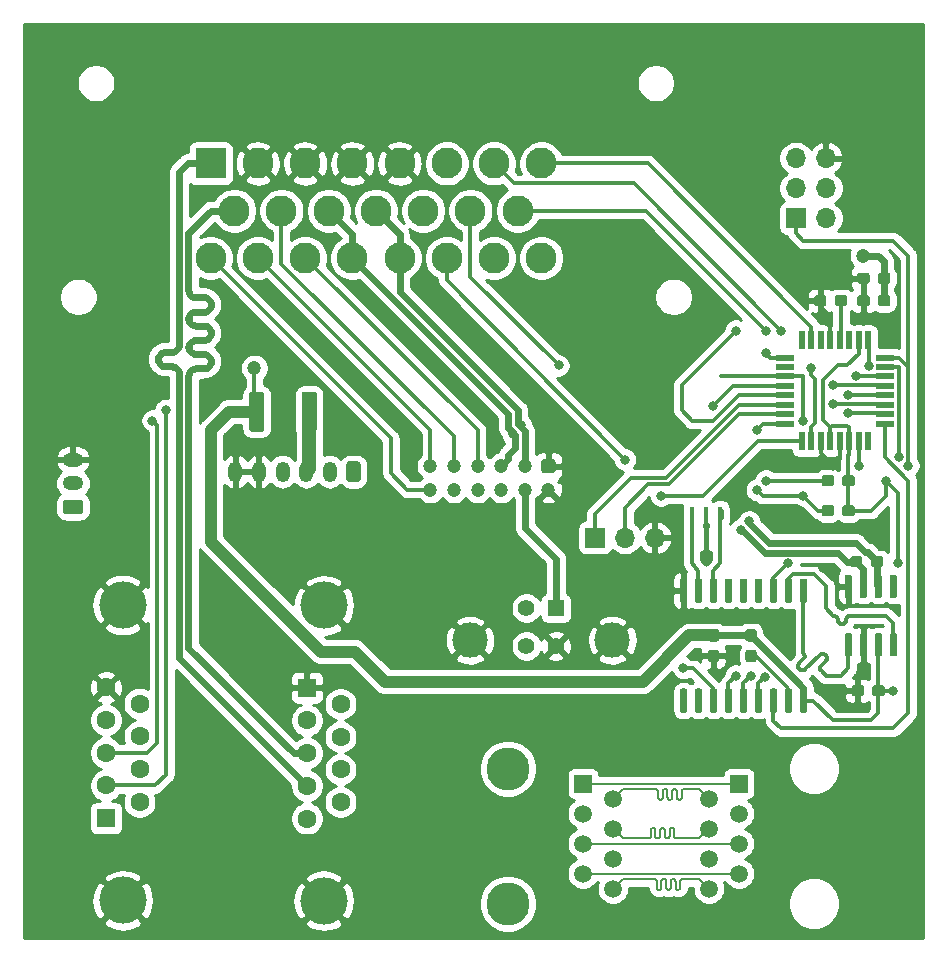
<source format=gbr>
G04 #@! TF.GenerationSoftware,KiCad,Pcbnew,5.1.5-52549c5~84~ubuntu18.04.1*
G04 #@! TF.CreationDate,2020-03-01T21:30:35-05:00*
G04 #@! TF.ProjectId,Port_Panel,506f7274-5f50-4616-9e65-6c2e6b696361,rev?*
G04 #@! TF.SameCoordinates,Original*
G04 #@! TF.FileFunction,Copper,L1,Top*
G04 #@! TF.FilePolarity,Positive*
%FSLAX46Y46*%
G04 Gerber Fmt 4.6, Leading zero omitted, Abs format (unit mm)*
G04 Created by KiCad (PCBNEW 5.1.5-52549c5~84~ubuntu18.04.1) date 2020-03-01 21:30:35*
%MOMM*%
%LPD*%
G04 APERTURE LIST*
%ADD10C,0.100000*%
%ADD11O,1.700000X1.700000*%
%ADD12R,1.700000X1.700000*%
%ADD13C,1.500000*%
%ADD14R,1.500000X1.500000*%
%ADD15C,3.650000*%
%ADD16C,1.200000*%
%ADD17C,2.625000*%
%ADD18R,2.625000X2.625000*%
%ADD19C,1.400000*%
%ADD20C,3.000000*%
%ADD21R,1.400000X1.400000*%
%ADD22R,0.400000X3.200000*%
%ADD23R,0.550000X1.600000*%
%ADD24R,1.600000X0.550000*%
%ADD25O,1.200000X1.750000*%
%ADD26R,1.600000X1.600000*%
%ADD27C,1.600000*%
%ADD28C,4.000000*%
%ADD29O,1.750000X1.200000*%
%ADD30C,0.800000*%
%ADD31C,0.360000*%
%ADD32C,0.612500*%
%ADD33C,1.000000*%
%ADD34C,0.600000*%
%ADD35C,0.254000*%
%ADD36C,0.200000*%
%ADD37C,1.200000*%
G04 APERTURE END LIST*
G04 #@! TA.AperFunction,SMDPad,CuDef*
D10*
G36*
X118595504Y-69929204D02*
G01*
X118619773Y-69932804D01*
X118643571Y-69938765D01*
X118666671Y-69947030D01*
X118688849Y-69957520D01*
X118709893Y-69970133D01*
X118729598Y-69984747D01*
X118747777Y-70001223D01*
X118764253Y-70019402D01*
X118778867Y-70039107D01*
X118791480Y-70060151D01*
X118801970Y-70082329D01*
X118810235Y-70105429D01*
X118816196Y-70129227D01*
X118819796Y-70153496D01*
X118821000Y-70178000D01*
X118821000Y-73078000D01*
X118819796Y-73102504D01*
X118816196Y-73126773D01*
X118810235Y-73150571D01*
X118801970Y-73173671D01*
X118791480Y-73195849D01*
X118778867Y-73216893D01*
X118764253Y-73236598D01*
X118747777Y-73254777D01*
X118729598Y-73271253D01*
X118709893Y-73285867D01*
X118688849Y-73298480D01*
X118666671Y-73308970D01*
X118643571Y-73317235D01*
X118619773Y-73323196D01*
X118595504Y-73326796D01*
X118571000Y-73328000D01*
X117771000Y-73328000D01*
X117746496Y-73326796D01*
X117722227Y-73323196D01*
X117698429Y-73317235D01*
X117675329Y-73308970D01*
X117653151Y-73298480D01*
X117632107Y-73285867D01*
X117612402Y-73271253D01*
X117594223Y-73254777D01*
X117577747Y-73236598D01*
X117563133Y-73216893D01*
X117550520Y-73195849D01*
X117540030Y-73173671D01*
X117531765Y-73150571D01*
X117525804Y-73126773D01*
X117522204Y-73102504D01*
X117521000Y-73078000D01*
X117521000Y-70178000D01*
X117522204Y-70153496D01*
X117525804Y-70129227D01*
X117531765Y-70105429D01*
X117540030Y-70082329D01*
X117550520Y-70060151D01*
X117563133Y-70039107D01*
X117577747Y-70019402D01*
X117594223Y-70001223D01*
X117612402Y-69984747D01*
X117632107Y-69970133D01*
X117653151Y-69957520D01*
X117675329Y-69947030D01*
X117698429Y-69938765D01*
X117722227Y-69932804D01*
X117746496Y-69929204D01*
X117771000Y-69928000D01*
X118571000Y-69928000D01*
X118595504Y-69929204D01*
G37*
G04 #@! TD.AperFunction*
G04 #@! TA.AperFunction,SMDPad,CuDef*
G36*
X123045504Y-69929204D02*
G01*
X123069773Y-69932804D01*
X123093571Y-69938765D01*
X123116671Y-69947030D01*
X123138849Y-69957520D01*
X123159893Y-69970133D01*
X123179598Y-69984747D01*
X123197777Y-70001223D01*
X123214253Y-70019402D01*
X123228867Y-70039107D01*
X123241480Y-70060151D01*
X123251970Y-70082329D01*
X123260235Y-70105429D01*
X123266196Y-70129227D01*
X123269796Y-70153496D01*
X123271000Y-70178000D01*
X123271000Y-73078000D01*
X123269796Y-73102504D01*
X123266196Y-73126773D01*
X123260235Y-73150571D01*
X123251970Y-73173671D01*
X123241480Y-73195849D01*
X123228867Y-73216893D01*
X123214253Y-73236598D01*
X123197777Y-73254777D01*
X123179598Y-73271253D01*
X123159893Y-73285867D01*
X123138849Y-73298480D01*
X123116671Y-73308970D01*
X123093571Y-73317235D01*
X123069773Y-73323196D01*
X123045504Y-73326796D01*
X123021000Y-73328000D01*
X122221000Y-73328000D01*
X122196496Y-73326796D01*
X122172227Y-73323196D01*
X122148429Y-73317235D01*
X122125329Y-73308970D01*
X122103151Y-73298480D01*
X122082107Y-73285867D01*
X122062402Y-73271253D01*
X122044223Y-73254777D01*
X122027747Y-73236598D01*
X122013133Y-73216893D01*
X122000520Y-73195849D01*
X121990030Y-73173671D01*
X121981765Y-73150571D01*
X121975804Y-73126773D01*
X121972204Y-73102504D01*
X121971000Y-73078000D01*
X121971000Y-70178000D01*
X121972204Y-70153496D01*
X121975804Y-70129227D01*
X121981765Y-70105429D01*
X121990030Y-70082329D01*
X122000520Y-70060151D01*
X122013133Y-70039107D01*
X122027747Y-70019402D01*
X122044223Y-70001223D01*
X122062402Y-69984747D01*
X122082107Y-69970133D01*
X122103151Y-69957520D01*
X122125329Y-69947030D01*
X122148429Y-69938765D01*
X122172227Y-69932804D01*
X122196496Y-69929204D01*
X122221000Y-69928000D01*
X123021000Y-69928000D01*
X123045504Y-69929204D01*
G37*
G04 #@! TD.AperFunction*
D11*
X151892000Y-82296000D03*
X149352000Y-82296000D03*
D12*
X146812000Y-82296000D03*
D13*
X148336000Y-112014000D03*
X145796000Y-110744000D03*
X148336000Y-109474000D03*
X145796000Y-108204000D03*
X148336000Y-106934000D03*
X145796000Y-105664000D03*
X148336000Y-104394000D03*
D14*
X145796000Y-103124000D03*
D15*
X139446000Y-101854000D03*
X139446000Y-113284000D03*
D16*
X132875000Y-78232000D03*
X134875000Y-78232000D03*
X136875000Y-78232000D03*
X138875000Y-78232000D03*
X140875000Y-78232000D03*
X142875000Y-78232000D03*
X132875000Y-76232000D03*
X134875000Y-76232000D03*
X136875000Y-76232000D03*
X138875000Y-76232000D03*
X140875000Y-76232000D03*
G04 #@! TA.AperFunction,ComponentPad*
D10*
G36*
X143249505Y-75633204D02*
G01*
X143273773Y-75636804D01*
X143297572Y-75642765D01*
X143320671Y-75651030D01*
X143342850Y-75661520D01*
X143363893Y-75674132D01*
X143383599Y-75688747D01*
X143401777Y-75705223D01*
X143418253Y-75723401D01*
X143432868Y-75743107D01*
X143445480Y-75764150D01*
X143455970Y-75786329D01*
X143464235Y-75809428D01*
X143470196Y-75833227D01*
X143473796Y-75857495D01*
X143475000Y-75881999D01*
X143475000Y-76582001D01*
X143473796Y-76606505D01*
X143470196Y-76630773D01*
X143464235Y-76654572D01*
X143455970Y-76677671D01*
X143445480Y-76699850D01*
X143432868Y-76720893D01*
X143418253Y-76740599D01*
X143401777Y-76758777D01*
X143383599Y-76775253D01*
X143363893Y-76789868D01*
X143342850Y-76802480D01*
X143320671Y-76812970D01*
X143297572Y-76821235D01*
X143273773Y-76827196D01*
X143249505Y-76830796D01*
X143225001Y-76832000D01*
X142524999Y-76832000D01*
X142500495Y-76830796D01*
X142476227Y-76827196D01*
X142452428Y-76821235D01*
X142429329Y-76812970D01*
X142407150Y-76802480D01*
X142386107Y-76789868D01*
X142366401Y-76775253D01*
X142348223Y-76758777D01*
X142331747Y-76740599D01*
X142317132Y-76720893D01*
X142304520Y-76699850D01*
X142294030Y-76677671D01*
X142285765Y-76654572D01*
X142279804Y-76630773D01*
X142276204Y-76606505D01*
X142275000Y-76582001D01*
X142275000Y-75881999D01*
X142276204Y-75857495D01*
X142279804Y-75833227D01*
X142285765Y-75809428D01*
X142294030Y-75786329D01*
X142304520Y-75764150D01*
X142317132Y-75743107D01*
X142331747Y-75723401D01*
X142348223Y-75705223D01*
X142366401Y-75688747D01*
X142386107Y-75674132D01*
X142407150Y-75661520D01*
X142429329Y-75651030D01*
X142452428Y-75642765D01*
X142476227Y-75636804D01*
X142500495Y-75633204D01*
X142524999Y-75632000D01*
X143225001Y-75632000D01*
X143249505Y-75633204D01*
G37*
G04 #@! TD.AperFunction*
D17*
X142270000Y-58610000D03*
X138270000Y-58610000D03*
X134270000Y-58610000D03*
X130270000Y-58610000D03*
X126270000Y-58610000D03*
X122270000Y-58610000D03*
X118270000Y-58610000D03*
X114270000Y-58610000D03*
X140270000Y-54610000D03*
X136270000Y-54610000D03*
X132270000Y-54610000D03*
X128270000Y-54610000D03*
X124270000Y-54610000D03*
X120270000Y-54610000D03*
X116270000Y-54610000D03*
X142270000Y-50610000D03*
X138270000Y-50610000D03*
X134270000Y-50610000D03*
X130270000Y-50610000D03*
X126270000Y-50610000D03*
X122270000Y-50610000D03*
X118270000Y-50610000D03*
D18*
X114270000Y-50610000D03*
D11*
X166370000Y-50165000D03*
X163830000Y-50165000D03*
X166370000Y-52705000D03*
X163830000Y-52705000D03*
X166370000Y-55245000D03*
D12*
X163830000Y-55245000D03*
D19*
X141010000Y-88265000D03*
D20*
X136240000Y-90975000D03*
D21*
X143510000Y-88265000D03*
D19*
X141010000Y-91465000D03*
X143510000Y-91465000D03*
D20*
X148280000Y-90975000D03*
D22*
X155010000Y-81280000D03*
X156210000Y-81280000D03*
X157410000Y-81280000D03*
G04 #@! TA.AperFunction,SMDPad,CuDef*
D10*
G36*
X168439703Y-90400722D02*
G01*
X168454264Y-90402882D01*
X168468543Y-90406459D01*
X168482403Y-90411418D01*
X168495710Y-90417712D01*
X168508336Y-90425280D01*
X168520159Y-90434048D01*
X168531066Y-90443934D01*
X168540952Y-90454841D01*
X168549720Y-90466664D01*
X168557288Y-90479290D01*
X168563582Y-90492597D01*
X168568541Y-90506457D01*
X168572118Y-90520736D01*
X168574278Y-90535297D01*
X168575000Y-90550000D01*
X168575000Y-92200000D01*
X168574278Y-92214703D01*
X168572118Y-92229264D01*
X168568541Y-92243543D01*
X168563582Y-92257403D01*
X168557288Y-92270710D01*
X168549720Y-92283336D01*
X168540952Y-92295159D01*
X168531066Y-92306066D01*
X168520159Y-92315952D01*
X168508336Y-92324720D01*
X168495710Y-92332288D01*
X168482403Y-92338582D01*
X168468543Y-92343541D01*
X168454264Y-92347118D01*
X168439703Y-92349278D01*
X168425000Y-92350000D01*
X168125000Y-92350000D01*
X168110297Y-92349278D01*
X168095736Y-92347118D01*
X168081457Y-92343541D01*
X168067597Y-92338582D01*
X168054290Y-92332288D01*
X168041664Y-92324720D01*
X168029841Y-92315952D01*
X168018934Y-92306066D01*
X168009048Y-92295159D01*
X168000280Y-92283336D01*
X167992712Y-92270710D01*
X167986418Y-92257403D01*
X167981459Y-92243543D01*
X167977882Y-92229264D01*
X167975722Y-92214703D01*
X167975000Y-92200000D01*
X167975000Y-90550000D01*
X167975722Y-90535297D01*
X167977882Y-90520736D01*
X167981459Y-90506457D01*
X167986418Y-90492597D01*
X167992712Y-90479290D01*
X168000280Y-90466664D01*
X168009048Y-90454841D01*
X168018934Y-90443934D01*
X168029841Y-90434048D01*
X168041664Y-90425280D01*
X168054290Y-90417712D01*
X168067597Y-90411418D01*
X168081457Y-90406459D01*
X168095736Y-90402882D01*
X168110297Y-90400722D01*
X168125000Y-90400000D01*
X168425000Y-90400000D01*
X168439703Y-90400722D01*
G37*
G04 #@! TD.AperFunction*
G04 #@! TA.AperFunction,SMDPad,CuDef*
G36*
X169709703Y-90400722D02*
G01*
X169724264Y-90402882D01*
X169738543Y-90406459D01*
X169752403Y-90411418D01*
X169765710Y-90417712D01*
X169778336Y-90425280D01*
X169790159Y-90434048D01*
X169801066Y-90443934D01*
X169810952Y-90454841D01*
X169819720Y-90466664D01*
X169827288Y-90479290D01*
X169833582Y-90492597D01*
X169838541Y-90506457D01*
X169842118Y-90520736D01*
X169844278Y-90535297D01*
X169845000Y-90550000D01*
X169845000Y-92200000D01*
X169844278Y-92214703D01*
X169842118Y-92229264D01*
X169838541Y-92243543D01*
X169833582Y-92257403D01*
X169827288Y-92270710D01*
X169819720Y-92283336D01*
X169810952Y-92295159D01*
X169801066Y-92306066D01*
X169790159Y-92315952D01*
X169778336Y-92324720D01*
X169765710Y-92332288D01*
X169752403Y-92338582D01*
X169738543Y-92343541D01*
X169724264Y-92347118D01*
X169709703Y-92349278D01*
X169695000Y-92350000D01*
X169395000Y-92350000D01*
X169380297Y-92349278D01*
X169365736Y-92347118D01*
X169351457Y-92343541D01*
X169337597Y-92338582D01*
X169324290Y-92332288D01*
X169311664Y-92324720D01*
X169299841Y-92315952D01*
X169288934Y-92306066D01*
X169279048Y-92295159D01*
X169270280Y-92283336D01*
X169262712Y-92270710D01*
X169256418Y-92257403D01*
X169251459Y-92243543D01*
X169247882Y-92229264D01*
X169245722Y-92214703D01*
X169245000Y-92200000D01*
X169245000Y-90550000D01*
X169245722Y-90535297D01*
X169247882Y-90520736D01*
X169251459Y-90506457D01*
X169256418Y-90492597D01*
X169262712Y-90479290D01*
X169270280Y-90466664D01*
X169279048Y-90454841D01*
X169288934Y-90443934D01*
X169299841Y-90434048D01*
X169311664Y-90425280D01*
X169324290Y-90417712D01*
X169337597Y-90411418D01*
X169351457Y-90406459D01*
X169365736Y-90402882D01*
X169380297Y-90400722D01*
X169395000Y-90400000D01*
X169695000Y-90400000D01*
X169709703Y-90400722D01*
G37*
G04 #@! TD.AperFunction*
G04 #@! TA.AperFunction,SMDPad,CuDef*
G36*
X170979703Y-90400722D02*
G01*
X170994264Y-90402882D01*
X171008543Y-90406459D01*
X171022403Y-90411418D01*
X171035710Y-90417712D01*
X171048336Y-90425280D01*
X171060159Y-90434048D01*
X171071066Y-90443934D01*
X171080952Y-90454841D01*
X171089720Y-90466664D01*
X171097288Y-90479290D01*
X171103582Y-90492597D01*
X171108541Y-90506457D01*
X171112118Y-90520736D01*
X171114278Y-90535297D01*
X171115000Y-90550000D01*
X171115000Y-92200000D01*
X171114278Y-92214703D01*
X171112118Y-92229264D01*
X171108541Y-92243543D01*
X171103582Y-92257403D01*
X171097288Y-92270710D01*
X171089720Y-92283336D01*
X171080952Y-92295159D01*
X171071066Y-92306066D01*
X171060159Y-92315952D01*
X171048336Y-92324720D01*
X171035710Y-92332288D01*
X171022403Y-92338582D01*
X171008543Y-92343541D01*
X170994264Y-92347118D01*
X170979703Y-92349278D01*
X170965000Y-92350000D01*
X170665000Y-92350000D01*
X170650297Y-92349278D01*
X170635736Y-92347118D01*
X170621457Y-92343541D01*
X170607597Y-92338582D01*
X170594290Y-92332288D01*
X170581664Y-92324720D01*
X170569841Y-92315952D01*
X170558934Y-92306066D01*
X170549048Y-92295159D01*
X170540280Y-92283336D01*
X170532712Y-92270710D01*
X170526418Y-92257403D01*
X170521459Y-92243543D01*
X170517882Y-92229264D01*
X170515722Y-92214703D01*
X170515000Y-92200000D01*
X170515000Y-90550000D01*
X170515722Y-90535297D01*
X170517882Y-90520736D01*
X170521459Y-90506457D01*
X170526418Y-90492597D01*
X170532712Y-90479290D01*
X170540280Y-90466664D01*
X170549048Y-90454841D01*
X170558934Y-90443934D01*
X170569841Y-90434048D01*
X170581664Y-90425280D01*
X170594290Y-90417712D01*
X170607597Y-90411418D01*
X170621457Y-90406459D01*
X170635736Y-90402882D01*
X170650297Y-90400722D01*
X170665000Y-90400000D01*
X170965000Y-90400000D01*
X170979703Y-90400722D01*
G37*
G04 #@! TD.AperFunction*
G04 #@! TA.AperFunction,SMDPad,CuDef*
G36*
X172249703Y-90400722D02*
G01*
X172264264Y-90402882D01*
X172278543Y-90406459D01*
X172292403Y-90411418D01*
X172305710Y-90417712D01*
X172318336Y-90425280D01*
X172330159Y-90434048D01*
X172341066Y-90443934D01*
X172350952Y-90454841D01*
X172359720Y-90466664D01*
X172367288Y-90479290D01*
X172373582Y-90492597D01*
X172378541Y-90506457D01*
X172382118Y-90520736D01*
X172384278Y-90535297D01*
X172385000Y-90550000D01*
X172385000Y-92200000D01*
X172384278Y-92214703D01*
X172382118Y-92229264D01*
X172378541Y-92243543D01*
X172373582Y-92257403D01*
X172367288Y-92270710D01*
X172359720Y-92283336D01*
X172350952Y-92295159D01*
X172341066Y-92306066D01*
X172330159Y-92315952D01*
X172318336Y-92324720D01*
X172305710Y-92332288D01*
X172292403Y-92338582D01*
X172278543Y-92343541D01*
X172264264Y-92347118D01*
X172249703Y-92349278D01*
X172235000Y-92350000D01*
X171935000Y-92350000D01*
X171920297Y-92349278D01*
X171905736Y-92347118D01*
X171891457Y-92343541D01*
X171877597Y-92338582D01*
X171864290Y-92332288D01*
X171851664Y-92324720D01*
X171839841Y-92315952D01*
X171828934Y-92306066D01*
X171819048Y-92295159D01*
X171810280Y-92283336D01*
X171802712Y-92270710D01*
X171796418Y-92257403D01*
X171791459Y-92243543D01*
X171787882Y-92229264D01*
X171785722Y-92214703D01*
X171785000Y-92200000D01*
X171785000Y-90550000D01*
X171785722Y-90535297D01*
X171787882Y-90520736D01*
X171791459Y-90506457D01*
X171796418Y-90492597D01*
X171802712Y-90479290D01*
X171810280Y-90466664D01*
X171819048Y-90454841D01*
X171828934Y-90443934D01*
X171839841Y-90434048D01*
X171851664Y-90425280D01*
X171864290Y-90417712D01*
X171877597Y-90411418D01*
X171891457Y-90406459D01*
X171905736Y-90402882D01*
X171920297Y-90400722D01*
X171935000Y-90400000D01*
X172235000Y-90400000D01*
X172249703Y-90400722D01*
G37*
G04 #@! TD.AperFunction*
G04 #@! TA.AperFunction,SMDPad,CuDef*
G36*
X172249703Y-85450722D02*
G01*
X172264264Y-85452882D01*
X172278543Y-85456459D01*
X172292403Y-85461418D01*
X172305710Y-85467712D01*
X172318336Y-85475280D01*
X172330159Y-85484048D01*
X172341066Y-85493934D01*
X172350952Y-85504841D01*
X172359720Y-85516664D01*
X172367288Y-85529290D01*
X172373582Y-85542597D01*
X172378541Y-85556457D01*
X172382118Y-85570736D01*
X172384278Y-85585297D01*
X172385000Y-85600000D01*
X172385000Y-87250000D01*
X172384278Y-87264703D01*
X172382118Y-87279264D01*
X172378541Y-87293543D01*
X172373582Y-87307403D01*
X172367288Y-87320710D01*
X172359720Y-87333336D01*
X172350952Y-87345159D01*
X172341066Y-87356066D01*
X172330159Y-87365952D01*
X172318336Y-87374720D01*
X172305710Y-87382288D01*
X172292403Y-87388582D01*
X172278543Y-87393541D01*
X172264264Y-87397118D01*
X172249703Y-87399278D01*
X172235000Y-87400000D01*
X171935000Y-87400000D01*
X171920297Y-87399278D01*
X171905736Y-87397118D01*
X171891457Y-87393541D01*
X171877597Y-87388582D01*
X171864290Y-87382288D01*
X171851664Y-87374720D01*
X171839841Y-87365952D01*
X171828934Y-87356066D01*
X171819048Y-87345159D01*
X171810280Y-87333336D01*
X171802712Y-87320710D01*
X171796418Y-87307403D01*
X171791459Y-87293543D01*
X171787882Y-87279264D01*
X171785722Y-87264703D01*
X171785000Y-87250000D01*
X171785000Y-85600000D01*
X171785722Y-85585297D01*
X171787882Y-85570736D01*
X171791459Y-85556457D01*
X171796418Y-85542597D01*
X171802712Y-85529290D01*
X171810280Y-85516664D01*
X171819048Y-85504841D01*
X171828934Y-85493934D01*
X171839841Y-85484048D01*
X171851664Y-85475280D01*
X171864290Y-85467712D01*
X171877597Y-85461418D01*
X171891457Y-85456459D01*
X171905736Y-85452882D01*
X171920297Y-85450722D01*
X171935000Y-85450000D01*
X172235000Y-85450000D01*
X172249703Y-85450722D01*
G37*
G04 #@! TD.AperFunction*
G04 #@! TA.AperFunction,SMDPad,CuDef*
G36*
X170979703Y-85450722D02*
G01*
X170994264Y-85452882D01*
X171008543Y-85456459D01*
X171022403Y-85461418D01*
X171035710Y-85467712D01*
X171048336Y-85475280D01*
X171060159Y-85484048D01*
X171071066Y-85493934D01*
X171080952Y-85504841D01*
X171089720Y-85516664D01*
X171097288Y-85529290D01*
X171103582Y-85542597D01*
X171108541Y-85556457D01*
X171112118Y-85570736D01*
X171114278Y-85585297D01*
X171115000Y-85600000D01*
X171115000Y-87250000D01*
X171114278Y-87264703D01*
X171112118Y-87279264D01*
X171108541Y-87293543D01*
X171103582Y-87307403D01*
X171097288Y-87320710D01*
X171089720Y-87333336D01*
X171080952Y-87345159D01*
X171071066Y-87356066D01*
X171060159Y-87365952D01*
X171048336Y-87374720D01*
X171035710Y-87382288D01*
X171022403Y-87388582D01*
X171008543Y-87393541D01*
X170994264Y-87397118D01*
X170979703Y-87399278D01*
X170965000Y-87400000D01*
X170665000Y-87400000D01*
X170650297Y-87399278D01*
X170635736Y-87397118D01*
X170621457Y-87393541D01*
X170607597Y-87388582D01*
X170594290Y-87382288D01*
X170581664Y-87374720D01*
X170569841Y-87365952D01*
X170558934Y-87356066D01*
X170549048Y-87345159D01*
X170540280Y-87333336D01*
X170532712Y-87320710D01*
X170526418Y-87307403D01*
X170521459Y-87293543D01*
X170517882Y-87279264D01*
X170515722Y-87264703D01*
X170515000Y-87250000D01*
X170515000Y-85600000D01*
X170515722Y-85585297D01*
X170517882Y-85570736D01*
X170521459Y-85556457D01*
X170526418Y-85542597D01*
X170532712Y-85529290D01*
X170540280Y-85516664D01*
X170549048Y-85504841D01*
X170558934Y-85493934D01*
X170569841Y-85484048D01*
X170581664Y-85475280D01*
X170594290Y-85467712D01*
X170607597Y-85461418D01*
X170621457Y-85456459D01*
X170635736Y-85452882D01*
X170650297Y-85450722D01*
X170665000Y-85450000D01*
X170965000Y-85450000D01*
X170979703Y-85450722D01*
G37*
G04 #@! TD.AperFunction*
G04 #@! TA.AperFunction,SMDPad,CuDef*
G36*
X169709703Y-85450722D02*
G01*
X169724264Y-85452882D01*
X169738543Y-85456459D01*
X169752403Y-85461418D01*
X169765710Y-85467712D01*
X169778336Y-85475280D01*
X169790159Y-85484048D01*
X169801066Y-85493934D01*
X169810952Y-85504841D01*
X169819720Y-85516664D01*
X169827288Y-85529290D01*
X169833582Y-85542597D01*
X169838541Y-85556457D01*
X169842118Y-85570736D01*
X169844278Y-85585297D01*
X169845000Y-85600000D01*
X169845000Y-87250000D01*
X169844278Y-87264703D01*
X169842118Y-87279264D01*
X169838541Y-87293543D01*
X169833582Y-87307403D01*
X169827288Y-87320710D01*
X169819720Y-87333336D01*
X169810952Y-87345159D01*
X169801066Y-87356066D01*
X169790159Y-87365952D01*
X169778336Y-87374720D01*
X169765710Y-87382288D01*
X169752403Y-87388582D01*
X169738543Y-87393541D01*
X169724264Y-87397118D01*
X169709703Y-87399278D01*
X169695000Y-87400000D01*
X169395000Y-87400000D01*
X169380297Y-87399278D01*
X169365736Y-87397118D01*
X169351457Y-87393541D01*
X169337597Y-87388582D01*
X169324290Y-87382288D01*
X169311664Y-87374720D01*
X169299841Y-87365952D01*
X169288934Y-87356066D01*
X169279048Y-87345159D01*
X169270280Y-87333336D01*
X169262712Y-87320710D01*
X169256418Y-87307403D01*
X169251459Y-87293543D01*
X169247882Y-87279264D01*
X169245722Y-87264703D01*
X169245000Y-87250000D01*
X169245000Y-85600000D01*
X169245722Y-85585297D01*
X169247882Y-85570736D01*
X169251459Y-85556457D01*
X169256418Y-85542597D01*
X169262712Y-85529290D01*
X169270280Y-85516664D01*
X169279048Y-85504841D01*
X169288934Y-85493934D01*
X169299841Y-85484048D01*
X169311664Y-85475280D01*
X169324290Y-85467712D01*
X169337597Y-85461418D01*
X169351457Y-85456459D01*
X169365736Y-85452882D01*
X169380297Y-85450722D01*
X169395000Y-85450000D01*
X169695000Y-85450000D01*
X169709703Y-85450722D01*
G37*
G04 #@! TD.AperFunction*
G04 #@! TA.AperFunction,SMDPad,CuDef*
G36*
X168439703Y-85450722D02*
G01*
X168454264Y-85452882D01*
X168468543Y-85456459D01*
X168482403Y-85461418D01*
X168495710Y-85467712D01*
X168508336Y-85475280D01*
X168520159Y-85484048D01*
X168531066Y-85493934D01*
X168540952Y-85504841D01*
X168549720Y-85516664D01*
X168557288Y-85529290D01*
X168563582Y-85542597D01*
X168568541Y-85556457D01*
X168572118Y-85570736D01*
X168574278Y-85585297D01*
X168575000Y-85600000D01*
X168575000Y-87250000D01*
X168574278Y-87264703D01*
X168572118Y-87279264D01*
X168568541Y-87293543D01*
X168563582Y-87307403D01*
X168557288Y-87320710D01*
X168549720Y-87333336D01*
X168540952Y-87345159D01*
X168531066Y-87356066D01*
X168520159Y-87365952D01*
X168508336Y-87374720D01*
X168495710Y-87382288D01*
X168482403Y-87388582D01*
X168468543Y-87393541D01*
X168454264Y-87397118D01*
X168439703Y-87399278D01*
X168425000Y-87400000D01*
X168125000Y-87400000D01*
X168110297Y-87399278D01*
X168095736Y-87397118D01*
X168081457Y-87393541D01*
X168067597Y-87388582D01*
X168054290Y-87382288D01*
X168041664Y-87374720D01*
X168029841Y-87365952D01*
X168018934Y-87356066D01*
X168009048Y-87345159D01*
X168000280Y-87333336D01*
X167992712Y-87320710D01*
X167986418Y-87307403D01*
X167981459Y-87293543D01*
X167977882Y-87279264D01*
X167975722Y-87264703D01*
X167975000Y-87250000D01*
X167975000Y-85600000D01*
X167975722Y-85585297D01*
X167977882Y-85570736D01*
X167981459Y-85556457D01*
X167986418Y-85542597D01*
X167992712Y-85529290D01*
X168000280Y-85516664D01*
X168009048Y-85504841D01*
X168018934Y-85493934D01*
X168029841Y-85484048D01*
X168041664Y-85475280D01*
X168054290Y-85467712D01*
X168067597Y-85461418D01*
X168081457Y-85456459D01*
X168095736Y-85452882D01*
X168110297Y-85450722D01*
X168125000Y-85450000D01*
X168425000Y-85450000D01*
X168439703Y-85450722D01*
G37*
G04 #@! TD.AperFunction*
G04 #@! TA.AperFunction,SMDPad,CuDef*
G36*
X164629703Y-85765722D02*
G01*
X164644264Y-85767882D01*
X164658543Y-85771459D01*
X164672403Y-85776418D01*
X164685710Y-85782712D01*
X164698336Y-85790280D01*
X164710159Y-85799048D01*
X164721066Y-85808934D01*
X164730952Y-85819841D01*
X164739720Y-85831664D01*
X164747288Y-85844290D01*
X164753582Y-85857597D01*
X164758541Y-85871457D01*
X164762118Y-85885736D01*
X164764278Y-85900297D01*
X164765000Y-85915000D01*
X164765000Y-87665000D01*
X164764278Y-87679703D01*
X164762118Y-87694264D01*
X164758541Y-87708543D01*
X164753582Y-87722403D01*
X164747288Y-87735710D01*
X164739720Y-87748336D01*
X164730952Y-87760159D01*
X164721066Y-87771066D01*
X164710159Y-87780952D01*
X164698336Y-87789720D01*
X164685710Y-87797288D01*
X164672403Y-87803582D01*
X164658543Y-87808541D01*
X164644264Y-87812118D01*
X164629703Y-87814278D01*
X164615000Y-87815000D01*
X164315000Y-87815000D01*
X164300297Y-87814278D01*
X164285736Y-87812118D01*
X164271457Y-87808541D01*
X164257597Y-87803582D01*
X164244290Y-87797288D01*
X164231664Y-87789720D01*
X164219841Y-87780952D01*
X164208934Y-87771066D01*
X164199048Y-87760159D01*
X164190280Y-87748336D01*
X164182712Y-87735710D01*
X164176418Y-87722403D01*
X164171459Y-87708543D01*
X164167882Y-87694264D01*
X164165722Y-87679703D01*
X164165000Y-87665000D01*
X164165000Y-85915000D01*
X164165722Y-85900297D01*
X164167882Y-85885736D01*
X164171459Y-85871457D01*
X164176418Y-85857597D01*
X164182712Y-85844290D01*
X164190280Y-85831664D01*
X164199048Y-85819841D01*
X164208934Y-85808934D01*
X164219841Y-85799048D01*
X164231664Y-85790280D01*
X164244290Y-85782712D01*
X164257597Y-85776418D01*
X164271457Y-85771459D01*
X164285736Y-85767882D01*
X164300297Y-85765722D01*
X164315000Y-85765000D01*
X164615000Y-85765000D01*
X164629703Y-85765722D01*
G37*
G04 #@! TD.AperFunction*
G04 #@! TA.AperFunction,SMDPad,CuDef*
G36*
X163359703Y-85765722D02*
G01*
X163374264Y-85767882D01*
X163388543Y-85771459D01*
X163402403Y-85776418D01*
X163415710Y-85782712D01*
X163428336Y-85790280D01*
X163440159Y-85799048D01*
X163451066Y-85808934D01*
X163460952Y-85819841D01*
X163469720Y-85831664D01*
X163477288Y-85844290D01*
X163483582Y-85857597D01*
X163488541Y-85871457D01*
X163492118Y-85885736D01*
X163494278Y-85900297D01*
X163495000Y-85915000D01*
X163495000Y-87665000D01*
X163494278Y-87679703D01*
X163492118Y-87694264D01*
X163488541Y-87708543D01*
X163483582Y-87722403D01*
X163477288Y-87735710D01*
X163469720Y-87748336D01*
X163460952Y-87760159D01*
X163451066Y-87771066D01*
X163440159Y-87780952D01*
X163428336Y-87789720D01*
X163415710Y-87797288D01*
X163402403Y-87803582D01*
X163388543Y-87808541D01*
X163374264Y-87812118D01*
X163359703Y-87814278D01*
X163345000Y-87815000D01*
X163045000Y-87815000D01*
X163030297Y-87814278D01*
X163015736Y-87812118D01*
X163001457Y-87808541D01*
X162987597Y-87803582D01*
X162974290Y-87797288D01*
X162961664Y-87789720D01*
X162949841Y-87780952D01*
X162938934Y-87771066D01*
X162929048Y-87760159D01*
X162920280Y-87748336D01*
X162912712Y-87735710D01*
X162906418Y-87722403D01*
X162901459Y-87708543D01*
X162897882Y-87694264D01*
X162895722Y-87679703D01*
X162895000Y-87665000D01*
X162895000Y-85915000D01*
X162895722Y-85900297D01*
X162897882Y-85885736D01*
X162901459Y-85871457D01*
X162906418Y-85857597D01*
X162912712Y-85844290D01*
X162920280Y-85831664D01*
X162929048Y-85819841D01*
X162938934Y-85808934D01*
X162949841Y-85799048D01*
X162961664Y-85790280D01*
X162974290Y-85782712D01*
X162987597Y-85776418D01*
X163001457Y-85771459D01*
X163015736Y-85767882D01*
X163030297Y-85765722D01*
X163045000Y-85765000D01*
X163345000Y-85765000D01*
X163359703Y-85765722D01*
G37*
G04 #@! TD.AperFunction*
G04 #@! TA.AperFunction,SMDPad,CuDef*
G36*
X162089703Y-85765722D02*
G01*
X162104264Y-85767882D01*
X162118543Y-85771459D01*
X162132403Y-85776418D01*
X162145710Y-85782712D01*
X162158336Y-85790280D01*
X162170159Y-85799048D01*
X162181066Y-85808934D01*
X162190952Y-85819841D01*
X162199720Y-85831664D01*
X162207288Y-85844290D01*
X162213582Y-85857597D01*
X162218541Y-85871457D01*
X162222118Y-85885736D01*
X162224278Y-85900297D01*
X162225000Y-85915000D01*
X162225000Y-87665000D01*
X162224278Y-87679703D01*
X162222118Y-87694264D01*
X162218541Y-87708543D01*
X162213582Y-87722403D01*
X162207288Y-87735710D01*
X162199720Y-87748336D01*
X162190952Y-87760159D01*
X162181066Y-87771066D01*
X162170159Y-87780952D01*
X162158336Y-87789720D01*
X162145710Y-87797288D01*
X162132403Y-87803582D01*
X162118543Y-87808541D01*
X162104264Y-87812118D01*
X162089703Y-87814278D01*
X162075000Y-87815000D01*
X161775000Y-87815000D01*
X161760297Y-87814278D01*
X161745736Y-87812118D01*
X161731457Y-87808541D01*
X161717597Y-87803582D01*
X161704290Y-87797288D01*
X161691664Y-87789720D01*
X161679841Y-87780952D01*
X161668934Y-87771066D01*
X161659048Y-87760159D01*
X161650280Y-87748336D01*
X161642712Y-87735710D01*
X161636418Y-87722403D01*
X161631459Y-87708543D01*
X161627882Y-87694264D01*
X161625722Y-87679703D01*
X161625000Y-87665000D01*
X161625000Y-85915000D01*
X161625722Y-85900297D01*
X161627882Y-85885736D01*
X161631459Y-85871457D01*
X161636418Y-85857597D01*
X161642712Y-85844290D01*
X161650280Y-85831664D01*
X161659048Y-85819841D01*
X161668934Y-85808934D01*
X161679841Y-85799048D01*
X161691664Y-85790280D01*
X161704290Y-85782712D01*
X161717597Y-85776418D01*
X161731457Y-85771459D01*
X161745736Y-85767882D01*
X161760297Y-85765722D01*
X161775000Y-85765000D01*
X162075000Y-85765000D01*
X162089703Y-85765722D01*
G37*
G04 #@! TD.AperFunction*
G04 #@! TA.AperFunction,SMDPad,CuDef*
G36*
X160819703Y-85765722D02*
G01*
X160834264Y-85767882D01*
X160848543Y-85771459D01*
X160862403Y-85776418D01*
X160875710Y-85782712D01*
X160888336Y-85790280D01*
X160900159Y-85799048D01*
X160911066Y-85808934D01*
X160920952Y-85819841D01*
X160929720Y-85831664D01*
X160937288Y-85844290D01*
X160943582Y-85857597D01*
X160948541Y-85871457D01*
X160952118Y-85885736D01*
X160954278Y-85900297D01*
X160955000Y-85915000D01*
X160955000Y-87665000D01*
X160954278Y-87679703D01*
X160952118Y-87694264D01*
X160948541Y-87708543D01*
X160943582Y-87722403D01*
X160937288Y-87735710D01*
X160929720Y-87748336D01*
X160920952Y-87760159D01*
X160911066Y-87771066D01*
X160900159Y-87780952D01*
X160888336Y-87789720D01*
X160875710Y-87797288D01*
X160862403Y-87803582D01*
X160848543Y-87808541D01*
X160834264Y-87812118D01*
X160819703Y-87814278D01*
X160805000Y-87815000D01*
X160505000Y-87815000D01*
X160490297Y-87814278D01*
X160475736Y-87812118D01*
X160461457Y-87808541D01*
X160447597Y-87803582D01*
X160434290Y-87797288D01*
X160421664Y-87789720D01*
X160409841Y-87780952D01*
X160398934Y-87771066D01*
X160389048Y-87760159D01*
X160380280Y-87748336D01*
X160372712Y-87735710D01*
X160366418Y-87722403D01*
X160361459Y-87708543D01*
X160357882Y-87694264D01*
X160355722Y-87679703D01*
X160355000Y-87665000D01*
X160355000Y-85915000D01*
X160355722Y-85900297D01*
X160357882Y-85885736D01*
X160361459Y-85871457D01*
X160366418Y-85857597D01*
X160372712Y-85844290D01*
X160380280Y-85831664D01*
X160389048Y-85819841D01*
X160398934Y-85808934D01*
X160409841Y-85799048D01*
X160421664Y-85790280D01*
X160434290Y-85782712D01*
X160447597Y-85776418D01*
X160461457Y-85771459D01*
X160475736Y-85767882D01*
X160490297Y-85765722D01*
X160505000Y-85765000D01*
X160805000Y-85765000D01*
X160819703Y-85765722D01*
G37*
G04 #@! TD.AperFunction*
G04 #@! TA.AperFunction,SMDPad,CuDef*
G36*
X159549703Y-85765722D02*
G01*
X159564264Y-85767882D01*
X159578543Y-85771459D01*
X159592403Y-85776418D01*
X159605710Y-85782712D01*
X159618336Y-85790280D01*
X159630159Y-85799048D01*
X159641066Y-85808934D01*
X159650952Y-85819841D01*
X159659720Y-85831664D01*
X159667288Y-85844290D01*
X159673582Y-85857597D01*
X159678541Y-85871457D01*
X159682118Y-85885736D01*
X159684278Y-85900297D01*
X159685000Y-85915000D01*
X159685000Y-87665000D01*
X159684278Y-87679703D01*
X159682118Y-87694264D01*
X159678541Y-87708543D01*
X159673582Y-87722403D01*
X159667288Y-87735710D01*
X159659720Y-87748336D01*
X159650952Y-87760159D01*
X159641066Y-87771066D01*
X159630159Y-87780952D01*
X159618336Y-87789720D01*
X159605710Y-87797288D01*
X159592403Y-87803582D01*
X159578543Y-87808541D01*
X159564264Y-87812118D01*
X159549703Y-87814278D01*
X159535000Y-87815000D01*
X159235000Y-87815000D01*
X159220297Y-87814278D01*
X159205736Y-87812118D01*
X159191457Y-87808541D01*
X159177597Y-87803582D01*
X159164290Y-87797288D01*
X159151664Y-87789720D01*
X159139841Y-87780952D01*
X159128934Y-87771066D01*
X159119048Y-87760159D01*
X159110280Y-87748336D01*
X159102712Y-87735710D01*
X159096418Y-87722403D01*
X159091459Y-87708543D01*
X159087882Y-87694264D01*
X159085722Y-87679703D01*
X159085000Y-87665000D01*
X159085000Y-85915000D01*
X159085722Y-85900297D01*
X159087882Y-85885736D01*
X159091459Y-85871457D01*
X159096418Y-85857597D01*
X159102712Y-85844290D01*
X159110280Y-85831664D01*
X159119048Y-85819841D01*
X159128934Y-85808934D01*
X159139841Y-85799048D01*
X159151664Y-85790280D01*
X159164290Y-85782712D01*
X159177597Y-85776418D01*
X159191457Y-85771459D01*
X159205736Y-85767882D01*
X159220297Y-85765722D01*
X159235000Y-85765000D01*
X159535000Y-85765000D01*
X159549703Y-85765722D01*
G37*
G04 #@! TD.AperFunction*
G04 #@! TA.AperFunction,SMDPad,CuDef*
G36*
X158279703Y-85765722D02*
G01*
X158294264Y-85767882D01*
X158308543Y-85771459D01*
X158322403Y-85776418D01*
X158335710Y-85782712D01*
X158348336Y-85790280D01*
X158360159Y-85799048D01*
X158371066Y-85808934D01*
X158380952Y-85819841D01*
X158389720Y-85831664D01*
X158397288Y-85844290D01*
X158403582Y-85857597D01*
X158408541Y-85871457D01*
X158412118Y-85885736D01*
X158414278Y-85900297D01*
X158415000Y-85915000D01*
X158415000Y-87665000D01*
X158414278Y-87679703D01*
X158412118Y-87694264D01*
X158408541Y-87708543D01*
X158403582Y-87722403D01*
X158397288Y-87735710D01*
X158389720Y-87748336D01*
X158380952Y-87760159D01*
X158371066Y-87771066D01*
X158360159Y-87780952D01*
X158348336Y-87789720D01*
X158335710Y-87797288D01*
X158322403Y-87803582D01*
X158308543Y-87808541D01*
X158294264Y-87812118D01*
X158279703Y-87814278D01*
X158265000Y-87815000D01*
X157965000Y-87815000D01*
X157950297Y-87814278D01*
X157935736Y-87812118D01*
X157921457Y-87808541D01*
X157907597Y-87803582D01*
X157894290Y-87797288D01*
X157881664Y-87789720D01*
X157869841Y-87780952D01*
X157858934Y-87771066D01*
X157849048Y-87760159D01*
X157840280Y-87748336D01*
X157832712Y-87735710D01*
X157826418Y-87722403D01*
X157821459Y-87708543D01*
X157817882Y-87694264D01*
X157815722Y-87679703D01*
X157815000Y-87665000D01*
X157815000Y-85915000D01*
X157815722Y-85900297D01*
X157817882Y-85885736D01*
X157821459Y-85871457D01*
X157826418Y-85857597D01*
X157832712Y-85844290D01*
X157840280Y-85831664D01*
X157849048Y-85819841D01*
X157858934Y-85808934D01*
X157869841Y-85799048D01*
X157881664Y-85790280D01*
X157894290Y-85782712D01*
X157907597Y-85776418D01*
X157921457Y-85771459D01*
X157935736Y-85767882D01*
X157950297Y-85765722D01*
X157965000Y-85765000D01*
X158265000Y-85765000D01*
X158279703Y-85765722D01*
G37*
G04 #@! TD.AperFunction*
G04 #@! TA.AperFunction,SMDPad,CuDef*
G36*
X157009703Y-85765722D02*
G01*
X157024264Y-85767882D01*
X157038543Y-85771459D01*
X157052403Y-85776418D01*
X157065710Y-85782712D01*
X157078336Y-85790280D01*
X157090159Y-85799048D01*
X157101066Y-85808934D01*
X157110952Y-85819841D01*
X157119720Y-85831664D01*
X157127288Y-85844290D01*
X157133582Y-85857597D01*
X157138541Y-85871457D01*
X157142118Y-85885736D01*
X157144278Y-85900297D01*
X157145000Y-85915000D01*
X157145000Y-87665000D01*
X157144278Y-87679703D01*
X157142118Y-87694264D01*
X157138541Y-87708543D01*
X157133582Y-87722403D01*
X157127288Y-87735710D01*
X157119720Y-87748336D01*
X157110952Y-87760159D01*
X157101066Y-87771066D01*
X157090159Y-87780952D01*
X157078336Y-87789720D01*
X157065710Y-87797288D01*
X157052403Y-87803582D01*
X157038543Y-87808541D01*
X157024264Y-87812118D01*
X157009703Y-87814278D01*
X156995000Y-87815000D01*
X156695000Y-87815000D01*
X156680297Y-87814278D01*
X156665736Y-87812118D01*
X156651457Y-87808541D01*
X156637597Y-87803582D01*
X156624290Y-87797288D01*
X156611664Y-87789720D01*
X156599841Y-87780952D01*
X156588934Y-87771066D01*
X156579048Y-87760159D01*
X156570280Y-87748336D01*
X156562712Y-87735710D01*
X156556418Y-87722403D01*
X156551459Y-87708543D01*
X156547882Y-87694264D01*
X156545722Y-87679703D01*
X156545000Y-87665000D01*
X156545000Y-85915000D01*
X156545722Y-85900297D01*
X156547882Y-85885736D01*
X156551459Y-85871457D01*
X156556418Y-85857597D01*
X156562712Y-85844290D01*
X156570280Y-85831664D01*
X156579048Y-85819841D01*
X156588934Y-85808934D01*
X156599841Y-85799048D01*
X156611664Y-85790280D01*
X156624290Y-85782712D01*
X156637597Y-85776418D01*
X156651457Y-85771459D01*
X156665736Y-85767882D01*
X156680297Y-85765722D01*
X156695000Y-85765000D01*
X156995000Y-85765000D01*
X157009703Y-85765722D01*
G37*
G04 #@! TD.AperFunction*
G04 #@! TA.AperFunction,SMDPad,CuDef*
G36*
X155739703Y-85765722D02*
G01*
X155754264Y-85767882D01*
X155768543Y-85771459D01*
X155782403Y-85776418D01*
X155795710Y-85782712D01*
X155808336Y-85790280D01*
X155820159Y-85799048D01*
X155831066Y-85808934D01*
X155840952Y-85819841D01*
X155849720Y-85831664D01*
X155857288Y-85844290D01*
X155863582Y-85857597D01*
X155868541Y-85871457D01*
X155872118Y-85885736D01*
X155874278Y-85900297D01*
X155875000Y-85915000D01*
X155875000Y-87665000D01*
X155874278Y-87679703D01*
X155872118Y-87694264D01*
X155868541Y-87708543D01*
X155863582Y-87722403D01*
X155857288Y-87735710D01*
X155849720Y-87748336D01*
X155840952Y-87760159D01*
X155831066Y-87771066D01*
X155820159Y-87780952D01*
X155808336Y-87789720D01*
X155795710Y-87797288D01*
X155782403Y-87803582D01*
X155768543Y-87808541D01*
X155754264Y-87812118D01*
X155739703Y-87814278D01*
X155725000Y-87815000D01*
X155425000Y-87815000D01*
X155410297Y-87814278D01*
X155395736Y-87812118D01*
X155381457Y-87808541D01*
X155367597Y-87803582D01*
X155354290Y-87797288D01*
X155341664Y-87789720D01*
X155329841Y-87780952D01*
X155318934Y-87771066D01*
X155309048Y-87760159D01*
X155300280Y-87748336D01*
X155292712Y-87735710D01*
X155286418Y-87722403D01*
X155281459Y-87708543D01*
X155277882Y-87694264D01*
X155275722Y-87679703D01*
X155275000Y-87665000D01*
X155275000Y-85915000D01*
X155275722Y-85900297D01*
X155277882Y-85885736D01*
X155281459Y-85871457D01*
X155286418Y-85857597D01*
X155292712Y-85844290D01*
X155300280Y-85831664D01*
X155309048Y-85819841D01*
X155318934Y-85808934D01*
X155329841Y-85799048D01*
X155341664Y-85790280D01*
X155354290Y-85782712D01*
X155367597Y-85776418D01*
X155381457Y-85771459D01*
X155395736Y-85767882D01*
X155410297Y-85765722D01*
X155425000Y-85765000D01*
X155725000Y-85765000D01*
X155739703Y-85765722D01*
G37*
G04 #@! TD.AperFunction*
G04 #@! TA.AperFunction,SMDPad,CuDef*
G36*
X154469703Y-85765722D02*
G01*
X154484264Y-85767882D01*
X154498543Y-85771459D01*
X154512403Y-85776418D01*
X154525710Y-85782712D01*
X154538336Y-85790280D01*
X154550159Y-85799048D01*
X154561066Y-85808934D01*
X154570952Y-85819841D01*
X154579720Y-85831664D01*
X154587288Y-85844290D01*
X154593582Y-85857597D01*
X154598541Y-85871457D01*
X154602118Y-85885736D01*
X154604278Y-85900297D01*
X154605000Y-85915000D01*
X154605000Y-87665000D01*
X154604278Y-87679703D01*
X154602118Y-87694264D01*
X154598541Y-87708543D01*
X154593582Y-87722403D01*
X154587288Y-87735710D01*
X154579720Y-87748336D01*
X154570952Y-87760159D01*
X154561066Y-87771066D01*
X154550159Y-87780952D01*
X154538336Y-87789720D01*
X154525710Y-87797288D01*
X154512403Y-87803582D01*
X154498543Y-87808541D01*
X154484264Y-87812118D01*
X154469703Y-87814278D01*
X154455000Y-87815000D01*
X154155000Y-87815000D01*
X154140297Y-87814278D01*
X154125736Y-87812118D01*
X154111457Y-87808541D01*
X154097597Y-87803582D01*
X154084290Y-87797288D01*
X154071664Y-87789720D01*
X154059841Y-87780952D01*
X154048934Y-87771066D01*
X154039048Y-87760159D01*
X154030280Y-87748336D01*
X154022712Y-87735710D01*
X154016418Y-87722403D01*
X154011459Y-87708543D01*
X154007882Y-87694264D01*
X154005722Y-87679703D01*
X154005000Y-87665000D01*
X154005000Y-85915000D01*
X154005722Y-85900297D01*
X154007882Y-85885736D01*
X154011459Y-85871457D01*
X154016418Y-85857597D01*
X154022712Y-85844290D01*
X154030280Y-85831664D01*
X154039048Y-85819841D01*
X154048934Y-85808934D01*
X154059841Y-85799048D01*
X154071664Y-85790280D01*
X154084290Y-85782712D01*
X154097597Y-85776418D01*
X154111457Y-85771459D01*
X154125736Y-85767882D01*
X154140297Y-85765722D01*
X154155000Y-85765000D01*
X154455000Y-85765000D01*
X154469703Y-85765722D01*
G37*
G04 #@! TD.AperFunction*
G04 #@! TA.AperFunction,SMDPad,CuDef*
G36*
X154469703Y-95065722D02*
G01*
X154484264Y-95067882D01*
X154498543Y-95071459D01*
X154512403Y-95076418D01*
X154525710Y-95082712D01*
X154538336Y-95090280D01*
X154550159Y-95099048D01*
X154561066Y-95108934D01*
X154570952Y-95119841D01*
X154579720Y-95131664D01*
X154587288Y-95144290D01*
X154593582Y-95157597D01*
X154598541Y-95171457D01*
X154602118Y-95185736D01*
X154604278Y-95200297D01*
X154605000Y-95215000D01*
X154605000Y-96965000D01*
X154604278Y-96979703D01*
X154602118Y-96994264D01*
X154598541Y-97008543D01*
X154593582Y-97022403D01*
X154587288Y-97035710D01*
X154579720Y-97048336D01*
X154570952Y-97060159D01*
X154561066Y-97071066D01*
X154550159Y-97080952D01*
X154538336Y-97089720D01*
X154525710Y-97097288D01*
X154512403Y-97103582D01*
X154498543Y-97108541D01*
X154484264Y-97112118D01*
X154469703Y-97114278D01*
X154455000Y-97115000D01*
X154155000Y-97115000D01*
X154140297Y-97114278D01*
X154125736Y-97112118D01*
X154111457Y-97108541D01*
X154097597Y-97103582D01*
X154084290Y-97097288D01*
X154071664Y-97089720D01*
X154059841Y-97080952D01*
X154048934Y-97071066D01*
X154039048Y-97060159D01*
X154030280Y-97048336D01*
X154022712Y-97035710D01*
X154016418Y-97022403D01*
X154011459Y-97008543D01*
X154007882Y-96994264D01*
X154005722Y-96979703D01*
X154005000Y-96965000D01*
X154005000Y-95215000D01*
X154005722Y-95200297D01*
X154007882Y-95185736D01*
X154011459Y-95171457D01*
X154016418Y-95157597D01*
X154022712Y-95144290D01*
X154030280Y-95131664D01*
X154039048Y-95119841D01*
X154048934Y-95108934D01*
X154059841Y-95099048D01*
X154071664Y-95090280D01*
X154084290Y-95082712D01*
X154097597Y-95076418D01*
X154111457Y-95071459D01*
X154125736Y-95067882D01*
X154140297Y-95065722D01*
X154155000Y-95065000D01*
X154455000Y-95065000D01*
X154469703Y-95065722D01*
G37*
G04 #@! TD.AperFunction*
G04 #@! TA.AperFunction,SMDPad,CuDef*
G36*
X155739703Y-95065722D02*
G01*
X155754264Y-95067882D01*
X155768543Y-95071459D01*
X155782403Y-95076418D01*
X155795710Y-95082712D01*
X155808336Y-95090280D01*
X155820159Y-95099048D01*
X155831066Y-95108934D01*
X155840952Y-95119841D01*
X155849720Y-95131664D01*
X155857288Y-95144290D01*
X155863582Y-95157597D01*
X155868541Y-95171457D01*
X155872118Y-95185736D01*
X155874278Y-95200297D01*
X155875000Y-95215000D01*
X155875000Y-96965000D01*
X155874278Y-96979703D01*
X155872118Y-96994264D01*
X155868541Y-97008543D01*
X155863582Y-97022403D01*
X155857288Y-97035710D01*
X155849720Y-97048336D01*
X155840952Y-97060159D01*
X155831066Y-97071066D01*
X155820159Y-97080952D01*
X155808336Y-97089720D01*
X155795710Y-97097288D01*
X155782403Y-97103582D01*
X155768543Y-97108541D01*
X155754264Y-97112118D01*
X155739703Y-97114278D01*
X155725000Y-97115000D01*
X155425000Y-97115000D01*
X155410297Y-97114278D01*
X155395736Y-97112118D01*
X155381457Y-97108541D01*
X155367597Y-97103582D01*
X155354290Y-97097288D01*
X155341664Y-97089720D01*
X155329841Y-97080952D01*
X155318934Y-97071066D01*
X155309048Y-97060159D01*
X155300280Y-97048336D01*
X155292712Y-97035710D01*
X155286418Y-97022403D01*
X155281459Y-97008543D01*
X155277882Y-96994264D01*
X155275722Y-96979703D01*
X155275000Y-96965000D01*
X155275000Y-95215000D01*
X155275722Y-95200297D01*
X155277882Y-95185736D01*
X155281459Y-95171457D01*
X155286418Y-95157597D01*
X155292712Y-95144290D01*
X155300280Y-95131664D01*
X155309048Y-95119841D01*
X155318934Y-95108934D01*
X155329841Y-95099048D01*
X155341664Y-95090280D01*
X155354290Y-95082712D01*
X155367597Y-95076418D01*
X155381457Y-95071459D01*
X155395736Y-95067882D01*
X155410297Y-95065722D01*
X155425000Y-95065000D01*
X155725000Y-95065000D01*
X155739703Y-95065722D01*
G37*
G04 #@! TD.AperFunction*
G04 #@! TA.AperFunction,SMDPad,CuDef*
G36*
X157009703Y-95065722D02*
G01*
X157024264Y-95067882D01*
X157038543Y-95071459D01*
X157052403Y-95076418D01*
X157065710Y-95082712D01*
X157078336Y-95090280D01*
X157090159Y-95099048D01*
X157101066Y-95108934D01*
X157110952Y-95119841D01*
X157119720Y-95131664D01*
X157127288Y-95144290D01*
X157133582Y-95157597D01*
X157138541Y-95171457D01*
X157142118Y-95185736D01*
X157144278Y-95200297D01*
X157145000Y-95215000D01*
X157145000Y-96965000D01*
X157144278Y-96979703D01*
X157142118Y-96994264D01*
X157138541Y-97008543D01*
X157133582Y-97022403D01*
X157127288Y-97035710D01*
X157119720Y-97048336D01*
X157110952Y-97060159D01*
X157101066Y-97071066D01*
X157090159Y-97080952D01*
X157078336Y-97089720D01*
X157065710Y-97097288D01*
X157052403Y-97103582D01*
X157038543Y-97108541D01*
X157024264Y-97112118D01*
X157009703Y-97114278D01*
X156995000Y-97115000D01*
X156695000Y-97115000D01*
X156680297Y-97114278D01*
X156665736Y-97112118D01*
X156651457Y-97108541D01*
X156637597Y-97103582D01*
X156624290Y-97097288D01*
X156611664Y-97089720D01*
X156599841Y-97080952D01*
X156588934Y-97071066D01*
X156579048Y-97060159D01*
X156570280Y-97048336D01*
X156562712Y-97035710D01*
X156556418Y-97022403D01*
X156551459Y-97008543D01*
X156547882Y-96994264D01*
X156545722Y-96979703D01*
X156545000Y-96965000D01*
X156545000Y-95215000D01*
X156545722Y-95200297D01*
X156547882Y-95185736D01*
X156551459Y-95171457D01*
X156556418Y-95157597D01*
X156562712Y-95144290D01*
X156570280Y-95131664D01*
X156579048Y-95119841D01*
X156588934Y-95108934D01*
X156599841Y-95099048D01*
X156611664Y-95090280D01*
X156624290Y-95082712D01*
X156637597Y-95076418D01*
X156651457Y-95071459D01*
X156665736Y-95067882D01*
X156680297Y-95065722D01*
X156695000Y-95065000D01*
X156995000Y-95065000D01*
X157009703Y-95065722D01*
G37*
G04 #@! TD.AperFunction*
G04 #@! TA.AperFunction,SMDPad,CuDef*
G36*
X158279703Y-95065722D02*
G01*
X158294264Y-95067882D01*
X158308543Y-95071459D01*
X158322403Y-95076418D01*
X158335710Y-95082712D01*
X158348336Y-95090280D01*
X158360159Y-95099048D01*
X158371066Y-95108934D01*
X158380952Y-95119841D01*
X158389720Y-95131664D01*
X158397288Y-95144290D01*
X158403582Y-95157597D01*
X158408541Y-95171457D01*
X158412118Y-95185736D01*
X158414278Y-95200297D01*
X158415000Y-95215000D01*
X158415000Y-96965000D01*
X158414278Y-96979703D01*
X158412118Y-96994264D01*
X158408541Y-97008543D01*
X158403582Y-97022403D01*
X158397288Y-97035710D01*
X158389720Y-97048336D01*
X158380952Y-97060159D01*
X158371066Y-97071066D01*
X158360159Y-97080952D01*
X158348336Y-97089720D01*
X158335710Y-97097288D01*
X158322403Y-97103582D01*
X158308543Y-97108541D01*
X158294264Y-97112118D01*
X158279703Y-97114278D01*
X158265000Y-97115000D01*
X157965000Y-97115000D01*
X157950297Y-97114278D01*
X157935736Y-97112118D01*
X157921457Y-97108541D01*
X157907597Y-97103582D01*
X157894290Y-97097288D01*
X157881664Y-97089720D01*
X157869841Y-97080952D01*
X157858934Y-97071066D01*
X157849048Y-97060159D01*
X157840280Y-97048336D01*
X157832712Y-97035710D01*
X157826418Y-97022403D01*
X157821459Y-97008543D01*
X157817882Y-96994264D01*
X157815722Y-96979703D01*
X157815000Y-96965000D01*
X157815000Y-95215000D01*
X157815722Y-95200297D01*
X157817882Y-95185736D01*
X157821459Y-95171457D01*
X157826418Y-95157597D01*
X157832712Y-95144290D01*
X157840280Y-95131664D01*
X157849048Y-95119841D01*
X157858934Y-95108934D01*
X157869841Y-95099048D01*
X157881664Y-95090280D01*
X157894290Y-95082712D01*
X157907597Y-95076418D01*
X157921457Y-95071459D01*
X157935736Y-95067882D01*
X157950297Y-95065722D01*
X157965000Y-95065000D01*
X158265000Y-95065000D01*
X158279703Y-95065722D01*
G37*
G04 #@! TD.AperFunction*
G04 #@! TA.AperFunction,SMDPad,CuDef*
G36*
X159549703Y-95065722D02*
G01*
X159564264Y-95067882D01*
X159578543Y-95071459D01*
X159592403Y-95076418D01*
X159605710Y-95082712D01*
X159618336Y-95090280D01*
X159630159Y-95099048D01*
X159641066Y-95108934D01*
X159650952Y-95119841D01*
X159659720Y-95131664D01*
X159667288Y-95144290D01*
X159673582Y-95157597D01*
X159678541Y-95171457D01*
X159682118Y-95185736D01*
X159684278Y-95200297D01*
X159685000Y-95215000D01*
X159685000Y-96965000D01*
X159684278Y-96979703D01*
X159682118Y-96994264D01*
X159678541Y-97008543D01*
X159673582Y-97022403D01*
X159667288Y-97035710D01*
X159659720Y-97048336D01*
X159650952Y-97060159D01*
X159641066Y-97071066D01*
X159630159Y-97080952D01*
X159618336Y-97089720D01*
X159605710Y-97097288D01*
X159592403Y-97103582D01*
X159578543Y-97108541D01*
X159564264Y-97112118D01*
X159549703Y-97114278D01*
X159535000Y-97115000D01*
X159235000Y-97115000D01*
X159220297Y-97114278D01*
X159205736Y-97112118D01*
X159191457Y-97108541D01*
X159177597Y-97103582D01*
X159164290Y-97097288D01*
X159151664Y-97089720D01*
X159139841Y-97080952D01*
X159128934Y-97071066D01*
X159119048Y-97060159D01*
X159110280Y-97048336D01*
X159102712Y-97035710D01*
X159096418Y-97022403D01*
X159091459Y-97008543D01*
X159087882Y-96994264D01*
X159085722Y-96979703D01*
X159085000Y-96965000D01*
X159085000Y-95215000D01*
X159085722Y-95200297D01*
X159087882Y-95185736D01*
X159091459Y-95171457D01*
X159096418Y-95157597D01*
X159102712Y-95144290D01*
X159110280Y-95131664D01*
X159119048Y-95119841D01*
X159128934Y-95108934D01*
X159139841Y-95099048D01*
X159151664Y-95090280D01*
X159164290Y-95082712D01*
X159177597Y-95076418D01*
X159191457Y-95071459D01*
X159205736Y-95067882D01*
X159220297Y-95065722D01*
X159235000Y-95065000D01*
X159535000Y-95065000D01*
X159549703Y-95065722D01*
G37*
G04 #@! TD.AperFunction*
G04 #@! TA.AperFunction,SMDPad,CuDef*
G36*
X160819703Y-95065722D02*
G01*
X160834264Y-95067882D01*
X160848543Y-95071459D01*
X160862403Y-95076418D01*
X160875710Y-95082712D01*
X160888336Y-95090280D01*
X160900159Y-95099048D01*
X160911066Y-95108934D01*
X160920952Y-95119841D01*
X160929720Y-95131664D01*
X160937288Y-95144290D01*
X160943582Y-95157597D01*
X160948541Y-95171457D01*
X160952118Y-95185736D01*
X160954278Y-95200297D01*
X160955000Y-95215000D01*
X160955000Y-96965000D01*
X160954278Y-96979703D01*
X160952118Y-96994264D01*
X160948541Y-97008543D01*
X160943582Y-97022403D01*
X160937288Y-97035710D01*
X160929720Y-97048336D01*
X160920952Y-97060159D01*
X160911066Y-97071066D01*
X160900159Y-97080952D01*
X160888336Y-97089720D01*
X160875710Y-97097288D01*
X160862403Y-97103582D01*
X160848543Y-97108541D01*
X160834264Y-97112118D01*
X160819703Y-97114278D01*
X160805000Y-97115000D01*
X160505000Y-97115000D01*
X160490297Y-97114278D01*
X160475736Y-97112118D01*
X160461457Y-97108541D01*
X160447597Y-97103582D01*
X160434290Y-97097288D01*
X160421664Y-97089720D01*
X160409841Y-97080952D01*
X160398934Y-97071066D01*
X160389048Y-97060159D01*
X160380280Y-97048336D01*
X160372712Y-97035710D01*
X160366418Y-97022403D01*
X160361459Y-97008543D01*
X160357882Y-96994264D01*
X160355722Y-96979703D01*
X160355000Y-96965000D01*
X160355000Y-95215000D01*
X160355722Y-95200297D01*
X160357882Y-95185736D01*
X160361459Y-95171457D01*
X160366418Y-95157597D01*
X160372712Y-95144290D01*
X160380280Y-95131664D01*
X160389048Y-95119841D01*
X160398934Y-95108934D01*
X160409841Y-95099048D01*
X160421664Y-95090280D01*
X160434290Y-95082712D01*
X160447597Y-95076418D01*
X160461457Y-95071459D01*
X160475736Y-95067882D01*
X160490297Y-95065722D01*
X160505000Y-95065000D01*
X160805000Y-95065000D01*
X160819703Y-95065722D01*
G37*
G04 #@! TD.AperFunction*
G04 #@! TA.AperFunction,SMDPad,CuDef*
G36*
X162089703Y-95065722D02*
G01*
X162104264Y-95067882D01*
X162118543Y-95071459D01*
X162132403Y-95076418D01*
X162145710Y-95082712D01*
X162158336Y-95090280D01*
X162170159Y-95099048D01*
X162181066Y-95108934D01*
X162190952Y-95119841D01*
X162199720Y-95131664D01*
X162207288Y-95144290D01*
X162213582Y-95157597D01*
X162218541Y-95171457D01*
X162222118Y-95185736D01*
X162224278Y-95200297D01*
X162225000Y-95215000D01*
X162225000Y-96965000D01*
X162224278Y-96979703D01*
X162222118Y-96994264D01*
X162218541Y-97008543D01*
X162213582Y-97022403D01*
X162207288Y-97035710D01*
X162199720Y-97048336D01*
X162190952Y-97060159D01*
X162181066Y-97071066D01*
X162170159Y-97080952D01*
X162158336Y-97089720D01*
X162145710Y-97097288D01*
X162132403Y-97103582D01*
X162118543Y-97108541D01*
X162104264Y-97112118D01*
X162089703Y-97114278D01*
X162075000Y-97115000D01*
X161775000Y-97115000D01*
X161760297Y-97114278D01*
X161745736Y-97112118D01*
X161731457Y-97108541D01*
X161717597Y-97103582D01*
X161704290Y-97097288D01*
X161691664Y-97089720D01*
X161679841Y-97080952D01*
X161668934Y-97071066D01*
X161659048Y-97060159D01*
X161650280Y-97048336D01*
X161642712Y-97035710D01*
X161636418Y-97022403D01*
X161631459Y-97008543D01*
X161627882Y-96994264D01*
X161625722Y-96979703D01*
X161625000Y-96965000D01*
X161625000Y-95215000D01*
X161625722Y-95200297D01*
X161627882Y-95185736D01*
X161631459Y-95171457D01*
X161636418Y-95157597D01*
X161642712Y-95144290D01*
X161650280Y-95131664D01*
X161659048Y-95119841D01*
X161668934Y-95108934D01*
X161679841Y-95099048D01*
X161691664Y-95090280D01*
X161704290Y-95082712D01*
X161717597Y-95076418D01*
X161731457Y-95071459D01*
X161745736Y-95067882D01*
X161760297Y-95065722D01*
X161775000Y-95065000D01*
X162075000Y-95065000D01*
X162089703Y-95065722D01*
G37*
G04 #@! TD.AperFunction*
G04 #@! TA.AperFunction,SMDPad,CuDef*
G36*
X163359703Y-95065722D02*
G01*
X163374264Y-95067882D01*
X163388543Y-95071459D01*
X163402403Y-95076418D01*
X163415710Y-95082712D01*
X163428336Y-95090280D01*
X163440159Y-95099048D01*
X163451066Y-95108934D01*
X163460952Y-95119841D01*
X163469720Y-95131664D01*
X163477288Y-95144290D01*
X163483582Y-95157597D01*
X163488541Y-95171457D01*
X163492118Y-95185736D01*
X163494278Y-95200297D01*
X163495000Y-95215000D01*
X163495000Y-96965000D01*
X163494278Y-96979703D01*
X163492118Y-96994264D01*
X163488541Y-97008543D01*
X163483582Y-97022403D01*
X163477288Y-97035710D01*
X163469720Y-97048336D01*
X163460952Y-97060159D01*
X163451066Y-97071066D01*
X163440159Y-97080952D01*
X163428336Y-97089720D01*
X163415710Y-97097288D01*
X163402403Y-97103582D01*
X163388543Y-97108541D01*
X163374264Y-97112118D01*
X163359703Y-97114278D01*
X163345000Y-97115000D01*
X163045000Y-97115000D01*
X163030297Y-97114278D01*
X163015736Y-97112118D01*
X163001457Y-97108541D01*
X162987597Y-97103582D01*
X162974290Y-97097288D01*
X162961664Y-97089720D01*
X162949841Y-97080952D01*
X162938934Y-97071066D01*
X162929048Y-97060159D01*
X162920280Y-97048336D01*
X162912712Y-97035710D01*
X162906418Y-97022403D01*
X162901459Y-97008543D01*
X162897882Y-96994264D01*
X162895722Y-96979703D01*
X162895000Y-96965000D01*
X162895000Y-95215000D01*
X162895722Y-95200297D01*
X162897882Y-95185736D01*
X162901459Y-95171457D01*
X162906418Y-95157597D01*
X162912712Y-95144290D01*
X162920280Y-95131664D01*
X162929048Y-95119841D01*
X162938934Y-95108934D01*
X162949841Y-95099048D01*
X162961664Y-95090280D01*
X162974290Y-95082712D01*
X162987597Y-95076418D01*
X163001457Y-95071459D01*
X163015736Y-95067882D01*
X163030297Y-95065722D01*
X163045000Y-95065000D01*
X163345000Y-95065000D01*
X163359703Y-95065722D01*
G37*
G04 #@! TD.AperFunction*
G04 #@! TA.AperFunction,SMDPad,CuDef*
G36*
X164629703Y-95065722D02*
G01*
X164644264Y-95067882D01*
X164658543Y-95071459D01*
X164672403Y-95076418D01*
X164685710Y-95082712D01*
X164698336Y-95090280D01*
X164710159Y-95099048D01*
X164721066Y-95108934D01*
X164730952Y-95119841D01*
X164739720Y-95131664D01*
X164747288Y-95144290D01*
X164753582Y-95157597D01*
X164758541Y-95171457D01*
X164762118Y-95185736D01*
X164764278Y-95200297D01*
X164765000Y-95215000D01*
X164765000Y-96965000D01*
X164764278Y-96979703D01*
X164762118Y-96994264D01*
X164758541Y-97008543D01*
X164753582Y-97022403D01*
X164747288Y-97035710D01*
X164739720Y-97048336D01*
X164730952Y-97060159D01*
X164721066Y-97071066D01*
X164710159Y-97080952D01*
X164698336Y-97089720D01*
X164685710Y-97097288D01*
X164672403Y-97103582D01*
X164658543Y-97108541D01*
X164644264Y-97112118D01*
X164629703Y-97114278D01*
X164615000Y-97115000D01*
X164315000Y-97115000D01*
X164300297Y-97114278D01*
X164285736Y-97112118D01*
X164271457Y-97108541D01*
X164257597Y-97103582D01*
X164244290Y-97097288D01*
X164231664Y-97089720D01*
X164219841Y-97080952D01*
X164208934Y-97071066D01*
X164199048Y-97060159D01*
X164190280Y-97048336D01*
X164182712Y-97035710D01*
X164176418Y-97022403D01*
X164171459Y-97008543D01*
X164167882Y-96994264D01*
X164165722Y-96979703D01*
X164165000Y-96965000D01*
X164165000Y-95215000D01*
X164165722Y-95200297D01*
X164167882Y-95185736D01*
X164171459Y-95171457D01*
X164176418Y-95157597D01*
X164182712Y-95144290D01*
X164190280Y-95131664D01*
X164199048Y-95119841D01*
X164208934Y-95108934D01*
X164219841Y-95099048D01*
X164231664Y-95090280D01*
X164244290Y-95082712D01*
X164257597Y-95076418D01*
X164271457Y-95071459D01*
X164285736Y-95067882D01*
X164300297Y-95065722D01*
X164315000Y-95065000D01*
X164615000Y-95065000D01*
X164629703Y-95065722D01*
G37*
G04 #@! TD.AperFunction*
D23*
X164332000Y-74100000D03*
X165132000Y-74100000D03*
X165932000Y-74100000D03*
X166732000Y-74100000D03*
X167532000Y-74100000D03*
X168332000Y-74100000D03*
X169132000Y-74100000D03*
X169932000Y-74100000D03*
D24*
X171382000Y-72650000D03*
X171382000Y-71850000D03*
X171382000Y-71050000D03*
X171382000Y-70250000D03*
X171382000Y-69450000D03*
X171382000Y-68650000D03*
X171382000Y-67850000D03*
X171382000Y-67050000D03*
D23*
X169932000Y-65600000D03*
X169132000Y-65600000D03*
X168332000Y-65600000D03*
X167532000Y-65600000D03*
X166732000Y-65600000D03*
X165932000Y-65600000D03*
X165132000Y-65600000D03*
X164332000Y-65600000D03*
D24*
X162882000Y-67050000D03*
X162882000Y-67850000D03*
X162882000Y-68650000D03*
X162882000Y-69450000D03*
X162882000Y-70250000D03*
X162882000Y-71050000D03*
X162882000Y-71850000D03*
X162882000Y-72650000D03*
G04 #@! TA.AperFunction,SMDPad,CuDef*
D10*
G36*
X170998779Y-83854144D02*
G01*
X171021834Y-83857563D01*
X171044443Y-83863227D01*
X171066387Y-83871079D01*
X171087457Y-83881044D01*
X171107448Y-83893026D01*
X171126168Y-83906910D01*
X171143438Y-83922562D01*
X171159090Y-83939832D01*
X171172974Y-83958552D01*
X171184956Y-83978543D01*
X171194921Y-83999613D01*
X171202773Y-84021557D01*
X171208437Y-84044166D01*
X171211856Y-84067221D01*
X171213000Y-84090500D01*
X171213000Y-84565500D01*
X171211856Y-84588779D01*
X171208437Y-84611834D01*
X171202773Y-84634443D01*
X171194921Y-84656387D01*
X171184956Y-84677457D01*
X171172974Y-84697448D01*
X171159090Y-84716168D01*
X171143438Y-84733438D01*
X171126168Y-84749090D01*
X171107448Y-84762974D01*
X171087457Y-84774956D01*
X171066387Y-84784921D01*
X171044443Y-84792773D01*
X171021834Y-84798437D01*
X170998779Y-84801856D01*
X170975500Y-84803000D01*
X170400500Y-84803000D01*
X170377221Y-84801856D01*
X170354166Y-84798437D01*
X170331557Y-84792773D01*
X170309613Y-84784921D01*
X170288543Y-84774956D01*
X170268552Y-84762974D01*
X170249832Y-84749090D01*
X170232562Y-84733438D01*
X170216910Y-84716168D01*
X170203026Y-84697448D01*
X170191044Y-84677457D01*
X170181079Y-84656387D01*
X170173227Y-84634443D01*
X170167563Y-84611834D01*
X170164144Y-84588779D01*
X170163000Y-84565500D01*
X170163000Y-84090500D01*
X170164144Y-84067221D01*
X170167563Y-84044166D01*
X170173227Y-84021557D01*
X170181079Y-83999613D01*
X170191044Y-83978543D01*
X170203026Y-83958552D01*
X170216910Y-83939832D01*
X170232562Y-83922562D01*
X170249832Y-83906910D01*
X170268552Y-83893026D01*
X170288543Y-83881044D01*
X170309613Y-83871079D01*
X170331557Y-83863227D01*
X170354166Y-83857563D01*
X170377221Y-83854144D01*
X170400500Y-83853000D01*
X170975500Y-83853000D01*
X170998779Y-83854144D01*
G37*
G04 #@! TD.AperFunction*
G04 #@! TA.AperFunction,SMDPad,CuDef*
G36*
X169248779Y-83854144D02*
G01*
X169271834Y-83857563D01*
X169294443Y-83863227D01*
X169316387Y-83871079D01*
X169337457Y-83881044D01*
X169357448Y-83893026D01*
X169376168Y-83906910D01*
X169393438Y-83922562D01*
X169409090Y-83939832D01*
X169422974Y-83958552D01*
X169434956Y-83978543D01*
X169444921Y-83999613D01*
X169452773Y-84021557D01*
X169458437Y-84044166D01*
X169461856Y-84067221D01*
X169463000Y-84090500D01*
X169463000Y-84565500D01*
X169461856Y-84588779D01*
X169458437Y-84611834D01*
X169452773Y-84634443D01*
X169444921Y-84656387D01*
X169434956Y-84677457D01*
X169422974Y-84697448D01*
X169409090Y-84716168D01*
X169393438Y-84733438D01*
X169376168Y-84749090D01*
X169357448Y-84762974D01*
X169337457Y-84774956D01*
X169316387Y-84784921D01*
X169294443Y-84792773D01*
X169271834Y-84798437D01*
X169248779Y-84801856D01*
X169225500Y-84803000D01*
X168650500Y-84803000D01*
X168627221Y-84801856D01*
X168604166Y-84798437D01*
X168581557Y-84792773D01*
X168559613Y-84784921D01*
X168538543Y-84774956D01*
X168518552Y-84762974D01*
X168499832Y-84749090D01*
X168482562Y-84733438D01*
X168466910Y-84716168D01*
X168453026Y-84697448D01*
X168441044Y-84677457D01*
X168431079Y-84656387D01*
X168423227Y-84634443D01*
X168417563Y-84611834D01*
X168414144Y-84588779D01*
X168413000Y-84565500D01*
X168413000Y-84090500D01*
X168414144Y-84067221D01*
X168417563Y-84044166D01*
X168423227Y-84021557D01*
X168431079Y-83999613D01*
X168441044Y-83978543D01*
X168453026Y-83958552D01*
X168466910Y-83939832D01*
X168482562Y-83922562D01*
X168499832Y-83906910D01*
X168518552Y-83893026D01*
X168538543Y-83881044D01*
X168559613Y-83871079D01*
X168581557Y-83863227D01*
X168604166Y-83857563D01*
X168627221Y-83854144D01*
X168650500Y-83853000D01*
X169225500Y-83853000D01*
X169248779Y-83854144D01*
G37*
G04 #@! TD.AperFunction*
G04 #@! TA.AperFunction,SMDPad,CuDef*
G36*
X166835779Y-76996144D02*
G01*
X166858834Y-76999563D01*
X166881443Y-77005227D01*
X166903387Y-77013079D01*
X166924457Y-77023044D01*
X166944448Y-77035026D01*
X166963168Y-77048910D01*
X166980438Y-77064562D01*
X166996090Y-77081832D01*
X167009974Y-77100552D01*
X167021956Y-77120543D01*
X167031921Y-77141613D01*
X167039773Y-77163557D01*
X167045437Y-77186166D01*
X167048856Y-77209221D01*
X167050000Y-77232500D01*
X167050000Y-77707500D01*
X167048856Y-77730779D01*
X167045437Y-77753834D01*
X167039773Y-77776443D01*
X167031921Y-77798387D01*
X167021956Y-77819457D01*
X167009974Y-77839448D01*
X166996090Y-77858168D01*
X166980438Y-77875438D01*
X166963168Y-77891090D01*
X166944448Y-77904974D01*
X166924457Y-77916956D01*
X166903387Y-77926921D01*
X166881443Y-77934773D01*
X166858834Y-77940437D01*
X166835779Y-77943856D01*
X166812500Y-77945000D01*
X166237500Y-77945000D01*
X166214221Y-77943856D01*
X166191166Y-77940437D01*
X166168557Y-77934773D01*
X166146613Y-77926921D01*
X166125543Y-77916956D01*
X166105552Y-77904974D01*
X166086832Y-77891090D01*
X166069562Y-77875438D01*
X166053910Y-77858168D01*
X166040026Y-77839448D01*
X166028044Y-77819457D01*
X166018079Y-77798387D01*
X166010227Y-77776443D01*
X166004563Y-77753834D01*
X166001144Y-77730779D01*
X166000000Y-77707500D01*
X166000000Y-77232500D01*
X166001144Y-77209221D01*
X166004563Y-77186166D01*
X166010227Y-77163557D01*
X166018079Y-77141613D01*
X166028044Y-77120543D01*
X166040026Y-77100552D01*
X166053910Y-77081832D01*
X166069562Y-77064562D01*
X166086832Y-77048910D01*
X166105552Y-77035026D01*
X166125543Y-77023044D01*
X166146613Y-77013079D01*
X166168557Y-77005227D01*
X166191166Y-76999563D01*
X166214221Y-76996144D01*
X166237500Y-76995000D01*
X166812500Y-76995000D01*
X166835779Y-76996144D01*
G37*
G04 #@! TD.AperFunction*
G04 #@! TA.AperFunction,SMDPad,CuDef*
G36*
X168585779Y-76996144D02*
G01*
X168608834Y-76999563D01*
X168631443Y-77005227D01*
X168653387Y-77013079D01*
X168674457Y-77023044D01*
X168694448Y-77035026D01*
X168713168Y-77048910D01*
X168730438Y-77064562D01*
X168746090Y-77081832D01*
X168759974Y-77100552D01*
X168771956Y-77120543D01*
X168781921Y-77141613D01*
X168789773Y-77163557D01*
X168795437Y-77186166D01*
X168798856Y-77209221D01*
X168800000Y-77232500D01*
X168800000Y-77707500D01*
X168798856Y-77730779D01*
X168795437Y-77753834D01*
X168789773Y-77776443D01*
X168781921Y-77798387D01*
X168771956Y-77819457D01*
X168759974Y-77839448D01*
X168746090Y-77858168D01*
X168730438Y-77875438D01*
X168713168Y-77891090D01*
X168694448Y-77904974D01*
X168674457Y-77916956D01*
X168653387Y-77926921D01*
X168631443Y-77934773D01*
X168608834Y-77940437D01*
X168585779Y-77943856D01*
X168562500Y-77945000D01*
X167987500Y-77945000D01*
X167964221Y-77943856D01*
X167941166Y-77940437D01*
X167918557Y-77934773D01*
X167896613Y-77926921D01*
X167875543Y-77916956D01*
X167855552Y-77904974D01*
X167836832Y-77891090D01*
X167819562Y-77875438D01*
X167803910Y-77858168D01*
X167790026Y-77839448D01*
X167778044Y-77819457D01*
X167768079Y-77798387D01*
X167760227Y-77776443D01*
X167754563Y-77753834D01*
X167751144Y-77730779D01*
X167750000Y-77707500D01*
X167750000Y-77232500D01*
X167751144Y-77209221D01*
X167754563Y-77186166D01*
X167760227Y-77163557D01*
X167768079Y-77141613D01*
X167778044Y-77120543D01*
X167790026Y-77100552D01*
X167803910Y-77081832D01*
X167819562Y-77064562D01*
X167836832Y-77048910D01*
X167855552Y-77035026D01*
X167875543Y-77023044D01*
X167896613Y-77013079D01*
X167918557Y-77005227D01*
X167941166Y-76999563D01*
X167964221Y-76996144D01*
X167987500Y-76995000D01*
X168562500Y-76995000D01*
X168585779Y-76996144D01*
G37*
G04 #@! TD.AperFunction*
G04 #@! TA.AperFunction,SMDPad,CuDef*
G36*
X160280779Y-91791144D02*
G01*
X160303834Y-91794563D01*
X160326443Y-91800227D01*
X160348387Y-91808079D01*
X160369457Y-91818044D01*
X160389448Y-91830026D01*
X160408168Y-91843910D01*
X160425438Y-91859562D01*
X160441090Y-91876832D01*
X160454974Y-91895552D01*
X160466956Y-91915543D01*
X160476921Y-91936613D01*
X160484773Y-91958557D01*
X160490437Y-91981166D01*
X160493856Y-92004221D01*
X160495000Y-92027500D01*
X160495000Y-92602500D01*
X160493856Y-92625779D01*
X160490437Y-92648834D01*
X160484773Y-92671443D01*
X160476921Y-92693387D01*
X160466956Y-92714457D01*
X160454974Y-92734448D01*
X160441090Y-92753168D01*
X160425438Y-92770438D01*
X160408168Y-92786090D01*
X160389448Y-92799974D01*
X160369457Y-92811956D01*
X160348387Y-92821921D01*
X160326443Y-92829773D01*
X160303834Y-92835437D01*
X160280779Y-92838856D01*
X160257500Y-92840000D01*
X159782500Y-92840000D01*
X159759221Y-92838856D01*
X159736166Y-92835437D01*
X159713557Y-92829773D01*
X159691613Y-92821921D01*
X159670543Y-92811956D01*
X159650552Y-92799974D01*
X159631832Y-92786090D01*
X159614562Y-92770438D01*
X159598910Y-92753168D01*
X159585026Y-92734448D01*
X159573044Y-92714457D01*
X159563079Y-92693387D01*
X159555227Y-92671443D01*
X159549563Y-92648834D01*
X159546144Y-92625779D01*
X159545000Y-92602500D01*
X159545000Y-92027500D01*
X159546144Y-92004221D01*
X159549563Y-91981166D01*
X159555227Y-91958557D01*
X159563079Y-91936613D01*
X159573044Y-91915543D01*
X159585026Y-91895552D01*
X159598910Y-91876832D01*
X159614562Y-91859562D01*
X159631832Y-91843910D01*
X159650552Y-91830026D01*
X159670543Y-91818044D01*
X159691613Y-91808079D01*
X159713557Y-91800227D01*
X159736166Y-91794563D01*
X159759221Y-91791144D01*
X159782500Y-91790000D01*
X160257500Y-91790000D01*
X160280779Y-91791144D01*
G37*
G04 #@! TD.AperFunction*
G04 #@! TA.AperFunction,SMDPad,CuDef*
G36*
X160280779Y-90041144D02*
G01*
X160303834Y-90044563D01*
X160326443Y-90050227D01*
X160348387Y-90058079D01*
X160369457Y-90068044D01*
X160389448Y-90080026D01*
X160408168Y-90093910D01*
X160425438Y-90109562D01*
X160441090Y-90126832D01*
X160454974Y-90145552D01*
X160466956Y-90165543D01*
X160476921Y-90186613D01*
X160484773Y-90208557D01*
X160490437Y-90231166D01*
X160493856Y-90254221D01*
X160495000Y-90277500D01*
X160495000Y-90852500D01*
X160493856Y-90875779D01*
X160490437Y-90898834D01*
X160484773Y-90921443D01*
X160476921Y-90943387D01*
X160466956Y-90964457D01*
X160454974Y-90984448D01*
X160441090Y-91003168D01*
X160425438Y-91020438D01*
X160408168Y-91036090D01*
X160389448Y-91049974D01*
X160369457Y-91061956D01*
X160348387Y-91071921D01*
X160326443Y-91079773D01*
X160303834Y-91085437D01*
X160280779Y-91088856D01*
X160257500Y-91090000D01*
X159782500Y-91090000D01*
X159759221Y-91088856D01*
X159736166Y-91085437D01*
X159713557Y-91079773D01*
X159691613Y-91071921D01*
X159670543Y-91061956D01*
X159650552Y-91049974D01*
X159631832Y-91036090D01*
X159614562Y-91020438D01*
X159598910Y-91003168D01*
X159585026Y-90984448D01*
X159573044Y-90964457D01*
X159563079Y-90943387D01*
X159555227Y-90921443D01*
X159549563Y-90898834D01*
X159546144Y-90875779D01*
X159545000Y-90852500D01*
X159545000Y-90277500D01*
X159546144Y-90254221D01*
X159549563Y-90231166D01*
X159555227Y-90208557D01*
X159563079Y-90186613D01*
X159573044Y-90165543D01*
X159585026Y-90145552D01*
X159598910Y-90126832D01*
X159614562Y-90109562D01*
X159631832Y-90093910D01*
X159650552Y-90080026D01*
X159670543Y-90068044D01*
X159691613Y-90058079D01*
X159713557Y-90050227D01*
X159736166Y-90044563D01*
X159759221Y-90041144D01*
X159782500Y-90040000D01*
X160257500Y-90040000D01*
X160280779Y-90041144D01*
G37*
G04 #@! TD.AperFunction*
G04 #@! TA.AperFunction,SMDPad,CuDef*
G36*
X166835779Y-79536144D02*
G01*
X166858834Y-79539563D01*
X166881443Y-79545227D01*
X166903387Y-79553079D01*
X166924457Y-79563044D01*
X166944448Y-79575026D01*
X166963168Y-79588910D01*
X166980438Y-79604562D01*
X166996090Y-79621832D01*
X167009974Y-79640552D01*
X167021956Y-79660543D01*
X167031921Y-79681613D01*
X167039773Y-79703557D01*
X167045437Y-79726166D01*
X167048856Y-79749221D01*
X167050000Y-79772500D01*
X167050000Y-80247500D01*
X167048856Y-80270779D01*
X167045437Y-80293834D01*
X167039773Y-80316443D01*
X167031921Y-80338387D01*
X167021956Y-80359457D01*
X167009974Y-80379448D01*
X166996090Y-80398168D01*
X166980438Y-80415438D01*
X166963168Y-80431090D01*
X166944448Y-80444974D01*
X166924457Y-80456956D01*
X166903387Y-80466921D01*
X166881443Y-80474773D01*
X166858834Y-80480437D01*
X166835779Y-80483856D01*
X166812500Y-80485000D01*
X166237500Y-80485000D01*
X166214221Y-80483856D01*
X166191166Y-80480437D01*
X166168557Y-80474773D01*
X166146613Y-80466921D01*
X166125543Y-80456956D01*
X166105552Y-80444974D01*
X166086832Y-80431090D01*
X166069562Y-80415438D01*
X166053910Y-80398168D01*
X166040026Y-80379448D01*
X166028044Y-80359457D01*
X166018079Y-80338387D01*
X166010227Y-80316443D01*
X166004563Y-80293834D01*
X166001144Y-80270779D01*
X166000000Y-80247500D01*
X166000000Y-79772500D01*
X166001144Y-79749221D01*
X166004563Y-79726166D01*
X166010227Y-79703557D01*
X166018079Y-79681613D01*
X166028044Y-79660543D01*
X166040026Y-79640552D01*
X166053910Y-79621832D01*
X166069562Y-79604562D01*
X166086832Y-79588910D01*
X166105552Y-79575026D01*
X166125543Y-79563044D01*
X166146613Y-79553079D01*
X166168557Y-79545227D01*
X166191166Y-79539563D01*
X166214221Y-79536144D01*
X166237500Y-79535000D01*
X166812500Y-79535000D01*
X166835779Y-79536144D01*
G37*
G04 #@! TD.AperFunction*
G04 #@! TA.AperFunction,SMDPad,CuDef*
G36*
X168585779Y-79536144D02*
G01*
X168608834Y-79539563D01*
X168631443Y-79545227D01*
X168653387Y-79553079D01*
X168674457Y-79563044D01*
X168694448Y-79575026D01*
X168713168Y-79588910D01*
X168730438Y-79604562D01*
X168746090Y-79621832D01*
X168759974Y-79640552D01*
X168771956Y-79660543D01*
X168781921Y-79681613D01*
X168789773Y-79703557D01*
X168795437Y-79726166D01*
X168798856Y-79749221D01*
X168800000Y-79772500D01*
X168800000Y-80247500D01*
X168798856Y-80270779D01*
X168795437Y-80293834D01*
X168789773Y-80316443D01*
X168781921Y-80338387D01*
X168771956Y-80359457D01*
X168759974Y-80379448D01*
X168746090Y-80398168D01*
X168730438Y-80415438D01*
X168713168Y-80431090D01*
X168694448Y-80444974D01*
X168674457Y-80456956D01*
X168653387Y-80466921D01*
X168631443Y-80474773D01*
X168608834Y-80480437D01*
X168585779Y-80483856D01*
X168562500Y-80485000D01*
X167987500Y-80485000D01*
X167964221Y-80483856D01*
X167941166Y-80480437D01*
X167918557Y-80474773D01*
X167896613Y-80466921D01*
X167875543Y-80456956D01*
X167855552Y-80444974D01*
X167836832Y-80431090D01*
X167819562Y-80415438D01*
X167803910Y-80398168D01*
X167790026Y-80379448D01*
X167778044Y-80359457D01*
X167768079Y-80338387D01*
X167760227Y-80316443D01*
X167754563Y-80293834D01*
X167751144Y-80270779D01*
X167750000Y-80247500D01*
X167750000Y-79772500D01*
X167751144Y-79749221D01*
X167754563Y-79726166D01*
X167760227Y-79703557D01*
X167768079Y-79681613D01*
X167778044Y-79660543D01*
X167790026Y-79640552D01*
X167803910Y-79621832D01*
X167819562Y-79604562D01*
X167836832Y-79588910D01*
X167855552Y-79575026D01*
X167875543Y-79563044D01*
X167896613Y-79553079D01*
X167918557Y-79545227D01*
X167941166Y-79539563D01*
X167964221Y-79536144D01*
X167987500Y-79535000D01*
X168562500Y-79535000D01*
X168585779Y-79536144D01*
G37*
G04 #@! TD.AperFunction*
D14*
X159004000Y-103124000D03*
D13*
X156464000Y-104394000D03*
X159004000Y-105664000D03*
X156464000Y-106934000D03*
X159004000Y-108204000D03*
X156464000Y-109474000D03*
X159004000Y-110744000D03*
X156464000Y-112014000D03*
D25*
X116365000Y-76708000D03*
X118365000Y-76708000D03*
X120365000Y-76708000D03*
X122365000Y-76708000D03*
X124365000Y-76708000D03*
G04 #@! TA.AperFunction,ComponentPad*
D10*
G36*
X126739505Y-75834204D02*
G01*
X126763773Y-75837804D01*
X126787572Y-75843765D01*
X126810671Y-75852030D01*
X126832850Y-75862520D01*
X126853893Y-75875132D01*
X126873599Y-75889747D01*
X126891777Y-75906223D01*
X126908253Y-75924401D01*
X126922868Y-75944107D01*
X126935480Y-75965150D01*
X126945970Y-75987329D01*
X126954235Y-76010428D01*
X126960196Y-76034227D01*
X126963796Y-76058495D01*
X126965000Y-76082999D01*
X126965000Y-77333001D01*
X126963796Y-77357505D01*
X126960196Y-77381773D01*
X126954235Y-77405572D01*
X126945970Y-77428671D01*
X126935480Y-77450850D01*
X126922868Y-77471893D01*
X126908253Y-77491599D01*
X126891777Y-77509777D01*
X126873599Y-77526253D01*
X126853893Y-77540868D01*
X126832850Y-77553480D01*
X126810671Y-77563970D01*
X126787572Y-77572235D01*
X126763773Y-77578196D01*
X126739505Y-77581796D01*
X126715001Y-77583000D01*
X126014999Y-77583000D01*
X125990495Y-77581796D01*
X125966227Y-77578196D01*
X125942428Y-77572235D01*
X125919329Y-77563970D01*
X125897150Y-77553480D01*
X125876107Y-77540868D01*
X125856401Y-77526253D01*
X125838223Y-77509777D01*
X125821747Y-77491599D01*
X125807132Y-77471893D01*
X125794520Y-77450850D01*
X125784030Y-77428671D01*
X125775765Y-77405572D01*
X125769804Y-77381773D01*
X125766204Y-77357505D01*
X125765000Y-77333001D01*
X125765000Y-76082999D01*
X125766204Y-76058495D01*
X125769804Y-76034227D01*
X125775765Y-76010428D01*
X125784030Y-75987329D01*
X125794520Y-75965150D01*
X125807132Y-75944107D01*
X125821747Y-75924401D01*
X125838223Y-75906223D01*
X125856401Y-75889747D01*
X125876107Y-75875132D01*
X125897150Y-75862520D01*
X125919329Y-75852030D01*
X125942428Y-75843765D01*
X125966227Y-75837804D01*
X125990495Y-75834204D01*
X126014999Y-75833000D01*
X126715001Y-75833000D01*
X126739505Y-75834204D01*
G37*
G04 #@! TD.AperFunction*
D26*
X122428000Y-94996000D03*
D27*
X122428000Y-97766000D03*
X122428000Y-100536000D03*
X122428000Y-103306000D03*
X122428000Y-106076000D03*
X125268000Y-96381000D03*
X125268000Y-99151000D03*
X125268000Y-101921000D03*
X125268000Y-104691000D03*
D28*
X123848000Y-113036000D03*
X123848000Y-88036000D03*
G04 #@! TA.AperFunction,ComponentPad*
D10*
G36*
X103265505Y-79093204D02*
G01*
X103289773Y-79096804D01*
X103313572Y-79102765D01*
X103336671Y-79111030D01*
X103358850Y-79121520D01*
X103379893Y-79134132D01*
X103399599Y-79148747D01*
X103417777Y-79165223D01*
X103434253Y-79183401D01*
X103448868Y-79203107D01*
X103461480Y-79224150D01*
X103471970Y-79246329D01*
X103480235Y-79269428D01*
X103486196Y-79293227D01*
X103489796Y-79317495D01*
X103491000Y-79341999D01*
X103491000Y-80042001D01*
X103489796Y-80066505D01*
X103486196Y-80090773D01*
X103480235Y-80114572D01*
X103471970Y-80137671D01*
X103461480Y-80159850D01*
X103448868Y-80180893D01*
X103434253Y-80200599D01*
X103417777Y-80218777D01*
X103399599Y-80235253D01*
X103379893Y-80249868D01*
X103358850Y-80262480D01*
X103336671Y-80272970D01*
X103313572Y-80281235D01*
X103289773Y-80287196D01*
X103265505Y-80290796D01*
X103241001Y-80292000D01*
X101990999Y-80292000D01*
X101966495Y-80290796D01*
X101942227Y-80287196D01*
X101918428Y-80281235D01*
X101895329Y-80272970D01*
X101873150Y-80262480D01*
X101852107Y-80249868D01*
X101832401Y-80235253D01*
X101814223Y-80218777D01*
X101797747Y-80200599D01*
X101783132Y-80180893D01*
X101770520Y-80159850D01*
X101760030Y-80137671D01*
X101751765Y-80114572D01*
X101745804Y-80090773D01*
X101742204Y-80066505D01*
X101741000Y-80042001D01*
X101741000Y-79341999D01*
X101742204Y-79317495D01*
X101745804Y-79293227D01*
X101751765Y-79269428D01*
X101760030Y-79246329D01*
X101770520Y-79224150D01*
X101783132Y-79203107D01*
X101797747Y-79183401D01*
X101814223Y-79165223D01*
X101832401Y-79148747D01*
X101852107Y-79134132D01*
X101873150Y-79121520D01*
X101895329Y-79111030D01*
X101918428Y-79102765D01*
X101942227Y-79096804D01*
X101966495Y-79093204D01*
X101990999Y-79092000D01*
X103241001Y-79092000D01*
X103265505Y-79093204D01*
G37*
G04 #@! TD.AperFunction*
D29*
X102616000Y-77692000D03*
X102616000Y-75692000D03*
D26*
X105410000Y-106045000D03*
D27*
X105410000Y-103275000D03*
X105410000Y-100505000D03*
X105410000Y-97735000D03*
X105410000Y-94965000D03*
X108250000Y-104660000D03*
X108250000Y-101890000D03*
X108250000Y-99120000D03*
X108250000Y-96350000D03*
D28*
X106830000Y-113005000D03*
X106830000Y-88005000D03*
G04 #@! TA.AperFunction,SMDPad,CuDef*
D10*
G36*
X169375779Y-94776144D02*
G01*
X169398834Y-94779563D01*
X169421443Y-94785227D01*
X169443387Y-94793079D01*
X169464457Y-94803044D01*
X169484448Y-94815026D01*
X169503168Y-94828910D01*
X169520438Y-94844562D01*
X169536090Y-94861832D01*
X169549974Y-94880552D01*
X169561956Y-94900543D01*
X169571921Y-94921613D01*
X169579773Y-94943557D01*
X169585437Y-94966166D01*
X169588856Y-94989221D01*
X169590000Y-95012500D01*
X169590000Y-95487500D01*
X169588856Y-95510779D01*
X169585437Y-95533834D01*
X169579773Y-95556443D01*
X169571921Y-95578387D01*
X169561956Y-95599457D01*
X169549974Y-95619448D01*
X169536090Y-95638168D01*
X169520438Y-95655438D01*
X169503168Y-95671090D01*
X169484448Y-95684974D01*
X169464457Y-95696956D01*
X169443387Y-95706921D01*
X169421443Y-95714773D01*
X169398834Y-95720437D01*
X169375779Y-95723856D01*
X169352500Y-95725000D01*
X168777500Y-95725000D01*
X168754221Y-95723856D01*
X168731166Y-95720437D01*
X168708557Y-95714773D01*
X168686613Y-95706921D01*
X168665543Y-95696956D01*
X168645552Y-95684974D01*
X168626832Y-95671090D01*
X168609562Y-95655438D01*
X168593910Y-95638168D01*
X168580026Y-95619448D01*
X168568044Y-95599457D01*
X168558079Y-95578387D01*
X168550227Y-95556443D01*
X168544563Y-95533834D01*
X168541144Y-95510779D01*
X168540000Y-95487500D01*
X168540000Y-95012500D01*
X168541144Y-94989221D01*
X168544563Y-94966166D01*
X168550227Y-94943557D01*
X168558079Y-94921613D01*
X168568044Y-94900543D01*
X168580026Y-94880552D01*
X168593910Y-94861832D01*
X168609562Y-94844562D01*
X168626832Y-94828910D01*
X168645552Y-94815026D01*
X168665543Y-94803044D01*
X168686613Y-94793079D01*
X168708557Y-94785227D01*
X168731166Y-94779563D01*
X168754221Y-94776144D01*
X168777500Y-94775000D01*
X169352500Y-94775000D01*
X169375779Y-94776144D01*
G37*
G04 #@! TD.AperFunction*
G04 #@! TA.AperFunction,SMDPad,CuDef*
G36*
X171125779Y-94776144D02*
G01*
X171148834Y-94779563D01*
X171171443Y-94785227D01*
X171193387Y-94793079D01*
X171214457Y-94803044D01*
X171234448Y-94815026D01*
X171253168Y-94828910D01*
X171270438Y-94844562D01*
X171286090Y-94861832D01*
X171299974Y-94880552D01*
X171311956Y-94900543D01*
X171321921Y-94921613D01*
X171329773Y-94943557D01*
X171335437Y-94966166D01*
X171338856Y-94989221D01*
X171340000Y-95012500D01*
X171340000Y-95487500D01*
X171338856Y-95510779D01*
X171335437Y-95533834D01*
X171329773Y-95556443D01*
X171321921Y-95578387D01*
X171311956Y-95599457D01*
X171299974Y-95619448D01*
X171286090Y-95638168D01*
X171270438Y-95655438D01*
X171253168Y-95671090D01*
X171234448Y-95684974D01*
X171214457Y-95696956D01*
X171193387Y-95706921D01*
X171171443Y-95714773D01*
X171148834Y-95720437D01*
X171125779Y-95723856D01*
X171102500Y-95725000D01*
X170527500Y-95725000D01*
X170504221Y-95723856D01*
X170481166Y-95720437D01*
X170458557Y-95714773D01*
X170436613Y-95706921D01*
X170415543Y-95696956D01*
X170395552Y-95684974D01*
X170376832Y-95671090D01*
X170359562Y-95655438D01*
X170343910Y-95638168D01*
X170330026Y-95619448D01*
X170318044Y-95599457D01*
X170308079Y-95578387D01*
X170300227Y-95556443D01*
X170294563Y-95533834D01*
X170291144Y-95510779D01*
X170290000Y-95487500D01*
X170290000Y-95012500D01*
X170291144Y-94989221D01*
X170294563Y-94966166D01*
X170300227Y-94943557D01*
X170308079Y-94921613D01*
X170318044Y-94900543D01*
X170330026Y-94880552D01*
X170343910Y-94861832D01*
X170359562Y-94844562D01*
X170376832Y-94828910D01*
X170395552Y-94815026D01*
X170415543Y-94803044D01*
X170436613Y-94793079D01*
X170458557Y-94785227D01*
X170481166Y-94779563D01*
X170504221Y-94776144D01*
X170527500Y-94775000D01*
X171102500Y-94775000D01*
X171125779Y-94776144D01*
G37*
G04 #@! TD.AperFunction*
G04 #@! TA.AperFunction,SMDPad,CuDef*
G36*
X157105779Y-91791144D02*
G01*
X157128834Y-91794563D01*
X157151443Y-91800227D01*
X157173387Y-91808079D01*
X157194457Y-91818044D01*
X157214448Y-91830026D01*
X157233168Y-91843910D01*
X157250438Y-91859562D01*
X157266090Y-91876832D01*
X157279974Y-91895552D01*
X157291956Y-91915543D01*
X157301921Y-91936613D01*
X157309773Y-91958557D01*
X157315437Y-91981166D01*
X157318856Y-92004221D01*
X157320000Y-92027500D01*
X157320000Y-92602500D01*
X157318856Y-92625779D01*
X157315437Y-92648834D01*
X157309773Y-92671443D01*
X157301921Y-92693387D01*
X157291956Y-92714457D01*
X157279974Y-92734448D01*
X157266090Y-92753168D01*
X157250438Y-92770438D01*
X157233168Y-92786090D01*
X157214448Y-92799974D01*
X157194457Y-92811956D01*
X157173387Y-92821921D01*
X157151443Y-92829773D01*
X157128834Y-92835437D01*
X157105779Y-92838856D01*
X157082500Y-92840000D01*
X156607500Y-92840000D01*
X156584221Y-92838856D01*
X156561166Y-92835437D01*
X156538557Y-92829773D01*
X156516613Y-92821921D01*
X156495543Y-92811956D01*
X156475552Y-92799974D01*
X156456832Y-92786090D01*
X156439562Y-92770438D01*
X156423910Y-92753168D01*
X156410026Y-92734448D01*
X156398044Y-92714457D01*
X156388079Y-92693387D01*
X156380227Y-92671443D01*
X156374563Y-92648834D01*
X156371144Y-92625779D01*
X156370000Y-92602500D01*
X156370000Y-92027500D01*
X156371144Y-92004221D01*
X156374563Y-91981166D01*
X156380227Y-91958557D01*
X156388079Y-91936613D01*
X156398044Y-91915543D01*
X156410026Y-91895552D01*
X156423910Y-91876832D01*
X156439562Y-91859562D01*
X156456832Y-91843910D01*
X156475552Y-91830026D01*
X156495543Y-91818044D01*
X156516613Y-91808079D01*
X156538557Y-91800227D01*
X156561166Y-91794563D01*
X156584221Y-91791144D01*
X156607500Y-91790000D01*
X157082500Y-91790000D01*
X157105779Y-91791144D01*
G37*
G04 #@! TD.AperFunction*
G04 #@! TA.AperFunction,SMDPad,CuDef*
G36*
X157105779Y-90041144D02*
G01*
X157128834Y-90044563D01*
X157151443Y-90050227D01*
X157173387Y-90058079D01*
X157194457Y-90068044D01*
X157214448Y-90080026D01*
X157233168Y-90093910D01*
X157250438Y-90109562D01*
X157266090Y-90126832D01*
X157279974Y-90145552D01*
X157291956Y-90165543D01*
X157301921Y-90186613D01*
X157309773Y-90208557D01*
X157315437Y-90231166D01*
X157318856Y-90254221D01*
X157320000Y-90277500D01*
X157320000Y-90852500D01*
X157318856Y-90875779D01*
X157315437Y-90898834D01*
X157309773Y-90921443D01*
X157301921Y-90943387D01*
X157291956Y-90964457D01*
X157279974Y-90984448D01*
X157266090Y-91003168D01*
X157250438Y-91020438D01*
X157233168Y-91036090D01*
X157214448Y-91049974D01*
X157194457Y-91061956D01*
X157173387Y-91071921D01*
X157151443Y-91079773D01*
X157128834Y-91085437D01*
X157105779Y-91088856D01*
X157082500Y-91090000D01*
X156607500Y-91090000D01*
X156584221Y-91088856D01*
X156561166Y-91085437D01*
X156538557Y-91079773D01*
X156516613Y-91071921D01*
X156495543Y-91061956D01*
X156475552Y-91049974D01*
X156456832Y-91036090D01*
X156439562Y-91020438D01*
X156423910Y-91003168D01*
X156410026Y-90984448D01*
X156398044Y-90964457D01*
X156388079Y-90943387D01*
X156380227Y-90921443D01*
X156374563Y-90898834D01*
X156371144Y-90875779D01*
X156370000Y-90852500D01*
X156370000Y-90277500D01*
X156371144Y-90254221D01*
X156374563Y-90231166D01*
X156380227Y-90208557D01*
X156388079Y-90186613D01*
X156398044Y-90165543D01*
X156410026Y-90145552D01*
X156423910Y-90126832D01*
X156439562Y-90109562D01*
X156456832Y-90093910D01*
X156475552Y-90080026D01*
X156495543Y-90068044D01*
X156516613Y-90058079D01*
X156538557Y-90050227D01*
X156561166Y-90044563D01*
X156584221Y-90041144D01*
X156607500Y-90040000D01*
X157082500Y-90040000D01*
X157105779Y-90041144D01*
G37*
G04 #@! TD.AperFunction*
G04 #@! TA.AperFunction,SMDPad,CuDef*
G36*
X166200779Y-61756144D02*
G01*
X166223834Y-61759563D01*
X166246443Y-61765227D01*
X166268387Y-61773079D01*
X166289457Y-61783044D01*
X166309448Y-61795026D01*
X166328168Y-61808910D01*
X166345438Y-61824562D01*
X166361090Y-61841832D01*
X166374974Y-61860552D01*
X166386956Y-61880543D01*
X166396921Y-61901613D01*
X166404773Y-61923557D01*
X166410437Y-61946166D01*
X166413856Y-61969221D01*
X166415000Y-61992500D01*
X166415000Y-62467500D01*
X166413856Y-62490779D01*
X166410437Y-62513834D01*
X166404773Y-62536443D01*
X166396921Y-62558387D01*
X166386956Y-62579457D01*
X166374974Y-62599448D01*
X166361090Y-62618168D01*
X166345438Y-62635438D01*
X166328168Y-62651090D01*
X166309448Y-62664974D01*
X166289457Y-62676956D01*
X166268387Y-62686921D01*
X166246443Y-62694773D01*
X166223834Y-62700437D01*
X166200779Y-62703856D01*
X166177500Y-62705000D01*
X165602500Y-62705000D01*
X165579221Y-62703856D01*
X165556166Y-62700437D01*
X165533557Y-62694773D01*
X165511613Y-62686921D01*
X165490543Y-62676956D01*
X165470552Y-62664974D01*
X165451832Y-62651090D01*
X165434562Y-62635438D01*
X165418910Y-62618168D01*
X165405026Y-62599448D01*
X165393044Y-62579457D01*
X165383079Y-62558387D01*
X165375227Y-62536443D01*
X165369563Y-62513834D01*
X165366144Y-62490779D01*
X165365000Y-62467500D01*
X165365000Y-61992500D01*
X165366144Y-61969221D01*
X165369563Y-61946166D01*
X165375227Y-61923557D01*
X165383079Y-61901613D01*
X165393044Y-61880543D01*
X165405026Y-61860552D01*
X165418910Y-61841832D01*
X165434562Y-61824562D01*
X165451832Y-61808910D01*
X165470552Y-61795026D01*
X165490543Y-61783044D01*
X165511613Y-61773079D01*
X165533557Y-61765227D01*
X165556166Y-61759563D01*
X165579221Y-61756144D01*
X165602500Y-61755000D01*
X166177500Y-61755000D01*
X166200779Y-61756144D01*
G37*
G04 #@! TD.AperFunction*
G04 #@! TA.AperFunction,SMDPad,CuDef*
G36*
X167950779Y-61756144D02*
G01*
X167973834Y-61759563D01*
X167996443Y-61765227D01*
X168018387Y-61773079D01*
X168039457Y-61783044D01*
X168059448Y-61795026D01*
X168078168Y-61808910D01*
X168095438Y-61824562D01*
X168111090Y-61841832D01*
X168124974Y-61860552D01*
X168136956Y-61880543D01*
X168146921Y-61901613D01*
X168154773Y-61923557D01*
X168160437Y-61946166D01*
X168163856Y-61969221D01*
X168165000Y-61992500D01*
X168165000Y-62467500D01*
X168163856Y-62490779D01*
X168160437Y-62513834D01*
X168154773Y-62536443D01*
X168146921Y-62558387D01*
X168136956Y-62579457D01*
X168124974Y-62599448D01*
X168111090Y-62618168D01*
X168095438Y-62635438D01*
X168078168Y-62651090D01*
X168059448Y-62664974D01*
X168039457Y-62676956D01*
X168018387Y-62686921D01*
X167996443Y-62694773D01*
X167973834Y-62700437D01*
X167950779Y-62703856D01*
X167927500Y-62705000D01*
X167352500Y-62705000D01*
X167329221Y-62703856D01*
X167306166Y-62700437D01*
X167283557Y-62694773D01*
X167261613Y-62686921D01*
X167240543Y-62676956D01*
X167220552Y-62664974D01*
X167201832Y-62651090D01*
X167184562Y-62635438D01*
X167168910Y-62618168D01*
X167155026Y-62599448D01*
X167143044Y-62579457D01*
X167133079Y-62558387D01*
X167125227Y-62536443D01*
X167119563Y-62513834D01*
X167116144Y-62490779D01*
X167115000Y-62467500D01*
X167115000Y-61992500D01*
X167116144Y-61969221D01*
X167119563Y-61946166D01*
X167125227Y-61923557D01*
X167133079Y-61901613D01*
X167143044Y-61880543D01*
X167155026Y-61860552D01*
X167168910Y-61841832D01*
X167184562Y-61824562D01*
X167201832Y-61808910D01*
X167220552Y-61795026D01*
X167240543Y-61783044D01*
X167261613Y-61773079D01*
X167283557Y-61765227D01*
X167306166Y-61759563D01*
X167329221Y-61756144D01*
X167352500Y-61755000D01*
X167927500Y-61755000D01*
X167950779Y-61756144D01*
G37*
G04 #@! TD.AperFunction*
G04 #@! TA.AperFunction,SMDPad,CuDef*
G36*
X169855779Y-61756144D02*
G01*
X169878834Y-61759563D01*
X169901443Y-61765227D01*
X169923387Y-61773079D01*
X169944457Y-61783044D01*
X169964448Y-61795026D01*
X169983168Y-61808910D01*
X170000438Y-61824562D01*
X170016090Y-61841832D01*
X170029974Y-61860552D01*
X170041956Y-61880543D01*
X170051921Y-61901613D01*
X170059773Y-61923557D01*
X170065437Y-61946166D01*
X170068856Y-61969221D01*
X170070000Y-61992500D01*
X170070000Y-62467500D01*
X170068856Y-62490779D01*
X170065437Y-62513834D01*
X170059773Y-62536443D01*
X170051921Y-62558387D01*
X170041956Y-62579457D01*
X170029974Y-62599448D01*
X170016090Y-62618168D01*
X170000438Y-62635438D01*
X169983168Y-62651090D01*
X169964448Y-62664974D01*
X169944457Y-62676956D01*
X169923387Y-62686921D01*
X169901443Y-62694773D01*
X169878834Y-62700437D01*
X169855779Y-62703856D01*
X169832500Y-62705000D01*
X169257500Y-62705000D01*
X169234221Y-62703856D01*
X169211166Y-62700437D01*
X169188557Y-62694773D01*
X169166613Y-62686921D01*
X169145543Y-62676956D01*
X169125552Y-62664974D01*
X169106832Y-62651090D01*
X169089562Y-62635438D01*
X169073910Y-62618168D01*
X169060026Y-62599448D01*
X169048044Y-62579457D01*
X169038079Y-62558387D01*
X169030227Y-62536443D01*
X169024563Y-62513834D01*
X169021144Y-62490779D01*
X169020000Y-62467500D01*
X169020000Y-61992500D01*
X169021144Y-61969221D01*
X169024563Y-61946166D01*
X169030227Y-61923557D01*
X169038079Y-61901613D01*
X169048044Y-61880543D01*
X169060026Y-61860552D01*
X169073910Y-61841832D01*
X169089562Y-61824562D01*
X169106832Y-61808910D01*
X169125552Y-61795026D01*
X169145543Y-61783044D01*
X169166613Y-61773079D01*
X169188557Y-61765227D01*
X169211166Y-61759563D01*
X169234221Y-61756144D01*
X169257500Y-61755000D01*
X169832500Y-61755000D01*
X169855779Y-61756144D01*
G37*
G04 #@! TD.AperFunction*
G04 #@! TA.AperFunction,SMDPad,CuDef*
G36*
X171605779Y-61756144D02*
G01*
X171628834Y-61759563D01*
X171651443Y-61765227D01*
X171673387Y-61773079D01*
X171694457Y-61783044D01*
X171714448Y-61795026D01*
X171733168Y-61808910D01*
X171750438Y-61824562D01*
X171766090Y-61841832D01*
X171779974Y-61860552D01*
X171791956Y-61880543D01*
X171801921Y-61901613D01*
X171809773Y-61923557D01*
X171815437Y-61946166D01*
X171818856Y-61969221D01*
X171820000Y-61992500D01*
X171820000Y-62467500D01*
X171818856Y-62490779D01*
X171815437Y-62513834D01*
X171809773Y-62536443D01*
X171801921Y-62558387D01*
X171791956Y-62579457D01*
X171779974Y-62599448D01*
X171766090Y-62618168D01*
X171750438Y-62635438D01*
X171733168Y-62651090D01*
X171714448Y-62664974D01*
X171694457Y-62676956D01*
X171673387Y-62686921D01*
X171651443Y-62694773D01*
X171628834Y-62700437D01*
X171605779Y-62703856D01*
X171582500Y-62705000D01*
X171007500Y-62705000D01*
X170984221Y-62703856D01*
X170961166Y-62700437D01*
X170938557Y-62694773D01*
X170916613Y-62686921D01*
X170895543Y-62676956D01*
X170875552Y-62664974D01*
X170856832Y-62651090D01*
X170839562Y-62635438D01*
X170823910Y-62618168D01*
X170810026Y-62599448D01*
X170798044Y-62579457D01*
X170788079Y-62558387D01*
X170780227Y-62536443D01*
X170774563Y-62513834D01*
X170771144Y-62490779D01*
X170770000Y-62467500D01*
X170770000Y-61992500D01*
X170771144Y-61969221D01*
X170774563Y-61946166D01*
X170780227Y-61923557D01*
X170788079Y-61901613D01*
X170798044Y-61880543D01*
X170810026Y-61860552D01*
X170823910Y-61841832D01*
X170839562Y-61824562D01*
X170856832Y-61808910D01*
X170875552Y-61795026D01*
X170895543Y-61783044D01*
X170916613Y-61773079D01*
X170938557Y-61765227D01*
X170961166Y-61759563D01*
X170984221Y-61756144D01*
X171007500Y-61755000D01*
X171582500Y-61755000D01*
X171605779Y-61756144D01*
G37*
G04 #@! TD.AperFunction*
G04 #@! TA.AperFunction,SMDPad,CuDef*
G36*
X169855779Y-59851144D02*
G01*
X169878834Y-59854563D01*
X169901443Y-59860227D01*
X169923387Y-59868079D01*
X169944457Y-59878044D01*
X169964448Y-59890026D01*
X169983168Y-59903910D01*
X170000438Y-59919562D01*
X170016090Y-59936832D01*
X170029974Y-59955552D01*
X170041956Y-59975543D01*
X170051921Y-59996613D01*
X170059773Y-60018557D01*
X170065437Y-60041166D01*
X170068856Y-60064221D01*
X170070000Y-60087500D01*
X170070000Y-60562500D01*
X170068856Y-60585779D01*
X170065437Y-60608834D01*
X170059773Y-60631443D01*
X170051921Y-60653387D01*
X170041956Y-60674457D01*
X170029974Y-60694448D01*
X170016090Y-60713168D01*
X170000438Y-60730438D01*
X169983168Y-60746090D01*
X169964448Y-60759974D01*
X169944457Y-60771956D01*
X169923387Y-60781921D01*
X169901443Y-60789773D01*
X169878834Y-60795437D01*
X169855779Y-60798856D01*
X169832500Y-60800000D01*
X169257500Y-60800000D01*
X169234221Y-60798856D01*
X169211166Y-60795437D01*
X169188557Y-60789773D01*
X169166613Y-60781921D01*
X169145543Y-60771956D01*
X169125552Y-60759974D01*
X169106832Y-60746090D01*
X169089562Y-60730438D01*
X169073910Y-60713168D01*
X169060026Y-60694448D01*
X169048044Y-60674457D01*
X169038079Y-60653387D01*
X169030227Y-60631443D01*
X169024563Y-60608834D01*
X169021144Y-60585779D01*
X169020000Y-60562500D01*
X169020000Y-60087500D01*
X169021144Y-60064221D01*
X169024563Y-60041166D01*
X169030227Y-60018557D01*
X169038079Y-59996613D01*
X169048044Y-59975543D01*
X169060026Y-59955552D01*
X169073910Y-59936832D01*
X169089562Y-59919562D01*
X169106832Y-59903910D01*
X169125552Y-59890026D01*
X169145543Y-59878044D01*
X169166613Y-59868079D01*
X169188557Y-59860227D01*
X169211166Y-59854563D01*
X169234221Y-59851144D01*
X169257500Y-59850000D01*
X169832500Y-59850000D01*
X169855779Y-59851144D01*
G37*
G04 #@! TD.AperFunction*
G04 #@! TA.AperFunction,SMDPad,CuDef*
G36*
X171605779Y-59851144D02*
G01*
X171628834Y-59854563D01*
X171651443Y-59860227D01*
X171673387Y-59868079D01*
X171694457Y-59878044D01*
X171714448Y-59890026D01*
X171733168Y-59903910D01*
X171750438Y-59919562D01*
X171766090Y-59936832D01*
X171779974Y-59955552D01*
X171791956Y-59975543D01*
X171801921Y-59996613D01*
X171809773Y-60018557D01*
X171815437Y-60041166D01*
X171818856Y-60064221D01*
X171820000Y-60087500D01*
X171820000Y-60562500D01*
X171818856Y-60585779D01*
X171815437Y-60608834D01*
X171809773Y-60631443D01*
X171801921Y-60653387D01*
X171791956Y-60674457D01*
X171779974Y-60694448D01*
X171766090Y-60713168D01*
X171750438Y-60730438D01*
X171733168Y-60746090D01*
X171714448Y-60759974D01*
X171694457Y-60771956D01*
X171673387Y-60781921D01*
X171651443Y-60789773D01*
X171628834Y-60795437D01*
X171605779Y-60798856D01*
X171582500Y-60800000D01*
X171007500Y-60800000D01*
X170984221Y-60798856D01*
X170961166Y-60795437D01*
X170938557Y-60789773D01*
X170916613Y-60781921D01*
X170895543Y-60771956D01*
X170875552Y-60759974D01*
X170856832Y-60746090D01*
X170839562Y-60730438D01*
X170823910Y-60713168D01*
X170810026Y-60694448D01*
X170798044Y-60674457D01*
X170788079Y-60653387D01*
X170780227Y-60631443D01*
X170774563Y-60608834D01*
X170771144Y-60585779D01*
X170770000Y-60562500D01*
X170770000Y-60087500D01*
X170771144Y-60064221D01*
X170774563Y-60041166D01*
X170780227Y-60018557D01*
X170788079Y-59996613D01*
X170798044Y-59975543D01*
X170810026Y-59955552D01*
X170823910Y-59936832D01*
X170839562Y-59919562D01*
X170856832Y-59903910D01*
X170875552Y-59890026D01*
X170895543Y-59878044D01*
X170916613Y-59868079D01*
X170938557Y-59860227D01*
X170961166Y-59854563D01*
X170984221Y-59851144D01*
X171007500Y-59850000D01*
X171582500Y-59850000D01*
X171605779Y-59851144D01*
G37*
G04 #@! TD.AperFunction*
D30*
X147320000Y-64770000D03*
X148590000Y-64770000D03*
X142240000Y-62230000D03*
X149860000Y-64770000D03*
X151130000Y-64770000D03*
X167005000Y-76200000D03*
X156210000Y-83820000D03*
X167005000Y-95885000D03*
X163195000Y-60325000D03*
X165735000Y-60325000D03*
X166116000Y-84836000D03*
X158496000Y-92075000D03*
X171450000Y-77470000D03*
X172475000Y-84455000D03*
X172085000Y-95250000D03*
D16*
X169545000Y-58420000D03*
X117983000Y-67945000D03*
D30*
X158750000Y-64770000D03*
X160020000Y-93980000D03*
X172575000Y-75492892D03*
X158750000Y-93980000D03*
X169981998Y-67800000D03*
X161185933Y-94084067D03*
X173355000Y-76200000D03*
X161290000Y-77470000D03*
X156845000Y-71120000D03*
X164465000Y-78740000D03*
X164465000Y-72390000D03*
X160528000Y-78250000D03*
X140561554Y-72798446D03*
X159865554Y-80926446D03*
X139854446Y-73505554D03*
X159158446Y-81633554D03*
X149352000Y-75692000D03*
X152400000Y-78740000D03*
X161290000Y-64770000D03*
X165100000Y-67945000D03*
X168275000Y-71755000D03*
X167005000Y-70975000D03*
X168275000Y-70195000D03*
X167005000Y-69360000D03*
X143733933Y-67712598D03*
X162560000Y-64770000D03*
X168910000Y-68580000D03*
X154305000Y-93345000D03*
X160528000Y-73152000D03*
X163195000Y-84455000D03*
X169155000Y-76200000D03*
X161290000Y-66675000D03*
X110490000Y-71501000D03*
X109347000Y-72390000D03*
D31*
X165932000Y-75127000D02*
X165932000Y-74100000D01*
X167005000Y-76200000D02*
X165932000Y-75127000D01*
X167532000Y-75673000D02*
X167532000Y-74100000D01*
X167005000Y-76200000D02*
X167532000Y-75673000D01*
X166732000Y-64440000D02*
X166732000Y-65600000D01*
X166732000Y-63547000D02*
X166732000Y-64440000D01*
X165890000Y-62230000D02*
X165890000Y-62705000D01*
X165890000Y-62705000D02*
X166732000Y-63547000D01*
X168275000Y-75296002D02*
X168287001Y-75284001D01*
X168275000Y-77470000D02*
X168275000Y-75296002D01*
X168332000Y-75260000D02*
X168332000Y-74100000D01*
X168287001Y-75284001D02*
X168307999Y-75284001D01*
X168307999Y-75284001D02*
X168332000Y-75260000D01*
X168275000Y-77470000D02*
X168275000Y-80010000D01*
D32*
X164465000Y-95010000D02*
X164465000Y-96090000D01*
X160020000Y-90565000D02*
X164465000Y-95010000D01*
D31*
X166732000Y-72940000D02*
X166732000Y-74100000D01*
X166852001Y-72819999D02*
X166732000Y-72940000D01*
X168191001Y-72819999D02*
X166852001Y-72819999D01*
X168332000Y-74100000D02*
X168332000Y-72960998D01*
X168332000Y-72960998D02*
X168191001Y-72819999D01*
X166124999Y-68937599D02*
X167362599Y-67699999D01*
X166732000Y-72940000D02*
X166124999Y-72332999D01*
X166124999Y-72332999D02*
X166124999Y-68937599D01*
X169132000Y-66760000D02*
X169132000Y-65600000D01*
X167362599Y-67699999D02*
X168192001Y-67699999D01*
X168192001Y-67699999D02*
X169132000Y-66760000D01*
D32*
X156845000Y-90565000D02*
X160020000Y-90565000D01*
D31*
X170815000Y-95250000D02*
X170815000Y-91375000D01*
X165305000Y-96090000D02*
X164465000Y-96090000D01*
X166979990Y-97764990D02*
X165305000Y-96090000D01*
X170815000Y-95250000D02*
X170815000Y-97155000D01*
X170205010Y-97764990D02*
X166979990Y-97764990D01*
X170815000Y-97155000D02*
X170205010Y-97764990D01*
X171450000Y-77470000D02*
X171450000Y-78740000D01*
X170180000Y-80010000D02*
X168275000Y-80010000D01*
X171450000Y-78740000D02*
X170180000Y-80010000D01*
X171450000Y-77470000D02*
X172475000Y-78495000D01*
X172475000Y-78495000D02*
X172475000Y-84455000D01*
X172085000Y-95250000D02*
X170815000Y-95250000D01*
D32*
X169545000Y-58420000D02*
X170815000Y-58420000D01*
X171295000Y-58900000D02*
X171295000Y-60325000D01*
X170815000Y-58420000D02*
X171295000Y-58900000D01*
X171295000Y-60325000D02*
X171295000Y-62230000D01*
D33*
X114300000Y-82632002D02*
X114300000Y-73152000D01*
X114300000Y-73152000D02*
X115824000Y-71628000D01*
X154799000Y-90565000D02*
X150876000Y-94488000D01*
X115824000Y-71628000D02*
X118171000Y-71628000D01*
X156845000Y-90565000D02*
X154799000Y-90565000D01*
X150876000Y-94488000D02*
X129032000Y-94488000D01*
X129032000Y-94488000D02*
X126492000Y-91948000D01*
X126492000Y-91948000D02*
X123615998Y-91948000D01*
X123615998Y-91948000D02*
X114300000Y-82632002D01*
D31*
X117983000Y-71440000D02*
X118171000Y-71628000D01*
X117983000Y-67945000D02*
X117983000Y-71440000D01*
X167532000Y-65600000D02*
X167532000Y-65513000D01*
X167640000Y-65405000D02*
X167640000Y-62230000D01*
X167532000Y-65513000D02*
X167640000Y-65405000D01*
X162882000Y-70250000D02*
X158985000Y-70250000D01*
X158985000Y-70250000D02*
X156845000Y-72390000D01*
X154159999Y-69360001D02*
X158750000Y-64770000D01*
X154159999Y-71494401D02*
X154159999Y-69360001D01*
X156845000Y-72390000D02*
X155055598Y-72390000D01*
X155055598Y-72390000D02*
X154159999Y-71494401D01*
X159385000Y-96090000D02*
X159385000Y-94615000D01*
X159385000Y-94615000D02*
X160020000Y-93980000D01*
X172542000Y-67850000D02*
X171382000Y-67850000D01*
X172575000Y-75492892D02*
X172575000Y-67883000D01*
X172575000Y-67883000D02*
X172542000Y-67850000D01*
X158115000Y-96090000D02*
X158115000Y-94615000D01*
X158115000Y-94615000D02*
X158750000Y-93980000D01*
X169981998Y-65649998D02*
X169932000Y-65600000D01*
X169981998Y-67800000D02*
X169981998Y-65649998D01*
X160655000Y-96090000D02*
X160655000Y-94615000D01*
X160655000Y-94615000D02*
X161185933Y-94084067D01*
X172542000Y-67050000D02*
X171382000Y-67050000D01*
X173355000Y-76200000D02*
X173355000Y-67863000D01*
X173355000Y-67863000D02*
X172542000Y-67050000D01*
X173355000Y-76200000D02*
X173355000Y-58420000D01*
X173355000Y-58420000D02*
X172085000Y-57150000D01*
X172085000Y-57150000D02*
X164465000Y-57150000D01*
X164465000Y-57150000D02*
X163830000Y-56515000D01*
X163830000Y-56515000D02*
X163830000Y-55245000D01*
D32*
X111521834Y-66218243D02*
X111567134Y-66088784D01*
X111448862Y-66334377D02*
X111521834Y-66218243D01*
X110293477Y-66580346D02*
X110429771Y-66564990D01*
X110164018Y-66625646D02*
X110293477Y-66580346D01*
X111582490Y-65952490D02*
X111582490Y-51372510D01*
X110047884Y-66698618D02*
X110164018Y-66625646D01*
X109950900Y-66795602D02*
X110047884Y-66698618D01*
X111582490Y-51372510D02*
X112345000Y-50610000D01*
X109832628Y-67041195D02*
X109877928Y-66911736D01*
X112345000Y-50610000D02*
X114270000Y-50610000D01*
X109877928Y-66911736D02*
X109950900Y-66795602D01*
X109817271Y-67177490D02*
X109832628Y-67041195D01*
X111448862Y-68020602D02*
X111351878Y-67923618D01*
X111567134Y-66088784D02*
X111582490Y-65952490D01*
X111582490Y-68402490D02*
X111567134Y-68266195D01*
X110429771Y-66564990D02*
X110969990Y-66564990D01*
X111567134Y-68266195D02*
X111521834Y-68136736D01*
X110164018Y-67729333D02*
X110047884Y-67656361D01*
X111235744Y-66504333D02*
X111351878Y-66431361D01*
X122428000Y-103306000D02*
X111582490Y-92460490D01*
X111351878Y-67923618D02*
X111235744Y-67850646D01*
X111351878Y-66431361D02*
X111448862Y-66334377D01*
X110429771Y-67789990D02*
X110293477Y-67774633D01*
X111106285Y-66549633D02*
X111235744Y-66504333D01*
X109877928Y-67443243D02*
X109832628Y-67313784D01*
X111582490Y-92460490D02*
X111582490Y-68402490D01*
X111235744Y-67850646D02*
X111106285Y-67805346D01*
X111106285Y-67805346D02*
X110969990Y-67789990D01*
X110969990Y-66564990D02*
X111106285Y-66549633D01*
X111521834Y-68136736D02*
X111448862Y-68020602D01*
X110969990Y-67789990D02*
X110429771Y-67789990D01*
X110293477Y-67774633D02*
X110164018Y-67729333D01*
X110047884Y-67656361D02*
X109950900Y-67559377D01*
X109832628Y-67313784D02*
X109817271Y-67177490D01*
X109950900Y-67559377D02*
X109877928Y-67443243D01*
X116250000Y-54610000D02*
X116270000Y-54610000D01*
X114300000Y-54610000D02*
X116250000Y-54610000D01*
X112395000Y-56515000D02*
X114300000Y-54610000D01*
X112395000Y-61330000D02*
X112395000Y-56515000D01*
X112455656Y-61595753D02*
X112410356Y-61466294D01*
X112528628Y-61711887D02*
X112455656Y-61595753D01*
X112625612Y-61808871D02*
X112528628Y-61711887D01*
X112741746Y-61881843D02*
X112625612Y-61808871D01*
X113814676Y-61957856D02*
X113678382Y-61942500D01*
X113944135Y-62003156D02*
X113814676Y-61957856D01*
X114060269Y-62076128D02*
X113944135Y-62003156D01*
X114157253Y-62173112D02*
X114060269Y-62076128D01*
X114230225Y-62289246D02*
X114157253Y-62173112D01*
X114275525Y-62418705D02*
X114230225Y-62289246D01*
X114290882Y-62555000D02*
X114275525Y-62418705D01*
X114230225Y-62820753D02*
X114275525Y-62691294D01*
X112410356Y-66043705D02*
X112455656Y-65914246D01*
X112395000Y-66130000D02*
X112395000Y-66180000D01*
X112410356Y-66266294D02*
X112395000Y-66130000D01*
X112455656Y-66395753D02*
X112410356Y-66266294D01*
X113678382Y-61942500D02*
X113007500Y-61942500D01*
X112871205Y-66727143D02*
X112741746Y-66681843D01*
X114275525Y-62691294D02*
X114290882Y-62555000D01*
X112625612Y-65701128D02*
X112741746Y-65628156D01*
X112625612Y-66608871D02*
X112528628Y-66511887D01*
X112741746Y-66681843D02*
X112625612Y-66608871D01*
X113007500Y-67967500D02*
X113678382Y-67967500D01*
X113944135Y-66803156D02*
X113814676Y-66757856D01*
X112741746Y-65628156D02*
X112871205Y-65582856D01*
X113944135Y-64403156D02*
X113814676Y-64357856D01*
X112871205Y-61927143D02*
X112741746Y-61881843D01*
X114290882Y-67355000D02*
X114275525Y-67218705D01*
X114275525Y-67218705D02*
X114230225Y-67089246D01*
X114230225Y-67089246D02*
X114157253Y-66973112D01*
X114060269Y-65433871D02*
X114157253Y-65336887D01*
X112455656Y-68314246D02*
X112528628Y-68198112D01*
X114060269Y-66876128D02*
X113944135Y-66803156D01*
X113814676Y-67952143D02*
X113944135Y-67906843D01*
X112395000Y-68580000D02*
X112410356Y-68443705D01*
X112741746Y-68028156D02*
X112871205Y-67982856D01*
X112455656Y-63514246D02*
X112528628Y-63398112D01*
X113007500Y-61942500D02*
X112871205Y-61927143D01*
X114275525Y-65091294D02*
X114290882Y-64955000D01*
X114275525Y-67491294D02*
X114290882Y-67355000D01*
X112528628Y-68198112D02*
X112625612Y-68101128D01*
X113814676Y-66757856D02*
X113678382Y-66742500D01*
X113678382Y-66742500D02*
X113007500Y-66742500D01*
X114157253Y-66973112D02*
X114060269Y-66876128D01*
X112871205Y-63182856D02*
X113007500Y-63167500D01*
X122428000Y-100536000D02*
X121296630Y-100536000D01*
X112528628Y-66511887D02*
X112455656Y-66395753D01*
X113678382Y-67967500D02*
X113814676Y-67952143D01*
X114157253Y-67736887D02*
X114230225Y-67620753D01*
X113007500Y-66742500D02*
X112871205Y-66727143D01*
X112410356Y-68443705D02*
X112455656Y-68314246D01*
X112871205Y-64327143D02*
X112741746Y-64281843D01*
X112625612Y-64208871D02*
X112528628Y-64111887D01*
X113678382Y-64342500D02*
X113007500Y-64342500D01*
X114060269Y-63033871D02*
X114157253Y-62936887D01*
X112871205Y-67982856D02*
X113007500Y-67967500D01*
X113814676Y-64357856D02*
X113678382Y-64342500D01*
X113944135Y-67906843D02*
X114060269Y-67833871D01*
X114290882Y-64955000D02*
X114275525Y-64818705D01*
X114060269Y-67833871D02*
X114157253Y-67736887D01*
X112741746Y-64281843D02*
X112625612Y-64208871D01*
X112410356Y-61466294D02*
X112395000Y-61330000D01*
X112871205Y-65582856D02*
X113007500Y-65567500D01*
X113007500Y-65567500D02*
X113678382Y-65567500D01*
X112528628Y-65798112D02*
X112625612Y-65701128D01*
X113678382Y-65567500D02*
X113814676Y-65552143D01*
X112395000Y-66180000D02*
X112410356Y-66043705D01*
X113814676Y-65552143D02*
X113944135Y-65506843D01*
X113944135Y-65506843D02*
X114060269Y-65433871D01*
X112625612Y-68101128D02*
X112741746Y-68028156D01*
X114157253Y-65336887D02*
X114230225Y-65220753D01*
X112395000Y-91634370D02*
X112395000Y-68580000D01*
X112410356Y-63643705D02*
X112455656Y-63514246D01*
X113814676Y-63152143D02*
X113944135Y-63106843D01*
X114230225Y-64689246D02*
X114157253Y-64573112D01*
X114157253Y-64573112D02*
X114060269Y-64476128D01*
X114230225Y-65220753D02*
X114275525Y-65091294D01*
X114275525Y-64818705D02*
X114230225Y-64689246D01*
X113007500Y-64342500D02*
X112871205Y-64327143D01*
X112528628Y-64111887D02*
X112455656Y-63995753D01*
X114230225Y-67620753D02*
X114275525Y-67491294D01*
X112455656Y-63995753D02*
X112410356Y-63866294D01*
X112410356Y-63866294D02*
X112395000Y-63730000D01*
X121296630Y-100536000D02*
X112395000Y-91634370D01*
X112395000Y-63730000D02*
X112395000Y-63780000D01*
X112528628Y-63398112D02*
X112625612Y-63301128D01*
X112455656Y-65914246D02*
X112528628Y-65798112D01*
X112395000Y-63780000D02*
X112410356Y-63643705D01*
X112625612Y-63301128D02*
X112741746Y-63228156D01*
X112741746Y-63228156D02*
X112871205Y-63182856D01*
X114157253Y-62936887D02*
X114230225Y-62820753D01*
X113007500Y-63167500D02*
X113678382Y-63167500D01*
X113678382Y-63167500D02*
X113814676Y-63152143D01*
X114060269Y-64476128D02*
X113944135Y-64403156D01*
X113944135Y-63106843D02*
X114060269Y-63033871D01*
X140875000Y-78232000D02*
X140875000Y-81439000D01*
X143510000Y-84074000D02*
X143510000Y-88265000D01*
X140875000Y-81439000D02*
X143510000Y-84074000D01*
D31*
X161290000Y-77470000D02*
X161780000Y-77470000D01*
X161780000Y-77470000D02*
X166525000Y-77470000D01*
X156845000Y-71120000D02*
X158515000Y-69450000D01*
X158515000Y-69450000D02*
X162882000Y-69450000D01*
X157480000Y-68650000D02*
X157480000Y-68580000D01*
X157480000Y-68580000D02*
X162882000Y-68650000D01*
X165735000Y-80010000D02*
X166525000Y-80010000D01*
X164465000Y-78740000D02*
X165735000Y-80010000D01*
X164465000Y-68650000D02*
X162882000Y-68650000D01*
X164465000Y-72390000D02*
X164465000Y-68650000D01*
X161018000Y-78740000D02*
X164465000Y-78740000D01*
X160528000Y-78250000D02*
X161018000Y-78740000D01*
X136875000Y-73215000D02*
X122270000Y-58610000D01*
X136875000Y-76232000D02*
X136875000Y-73215000D01*
D34*
X130270000Y-61478629D02*
X140275000Y-71483629D01*
X130270000Y-58610000D02*
X130270000Y-61478629D01*
X140420132Y-72798446D02*
X140561554Y-72798446D01*
X140275000Y-72653314D02*
X140420132Y-72798446D01*
X140275000Y-71483629D02*
X140275000Y-72653314D01*
X169888000Y-83528000D02*
X170688000Y-84328000D01*
X159865554Y-81067868D02*
X161552695Y-82755009D01*
X168933007Y-82755009D02*
X169705998Y-83528000D01*
X169705998Y-83528000D02*
X169888000Y-83528000D01*
X161552695Y-82755009D02*
X168933007Y-82755009D01*
X159865554Y-80926446D02*
X159865554Y-81067868D01*
X140875000Y-73253314D02*
X140875000Y-75032000D01*
X140561554Y-72939868D02*
X140875000Y-73253314D01*
X140875000Y-75032000D02*
X140875000Y-76232000D01*
X140561554Y-72798446D02*
X140561554Y-72939868D01*
X170688000Y-86298000D02*
X170815000Y-86425000D01*
X170688000Y-84328000D02*
X170688000Y-86298000D01*
X130270000Y-56610000D02*
X128270000Y-54610000D01*
X130270000Y-58610000D02*
X130270000Y-56610000D01*
X126270000Y-58610000D02*
X139475000Y-71815000D01*
X139475000Y-75632000D02*
X138875000Y-76232000D01*
X139475000Y-71815000D02*
X139475000Y-72984686D01*
X139475000Y-72984686D02*
X139854446Y-73364132D01*
X139854446Y-73364132D02*
X139854446Y-73505554D01*
X159299868Y-81633554D02*
X161221313Y-83554999D01*
X161221313Y-83554999D02*
X167364999Y-83554999D01*
X167364999Y-83554999D02*
X168138000Y-84328000D01*
X159158446Y-81633554D02*
X159299868Y-81633554D01*
X168138000Y-84328000D02*
X168938000Y-84328000D01*
X139995868Y-73505554D02*
X140075000Y-73584686D01*
X139854446Y-73505554D02*
X139995868Y-73505554D01*
X140075000Y-74700616D02*
X139474992Y-75300624D01*
X140075000Y-73584686D02*
X140075000Y-74700616D01*
X139474992Y-75300624D02*
X139474992Y-75632008D01*
X139474992Y-75632008D02*
X138875000Y-76232000D01*
X169545000Y-84935000D02*
X169545000Y-86425000D01*
X168938000Y-84328000D02*
X169545000Y-84935000D01*
X126270000Y-56610000D02*
X124270000Y-54610000D01*
X126270000Y-58610000D02*
X126270000Y-56610000D01*
D31*
X164332000Y-74100000D02*
X164270000Y-74100000D01*
X163697000Y-74100000D02*
X164332000Y-74100000D01*
X148590000Y-74930000D02*
X149225000Y-75565000D01*
X134270000Y-58610000D02*
X134270000Y-60466155D01*
X134270000Y-60466155D02*
X148590000Y-74930000D01*
X149225000Y-75565000D02*
X149352000Y-75692000D01*
X152400000Y-78740000D02*
X155956000Y-78740000D01*
X160596000Y-74100000D02*
X164332000Y-74100000D01*
X155956000Y-78740000D02*
X160596000Y-74100000D01*
X151130000Y-54610000D02*
X160655000Y-64135000D01*
X140270000Y-54610000D02*
X151130000Y-54610000D01*
X160655000Y-64135000D02*
X161290000Y-64770000D01*
X165132000Y-72940000D02*
X165132000Y-74100000D01*
X165464989Y-72607011D02*
X165132000Y-72940000D01*
X165464989Y-68875674D02*
X165464989Y-72607011D01*
X165100000Y-67945000D02*
X165100000Y-68510685D01*
X165100000Y-68510685D02*
X165464989Y-68875674D01*
X171287000Y-71755000D02*
X171382000Y-71850000D01*
X168275000Y-71755000D02*
X171287000Y-71755000D01*
X171307000Y-70975000D02*
X171382000Y-71050000D01*
X167005000Y-70975000D02*
X171307000Y-70975000D01*
X171327000Y-70195000D02*
X171382000Y-70250000D01*
X168275000Y-70195000D02*
X171327000Y-70195000D01*
X171292000Y-69360000D02*
X171382000Y-69450000D01*
X167005000Y-69360000D02*
X171292000Y-69360000D01*
X136270000Y-54610000D02*
X136270000Y-59690000D01*
X136270000Y-59690000D02*
X136270000Y-60248665D01*
X136270000Y-60248665D02*
X143733933Y-67712598D01*
X150092501Y-52302501D02*
X162560000Y-64770000D01*
X138270000Y-50610000D02*
X139962501Y-52302501D01*
X139962501Y-52302501D02*
X150092501Y-52302501D01*
X171312000Y-68580000D02*
X171382000Y-68650000D01*
X168910000Y-68580000D02*
X171312000Y-68580000D01*
X165132000Y-64440000D02*
X165132000Y-65600000D01*
X142270000Y-50610000D02*
X151302000Y-50610000D01*
X151302000Y-50610000D02*
X165132000Y-64440000D01*
D35*
X160445000Y-92315000D02*
X160020000Y-92315000D01*
X163195000Y-96090000D02*
X163195000Y-95065000D01*
X163195000Y-95065000D02*
X160445000Y-92315000D01*
D31*
X155125000Y-93345000D02*
X154305000Y-93345000D01*
X156845000Y-96090000D02*
X156845000Y-95065000D01*
X156845000Y-95065000D02*
X155125000Y-93345000D01*
X160528000Y-73152000D02*
X161036000Y-72644000D01*
X161042000Y-72650000D02*
X162882000Y-72650000D01*
X161036000Y-72644000D02*
X161042000Y-72650000D01*
X171382000Y-75497000D02*
X171382000Y-72650000D01*
X161925000Y-97790000D02*
X162560000Y-98425000D01*
X161925000Y-96090000D02*
X161925000Y-97790000D01*
X173355000Y-77470000D02*
X171382000Y-75497000D01*
X162560000Y-98425000D02*
X172085000Y-98425000D01*
X172085000Y-98425000D02*
X173355000Y-97109990D01*
X173355000Y-97109990D02*
X173355000Y-77470000D01*
X161925000Y-86790000D02*
X161925000Y-85725000D01*
X161925000Y-85725000D02*
X163195000Y-84455000D01*
X169155000Y-74123000D02*
X169132000Y-74100000D01*
X169155000Y-76200000D02*
X169155000Y-74123000D01*
X155575000Y-85090000D02*
X155575000Y-86790000D01*
X155010000Y-81280000D02*
X155010000Y-84455000D01*
X155010000Y-84455000D02*
X155575000Y-85090000D01*
X157550000Y-80645000D02*
X157550000Y-80080000D01*
X156845000Y-85090000D02*
X156845000Y-86790000D01*
X157410000Y-81280000D02*
X157410000Y-84455000D01*
X157410000Y-84455000D02*
X156845000Y-85090000D01*
X167434617Y-89472564D02*
X167490460Y-89528407D01*
X167878019Y-89570424D02*
X167944889Y-89528407D01*
X167366517Y-89331152D02*
X167392600Y-89405694D01*
X166370000Y-86385970D02*
X166370000Y-88265000D01*
X168086517Y-89174197D02*
X168112600Y-89099655D01*
X168351872Y-88908842D02*
X168430350Y-88900000D01*
X167280732Y-89032785D02*
X167322749Y-89099655D01*
X167322749Y-89099655D02*
X167348832Y-89174197D01*
X167392600Y-89405694D02*
X167434617Y-89472564D01*
X167224889Y-88976942D02*
X167280732Y-89032785D01*
X167083477Y-88908842D02*
X167158019Y-88934925D01*
X163195000Y-85765000D02*
X163575010Y-85384990D01*
X167005000Y-88900000D02*
X167083477Y-88908842D01*
X163195000Y-86790000D02*
X163195000Y-85765000D01*
X171450000Y-88900000D02*
X172085000Y-89535000D01*
X167348832Y-89174197D02*
X167366517Y-89331152D01*
X163575010Y-85384990D02*
X165369020Y-85384990D01*
X165369020Y-85384990D02*
X166370000Y-86385970D01*
X166370000Y-88265000D02*
X167005000Y-88900000D01*
X167158019Y-88934925D02*
X167224889Y-88976942D01*
X167490460Y-89528407D02*
X167557330Y-89570424D01*
X168210460Y-88976942D02*
X168277330Y-88934925D01*
X167557330Y-89570424D02*
X167631872Y-89596507D01*
X167631872Y-89596507D02*
X167710350Y-89605350D01*
X167710350Y-89605350D02*
X167725000Y-89605350D01*
X167725000Y-89605350D02*
X167803477Y-89596507D01*
X167803477Y-89596507D02*
X167878019Y-89570424D01*
X167944889Y-89528407D02*
X168000732Y-89472564D01*
X168000732Y-89472564D02*
X168042749Y-89405694D01*
X168042749Y-89405694D02*
X168068832Y-89331152D01*
X168068832Y-89331152D02*
X168086517Y-89174197D01*
X168112600Y-89099655D02*
X168154617Y-89032785D01*
X168277330Y-88934925D02*
X168351872Y-88908842D01*
X168154617Y-89032785D02*
X168210460Y-88976942D01*
X168430350Y-88900000D02*
X171450000Y-88900000D01*
X172085000Y-89535000D02*
X172085000Y-91375000D01*
X166437960Y-92536544D02*
X166420021Y-92615136D01*
X166420022Y-92377336D02*
X166437960Y-92455930D01*
X164122564Y-92926551D02*
X164072302Y-92989578D01*
X166385045Y-92304705D02*
X166420022Y-92377336D01*
X166334783Y-92241679D02*
X166385045Y-92304705D01*
X166271756Y-92191416D02*
X166334783Y-92241679D01*
X167640000Y-93980000D02*
X168275000Y-93345000D01*
X166199125Y-92156439D02*
X166271756Y-92191416D01*
X164568653Y-93485930D02*
X164631680Y-93435668D01*
X164465000Y-86790000D02*
X164465000Y-92075000D01*
X164417429Y-93538845D02*
X164496022Y-93520907D01*
X164336815Y-93538845D02*
X164417429Y-93538845D01*
X165961323Y-92156438D02*
X166039917Y-92138500D01*
X164122564Y-93435668D02*
X164185590Y-93485930D01*
X164568177Y-92289251D02*
X164568177Y-92369865D01*
X164037324Y-93300010D02*
X164072302Y-93372641D01*
X164550239Y-92448458D02*
X164515262Y-92521089D01*
X168275000Y-91395000D02*
X168275000Y-91375000D01*
X166437960Y-92455930D02*
X166437960Y-92536544D01*
X164465000Y-92075000D02*
X164515262Y-92138026D01*
X165825667Y-92241680D02*
X165888692Y-92191415D01*
X164631680Y-93435668D02*
X165825667Y-92241680D01*
X166120531Y-92138500D02*
X166199125Y-92156439D01*
X164515262Y-92138026D02*
X164550239Y-92210657D01*
X164037324Y-93062209D02*
X164019386Y-93140802D01*
X164019386Y-93140802D02*
X164019386Y-93221417D01*
X166039917Y-92138500D02*
X166120531Y-92138500D01*
X164019386Y-93221417D02*
X164037324Y-93300010D01*
X166420021Y-92615136D02*
X166385044Y-92687767D01*
X166385044Y-92687767D02*
X166334783Y-92750795D01*
X166334783Y-92750795D02*
X165992346Y-93093229D01*
X166370000Y-93980000D02*
X167640000Y-93980000D01*
X165992346Y-93093229D02*
X165942085Y-93156257D01*
X165942085Y-93156257D02*
X165907106Y-93228887D01*
X165907106Y-93228887D02*
X165889169Y-93307481D01*
X165889169Y-93307481D02*
X165889168Y-93388095D01*
X165889168Y-93388095D02*
X165907107Y-93466689D01*
X165907107Y-93466689D02*
X165942084Y-93539319D01*
X165942084Y-93539319D02*
X165992347Y-93602347D01*
X165992347Y-93602347D02*
X166370000Y-93980000D01*
X168275000Y-93345000D02*
X168275000Y-91395000D01*
X164258221Y-93520907D02*
X164336815Y-93538845D01*
X164496022Y-93520907D02*
X164568653Y-93485930D01*
X164185590Y-93485930D02*
X164258221Y-93520907D01*
X165888692Y-92191415D02*
X165961323Y-92156438D01*
X164568177Y-92369865D02*
X164550239Y-92448458D01*
X164515262Y-92521089D02*
X164465000Y-92584116D01*
X164550239Y-92210657D02*
X164568177Y-92289251D01*
X164072302Y-92989578D02*
X164037324Y-93062209D01*
X164465000Y-92584116D02*
X164122564Y-92926551D01*
X164072302Y-93372641D02*
X164122564Y-93435668D01*
X162882000Y-67050000D02*
X161665000Y-67050000D01*
X161665000Y-67050000D02*
X161290000Y-66675000D01*
X114270000Y-58610000D02*
X129540000Y-73880000D01*
X129540000Y-73880000D02*
X129540000Y-76835000D01*
X130937000Y-78232000D02*
X132875000Y-78232000D01*
X129540000Y-76835000D02*
X130937000Y-78232000D01*
X132875000Y-73215000D02*
X132875000Y-76232000D01*
X118270000Y-58610000D02*
X132875000Y-73215000D01*
X134875000Y-76580000D02*
X134875000Y-76232000D01*
X120270000Y-54610000D02*
X120270000Y-59114902D01*
X134875000Y-73719902D02*
X134875000Y-76580000D01*
X120270000Y-59114902D02*
X134875000Y-73719902D01*
D36*
X154234000Y-111194000D02*
X155644000Y-111194000D01*
X154147223Y-111213806D02*
X154189495Y-111199014D01*
X154053806Y-111307223D02*
X154077633Y-111269302D01*
X154039014Y-111349495D02*
X154053806Y-111307223D01*
X154034000Y-111394000D02*
X154039014Y-111349495D01*
X154034000Y-111900455D02*
X154034000Y-111394000D01*
X154028985Y-111944959D02*
X154034000Y-111900455D01*
X154014193Y-111987231D02*
X154028985Y-111944959D01*
X153990366Y-112025152D02*
X154014193Y-111987231D01*
X153958697Y-112056821D02*
X153990366Y-112025152D01*
X153920776Y-112080648D02*
X153958697Y-112056821D01*
X153878504Y-112095440D02*
X153920776Y-112080648D01*
X152758697Y-111237633D02*
X152790366Y-111269302D01*
X152509302Y-111237633D02*
X152547223Y-111213806D01*
X152634000Y-111194000D02*
X152678504Y-111199014D01*
X153347223Y-111213806D02*
X153389495Y-111199014D01*
X154109302Y-111237633D02*
X154147223Y-111213806D01*
X152477633Y-111269302D02*
X152509302Y-111237633D01*
X152439014Y-111349495D02*
X152453806Y-111307223D01*
X152989495Y-112095440D02*
X153034000Y-112100455D01*
X152720776Y-111213806D02*
X152758697Y-111237633D01*
X153834000Y-112100455D02*
X153878504Y-112095440D01*
X152909302Y-112056821D02*
X152947223Y-112080648D01*
X152547223Y-111213806D02*
X152589495Y-111199014D01*
X153434000Y-111194000D02*
X153478504Y-111199014D01*
X152278504Y-112095440D02*
X152320776Y-112080648D01*
X153634000Y-111394000D02*
X153634000Y-111900455D01*
X152234000Y-112100455D02*
X152278504Y-112095440D01*
X149156000Y-111194000D02*
X151834000Y-111194000D01*
X152358697Y-112056821D02*
X152390366Y-112025152D01*
X154077633Y-111269302D02*
X154109302Y-111237633D01*
X153789495Y-112095440D02*
X153834000Y-112100455D01*
X151958697Y-111237633D02*
X151990366Y-111269302D01*
X152414193Y-111987231D02*
X152428985Y-111944959D01*
X154189495Y-111199014D02*
X154234000Y-111194000D01*
X152189495Y-112095440D02*
X152234000Y-112100455D01*
X151834000Y-111194000D02*
X151878504Y-111199014D01*
X151920776Y-111213806D02*
X151958697Y-111237633D01*
X152320776Y-112080648D02*
X152358697Y-112056821D01*
X153478504Y-111199014D02*
X153520776Y-111213806D01*
X153520776Y-111213806D02*
X153558697Y-111237633D01*
X152434000Y-111900455D02*
X152434000Y-111394000D01*
X151990366Y-111269302D02*
X152014193Y-111307223D01*
X152028985Y-111349495D02*
X152034000Y-111394000D01*
X152828985Y-111349495D02*
X152834000Y-111394000D01*
X151878504Y-111199014D02*
X151920776Y-111213806D01*
X152034000Y-111900455D02*
X152039014Y-111944959D01*
X152390366Y-112025152D02*
X152414193Y-111987231D01*
X152053806Y-111987231D02*
X152077633Y-112025152D01*
X152428985Y-111944959D02*
X152434000Y-111900455D01*
X153634000Y-111900455D02*
X153639014Y-111944959D01*
X148336000Y-112014000D02*
X149156000Y-111194000D01*
X152077633Y-112025152D02*
X152109302Y-112056821D01*
X152039014Y-111944959D02*
X152053806Y-111987231D01*
X152109302Y-112056821D02*
X152147223Y-112080648D01*
X152014193Y-111307223D02*
X152028985Y-111349495D01*
X153747223Y-112080648D02*
X153789495Y-112095440D01*
X152790366Y-111269302D02*
X152814193Y-111307223D01*
X153653806Y-111987231D02*
X153677633Y-112025152D01*
X152814193Y-111307223D02*
X152828985Y-111349495D01*
X153614193Y-111307223D02*
X153628985Y-111349495D01*
X152834000Y-111900455D02*
X152839014Y-111944959D01*
X152839014Y-111944959D02*
X152853806Y-111987231D01*
X156457165Y-112007165D02*
X156464000Y-112014000D01*
X152853806Y-111987231D02*
X152877633Y-112025152D01*
X152877633Y-112025152D02*
X152909302Y-112056821D01*
X155644000Y-111194000D02*
X156457165Y-112007165D01*
X152034000Y-111394000D02*
X152034000Y-111900455D01*
X152947223Y-112080648D02*
X152989495Y-112095440D01*
X153034000Y-112100455D02*
X153078504Y-112095440D01*
X152453806Y-111307223D02*
X152477633Y-111269302D01*
X153078504Y-112095440D02*
X153120776Y-112080648D01*
X153120776Y-112080648D02*
X153158697Y-112056821D01*
X152434000Y-111394000D02*
X152439014Y-111349495D01*
X152834000Y-111394000D02*
X152834000Y-111900455D01*
X153158697Y-112056821D02*
X153190366Y-112025152D01*
X153190366Y-112025152D02*
X153214193Y-111987231D01*
X153228985Y-111944959D02*
X153234000Y-111900455D01*
X153214193Y-111987231D02*
X153228985Y-111944959D01*
X153253806Y-111307223D02*
X153277633Y-111269302D01*
X153234000Y-111900455D02*
X153234000Y-111394000D01*
X153234000Y-111394000D02*
X153239014Y-111349495D01*
X153628985Y-111349495D02*
X153634000Y-111394000D01*
X153239014Y-111349495D02*
X153253806Y-111307223D01*
X153277633Y-111269302D02*
X153309302Y-111237633D01*
X152589495Y-111199014D02*
X152634000Y-111194000D01*
X152147223Y-112080648D02*
X152189495Y-112095440D01*
X153309302Y-111237633D02*
X153347223Y-111213806D01*
X153389495Y-111199014D02*
X153434000Y-111194000D01*
X153590366Y-111269302D02*
X153614193Y-111307223D01*
X153558697Y-111237633D02*
X153590366Y-111269302D01*
X153639014Y-111944959D02*
X153653806Y-111987231D01*
X153677633Y-112025152D02*
X153709302Y-112056821D01*
X152678504Y-111199014D02*
X152720776Y-111213806D01*
X153709302Y-112056821D02*
X153747223Y-112080648D01*
X155644000Y-110744000D02*
X159004000Y-110744000D01*
X145796000Y-110744000D02*
X155644000Y-110744000D01*
X145796000Y-108204000D02*
X155644000Y-108204000D01*
X155644000Y-108204000D02*
X159004000Y-108204000D01*
X155644000Y-107754000D02*
X156457165Y-106940835D01*
X153726000Y-107754000D02*
X155644000Y-107754000D01*
X153681495Y-107748986D02*
X153726000Y-107754000D01*
X153601302Y-107710367D02*
X153639223Y-107734194D01*
X153569633Y-107678698D02*
X153601302Y-107710367D01*
X153545806Y-107640777D02*
X153569633Y-107678698D01*
X153531014Y-107598505D02*
X153545806Y-107640777D01*
X153526000Y-107554000D02*
X153531014Y-107598505D01*
X153639223Y-107734194D02*
X153681495Y-107748986D01*
X153450697Y-106891179D02*
X153482366Y-106922848D01*
X153370504Y-106852560D02*
X153412776Y-106867352D01*
X152126000Y-107754000D02*
X152170504Y-107748986D01*
X152001302Y-107710367D02*
X152039223Y-107734194D01*
X152331014Y-107003041D02*
X152345806Y-106960769D01*
X151926000Y-107554000D02*
X151931014Y-107598505D01*
X151931014Y-107598505D02*
X151945806Y-107640777D01*
X151920985Y-107003041D02*
X151926000Y-107047545D01*
X153506193Y-106960769D02*
X153520985Y-107003041D01*
X152926000Y-107754000D02*
X152970504Y-107748986D01*
X153239223Y-106867352D02*
X153281495Y-106852560D01*
X153526000Y-107047545D02*
X153526000Y-107554000D01*
X151450697Y-107710367D02*
X151482366Y-107678698D01*
X152839223Y-107734194D02*
X152881495Y-107748986D01*
X151945806Y-107640777D02*
X151969633Y-107678698D01*
X152250697Y-107710367D02*
X152282366Y-107678698D01*
X151812776Y-106867352D02*
X151850697Y-106891179D01*
X153120985Y-107598505D02*
X153126000Y-107554000D01*
X151482366Y-107678698D02*
X151506193Y-107640777D01*
X151770504Y-106852560D02*
X151812776Y-106867352D01*
X151882366Y-106922848D02*
X151906193Y-106960769D01*
X151681495Y-106852560D02*
X151726000Y-106847545D01*
X152720985Y-107003041D02*
X152726000Y-107047545D01*
X153012776Y-107734194D02*
X153050697Y-107710367D01*
X152039223Y-107734194D02*
X152081495Y-107748986D01*
X151412776Y-107734194D02*
X151450697Y-107710367D01*
X151526000Y-107047545D02*
X151531014Y-107003041D01*
X156457165Y-106940835D02*
X156464000Y-106934000D01*
X152081495Y-107748986D02*
X152126000Y-107754000D01*
X151850697Y-106891179D02*
X151882366Y-106922848D01*
X153126000Y-107047545D02*
X153131014Y-107003041D01*
X151639223Y-106867352D02*
X151681495Y-106852560D01*
X148336000Y-106934000D02*
X149156000Y-107754000D01*
X151969633Y-107678698D02*
X152001302Y-107710367D01*
X149156000Y-107754000D02*
X151326000Y-107754000D01*
X151506193Y-107640777D02*
X151520985Y-107598505D01*
X151531014Y-107003041D02*
X151545806Y-106960769D01*
X153412776Y-106867352D02*
X153450697Y-106891179D01*
X152881495Y-107748986D02*
X152926000Y-107754000D01*
X152212776Y-107734194D02*
X152250697Y-107710367D01*
X151726000Y-106847545D02*
X151770504Y-106852560D01*
X151601302Y-106891179D02*
X151639223Y-106867352D01*
X153169633Y-106922848D02*
X153201302Y-106891179D01*
X151520985Y-107598505D02*
X151526000Y-107554000D01*
X151326000Y-107754000D02*
X151370504Y-107748986D01*
X152726000Y-107554000D02*
X152731014Y-107598505D01*
X151526000Y-107554000D02*
X151526000Y-107047545D01*
X151545806Y-106960769D02*
X151569633Y-106922848D01*
X151569633Y-106922848D02*
X151601302Y-106891179D01*
X152170504Y-107748986D02*
X152212776Y-107734194D01*
X152306193Y-107640777D02*
X152320985Y-107598505D01*
X152570504Y-106852560D02*
X152612776Y-106867352D01*
X152650697Y-106891179D02*
X152682366Y-106922848D01*
X152326000Y-107047545D02*
X152331014Y-107003041D01*
X153520985Y-107003041D02*
X153526000Y-107047545D01*
X153281495Y-106852560D02*
X153326000Y-106847545D01*
X153131014Y-107003041D02*
X153145806Y-106960769D01*
X152401302Y-106891179D02*
X152439223Y-106867352D01*
X152369633Y-106922848D02*
X152401302Y-106891179D01*
X152481495Y-106852560D02*
X152526000Y-106847545D01*
X152526000Y-106847545D02*
X152570504Y-106852560D01*
X151906193Y-106960769D02*
X151920985Y-107003041D01*
X152682366Y-106922848D02*
X152706193Y-106960769D01*
X152320985Y-107598505D02*
X152326000Y-107554000D01*
X153145806Y-106960769D02*
X153169633Y-106922848D01*
X152706193Y-106960769D02*
X152720985Y-107003041D01*
X152726000Y-107047545D02*
X152726000Y-107554000D01*
X152731014Y-107598505D02*
X152745806Y-107640777D01*
X151370504Y-107748986D02*
X151412776Y-107734194D01*
X153050697Y-107710367D02*
X153082366Y-107678698D01*
X153482366Y-106922848D02*
X153506193Y-106960769D01*
X152282366Y-107678698D02*
X152306193Y-107640777D01*
X151926000Y-107047545D02*
X151926000Y-107554000D01*
X152745806Y-107640777D02*
X152769633Y-107678698D01*
X152769633Y-107678698D02*
X152801302Y-107710367D01*
X152801302Y-107710367D02*
X152839223Y-107734194D01*
X152439223Y-106867352D02*
X152481495Y-106852560D01*
X152345806Y-106960769D02*
X152369633Y-106922848D01*
X152612776Y-106867352D02*
X152650697Y-106891179D01*
X152970504Y-107748986D02*
X153012776Y-107734194D01*
X152326000Y-107554000D02*
X152326000Y-107047545D01*
X153082366Y-107678698D02*
X153106193Y-107640777D01*
X153106193Y-107640777D02*
X153120985Y-107598505D01*
X153126000Y-107554000D02*
X153126000Y-107047545D01*
X153201302Y-106891179D02*
X153239223Y-106867352D01*
X153326000Y-106847545D02*
X153370504Y-106852560D01*
X156457165Y-104387165D02*
X156464000Y-104394000D01*
X155644000Y-103574000D02*
X156457165Y-104387165D01*
X154350000Y-103574000D02*
X155644000Y-103574000D01*
X154305495Y-103579014D02*
X154350000Y-103574000D01*
X154225302Y-103617633D02*
X154263223Y-103593806D01*
X154193633Y-103649302D02*
X154225302Y-103617633D01*
X154169806Y-103687223D02*
X154193633Y-103649302D01*
X154155014Y-103729495D02*
X154169806Y-103687223D01*
X154144985Y-104324959D02*
X154150000Y-104280455D01*
X154106366Y-104405152D02*
X154130193Y-104367231D01*
X154036776Y-104460648D02*
X154074697Y-104436821D01*
X153994504Y-104475440D02*
X154036776Y-104460648D01*
X152750000Y-103574000D02*
X152794504Y-103579014D01*
X152530193Y-104367231D02*
X152544985Y-104324959D01*
X148336000Y-104394000D02*
X149156000Y-103574000D01*
X152705495Y-103579014D02*
X152750000Y-103574000D01*
X152569806Y-103687223D02*
X152593633Y-103649302D01*
X152550000Y-103774000D02*
X152555014Y-103729495D01*
X152593633Y-103649302D02*
X152625302Y-103617633D01*
X152955014Y-104324959D02*
X152969806Y-104367231D01*
X152836776Y-103593806D02*
X152874697Y-103617633D01*
X153463223Y-103593806D02*
X153505495Y-103579014D01*
X153706366Y-103649302D02*
X153730193Y-103687223D01*
X152506366Y-104405152D02*
X152530193Y-104367231D01*
X153505495Y-103579014D02*
X153550000Y-103574000D01*
X152436776Y-104460648D02*
X152474697Y-104436821D01*
X152394504Y-104475440D02*
X152436776Y-104460648D01*
X152350000Y-104480455D02*
X152394504Y-104475440D01*
X153355014Y-103729495D02*
X153369806Y-103687223D01*
X152794504Y-103579014D02*
X152836776Y-103593806D01*
X152305495Y-104475440D02*
X152350000Y-104480455D01*
X152036776Y-103593806D02*
X152074697Y-103617633D01*
X152155014Y-104324959D02*
X152169806Y-104367231D01*
X154263223Y-103593806D02*
X154305495Y-103579014D01*
X153674697Y-103617633D02*
X153706366Y-103649302D01*
X153194504Y-104475440D02*
X153236776Y-104460648D01*
X153550000Y-103574000D02*
X153594504Y-103579014D01*
X152225302Y-104436821D02*
X152263223Y-104460648D01*
X152544985Y-104324959D02*
X152550000Y-104280455D01*
X151950000Y-103574000D02*
X151994504Y-103579014D01*
X152169806Y-104367231D02*
X152193633Y-104405152D01*
X153744985Y-103729495D02*
X153750000Y-103774000D01*
X152263223Y-104460648D02*
X152305495Y-104475440D01*
X153594504Y-103579014D02*
X153636776Y-103593806D01*
X151994504Y-103579014D02*
X152036776Y-103593806D01*
X152130193Y-103687223D02*
X152144985Y-103729495D01*
X153350000Y-103774000D02*
X153355014Y-103729495D01*
X152663223Y-103593806D02*
X152705495Y-103579014D01*
X153344985Y-104324959D02*
X153350000Y-104280455D01*
X149156000Y-103574000D02*
X151950000Y-103574000D01*
X152144985Y-103729495D02*
X152150000Y-103774000D01*
X153105495Y-104475440D02*
X153150000Y-104480455D01*
X153350000Y-104280455D02*
X153350000Y-103774000D01*
X153730193Y-103687223D02*
X153744985Y-103729495D01*
X152193633Y-104405152D02*
X152225302Y-104436821D01*
X152150000Y-104280455D02*
X152155014Y-104324959D01*
X152555014Y-103729495D02*
X152569806Y-103687223D01*
X152950000Y-103774000D02*
X152950000Y-104280455D01*
X152106366Y-103649302D02*
X152130193Y-103687223D01*
X152150000Y-103774000D02*
X152150000Y-104280455D01*
X153636776Y-103593806D02*
X153674697Y-103617633D01*
X154130193Y-104367231D02*
X154144985Y-104324959D01*
X153793633Y-104405152D02*
X153825302Y-104436821D01*
X152874697Y-103617633D02*
X152906366Y-103649302D01*
X152906366Y-103649302D02*
X152930193Y-103687223D01*
X152474697Y-104436821D02*
X152506366Y-104405152D01*
X152625302Y-103617633D02*
X152663223Y-103593806D01*
X152930193Y-103687223D02*
X152944985Y-103729495D01*
X153274697Y-104436821D02*
X153306366Y-104405152D01*
X152950000Y-104280455D02*
X152955014Y-104324959D01*
X152969806Y-104367231D02*
X152993633Y-104405152D01*
X153755014Y-104324959D02*
X153769806Y-104367231D01*
X152993633Y-104405152D02*
X153025302Y-104436821D01*
X153025302Y-104436821D02*
X153063223Y-104460648D01*
X153425302Y-103617633D02*
X153463223Y-103593806D01*
X153150000Y-104480455D02*
X153194504Y-104475440D01*
X153063223Y-104460648D02*
X153105495Y-104475440D01*
X154150000Y-104280455D02*
X154150000Y-103774000D01*
X153236776Y-104460648D02*
X153274697Y-104436821D01*
X152944985Y-103729495D02*
X152950000Y-103774000D01*
X153306366Y-104405152D02*
X153330193Y-104367231D01*
X154074697Y-104436821D02*
X154106366Y-104405152D01*
X153330193Y-104367231D02*
X153344985Y-104324959D01*
X153369806Y-103687223D02*
X153393633Y-103649302D01*
X153393633Y-103649302D02*
X153425302Y-103617633D01*
X154150000Y-103774000D02*
X154155014Y-103729495D01*
X152550000Y-104280455D02*
X152550000Y-103774000D01*
X152074697Y-103617633D02*
X152106366Y-103649302D01*
X153750000Y-103774000D02*
X153750000Y-104280455D01*
X153863223Y-104460648D02*
X153905495Y-104475440D01*
X153750000Y-104280455D02*
X153755014Y-104324959D01*
X153769806Y-104367231D02*
X153793633Y-104405152D01*
X153825302Y-104436821D02*
X153863223Y-104460648D01*
X153905495Y-104475440D02*
X153950000Y-104480455D01*
X153950000Y-104480455D02*
X153994504Y-104475440D01*
X155644000Y-103124000D02*
X159004000Y-103124000D01*
X145796000Y-103124000D02*
X155644000Y-103124000D01*
D31*
X110490000Y-71501000D02*
X110490000Y-102362000D01*
X109577000Y-103275000D02*
X105410000Y-103275000D01*
X110490000Y-102362000D02*
X109577000Y-103275000D01*
X109746999Y-72789999D02*
X109746999Y-99676001D01*
X109347000Y-72390000D02*
X109746999Y-72789999D01*
X108918000Y-100505000D02*
X105410000Y-100505000D01*
X109746999Y-99676001D02*
X108918000Y-100505000D01*
X158968945Y-71850000D02*
X153042935Y-77776010D01*
X162882000Y-71850000D02*
X158968945Y-71850000D01*
X153042935Y-77776010D02*
X151331990Y-77776010D01*
X149352000Y-79756000D02*
X149352000Y-82296000D01*
X151331990Y-77776010D02*
X149352000Y-79756000D01*
X158976972Y-71050000D02*
X152810972Y-77216000D01*
X162882000Y-71050000D02*
X158976972Y-71050000D01*
X152810972Y-77216000D02*
X149860000Y-77216000D01*
X146812000Y-80264000D02*
X146812000Y-82296000D01*
X149860000Y-77216000D02*
X146812000Y-80264000D01*
D37*
X122621000Y-76452000D02*
X122365000Y-76708000D01*
X122621000Y-71628000D02*
X122621000Y-76452000D01*
D35*
G36*
X174575001Y-116155000D02*
G01*
X98475000Y-116155000D01*
X98475000Y-114852499D01*
X105162106Y-114852499D01*
X105378228Y-115219258D01*
X105838105Y-115459938D01*
X106336098Y-115606275D01*
X106853071Y-115652648D01*
X107369159Y-115597273D01*
X107864526Y-115442279D01*
X108281772Y-115219258D01*
X108479626Y-114883499D01*
X122180106Y-114883499D01*
X122396228Y-115250258D01*
X122856105Y-115490938D01*
X123354098Y-115637275D01*
X123871071Y-115683648D01*
X124387159Y-115628273D01*
X124882526Y-115473279D01*
X125299772Y-115250258D01*
X125515894Y-114883499D01*
X123848000Y-113215605D01*
X122180106Y-114883499D01*
X108479626Y-114883499D01*
X108497894Y-114852499D01*
X106830000Y-113184605D01*
X105162106Y-114852499D01*
X98475000Y-114852499D01*
X98475000Y-113028071D01*
X104182352Y-113028071D01*
X104237727Y-113544159D01*
X104392721Y-114039526D01*
X104615742Y-114456772D01*
X104982501Y-114672894D01*
X106650395Y-113005000D01*
X107009605Y-113005000D01*
X108677499Y-114672894D01*
X109044258Y-114456772D01*
X109284938Y-113996895D01*
X109431275Y-113498902D01*
X109470728Y-113059071D01*
X121200352Y-113059071D01*
X121255727Y-113575159D01*
X121410721Y-114070526D01*
X121633742Y-114487772D01*
X122000501Y-114703894D01*
X123668395Y-113036000D01*
X124027605Y-113036000D01*
X125695499Y-114703894D01*
X126062258Y-114487772D01*
X126302938Y-114027895D01*
X126449275Y-113529902D01*
X126493066Y-113041711D01*
X136986000Y-113041711D01*
X136986000Y-113526289D01*
X137080536Y-114001556D01*
X137265976Y-114449247D01*
X137535193Y-114852159D01*
X137877841Y-115194807D01*
X138280753Y-115464024D01*
X138728444Y-115649464D01*
X139203711Y-115744000D01*
X139688289Y-115744000D01*
X140163556Y-115649464D01*
X140611247Y-115464024D01*
X141014159Y-115194807D01*
X141356807Y-114852159D01*
X141626024Y-114449247D01*
X141811464Y-114001556D01*
X141906000Y-113526289D01*
X141906000Y-113041711D01*
X141811464Y-112566444D01*
X141626024Y-112118753D01*
X141356807Y-111715841D01*
X141014159Y-111373193D01*
X140611247Y-111103976D01*
X140163556Y-110918536D01*
X139688289Y-110824000D01*
X139203711Y-110824000D01*
X138728444Y-110918536D01*
X138280753Y-111103976D01*
X137877841Y-111373193D01*
X137535193Y-111715841D01*
X137265976Y-112118753D01*
X137080536Y-112566444D01*
X136986000Y-113041711D01*
X126493066Y-113041711D01*
X126495648Y-113012929D01*
X126440273Y-112496841D01*
X126285279Y-112001474D01*
X126062258Y-111584228D01*
X125695499Y-111368106D01*
X124027605Y-113036000D01*
X123668395Y-113036000D01*
X122000501Y-111368106D01*
X121633742Y-111584228D01*
X121393062Y-112044105D01*
X121246725Y-112542098D01*
X121200352Y-113059071D01*
X109470728Y-113059071D01*
X109477648Y-112981929D01*
X109422273Y-112465841D01*
X109267279Y-111970474D01*
X109044258Y-111553228D01*
X108677499Y-111337106D01*
X107009605Y-113005000D01*
X106650395Y-113005000D01*
X104982501Y-111337106D01*
X104615742Y-111553228D01*
X104375062Y-112013105D01*
X104228725Y-112511098D01*
X104182352Y-113028071D01*
X98475000Y-113028071D01*
X98475000Y-111157501D01*
X105162106Y-111157501D01*
X106830000Y-112825395D01*
X108466894Y-111188501D01*
X122180106Y-111188501D01*
X123848000Y-112856395D01*
X125515894Y-111188501D01*
X125299772Y-110821742D01*
X124839895Y-110581062D01*
X124341902Y-110434725D01*
X123824929Y-110388352D01*
X123308841Y-110443727D01*
X122813474Y-110598721D01*
X122396228Y-110821742D01*
X122180106Y-111188501D01*
X108466894Y-111188501D01*
X108497894Y-111157501D01*
X108281772Y-110790742D01*
X107821895Y-110550062D01*
X107323902Y-110403725D01*
X106806929Y-110357352D01*
X106290841Y-110412727D01*
X105795474Y-110567721D01*
X105378228Y-110790742D01*
X105162106Y-111157501D01*
X98475000Y-111157501D01*
X98475000Y-105245000D01*
X103971928Y-105245000D01*
X103971928Y-106845000D01*
X103984188Y-106969482D01*
X104020498Y-107089180D01*
X104079463Y-107199494D01*
X104158815Y-107296185D01*
X104255506Y-107375537D01*
X104365820Y-107434502D01*
X104485518Y-107470812D01*
X104610000Y-107483072D01*
X106210000Y-107483072D01*
X106334482Y-107470812D01*
X106454180Y-107434502D01*
X106564494Y-107375537D01*
X106661185Y-107296185D01*
X106740537Y-107199494D01*
X106799502Y-107089180D01*
X106835812Y-106969482D01*
X106848072Y-106845000D01*
X106848072Y-105245000D01*
X106835812Y-105120518D01*
X106799502Y-105000820D01*
X106740537Y-104890506D01*
X106661185Y-104793815D01*
X106564494Y-104714463D01*
X106454180Y-104655498D01*
X106334482Y-104619188D01*
X106210000Y-104606928D01*
X105944275Y-104606928D01*
X106089727Y-104546680D01*
X106324759Y-104389637D01*
X106524637Y-104189759D01*
X106591294Y-104090000D01*
X106932870Y-104090000D01*
X106870147Y-104241426D01*
X106815000Y-104518665D01*
X106815000Y-104801335D01*
X106870147Y-105078574D01*
X106978320Y-105339727D01*
X107135363Y-105574759D01*
X107335241Y-105774637D01*
X107570273Y-105931680D01*
X107831426Y-106039853D01*
X108108665Y-106095000D01*
X108391335Y-106095000D01*
X108668574Y-106039853D01*
X108929727Y-105931680D01*
X109164759Y-105774637D01*
X109364637Y-105574759D01*
X109521680Y-105339727D01*
X109629853Y-105078574D01*
X109685000Y-104801335D01*
X109685000Y-104518665D01*
X109629853Y-104241426D01*
X109568413Y-104093096D01*
X109577000Y-104093942D01*
X109617023Y-104090000D01*
X109617033Y-104090000D01*
X109736768Y-104078207D01*
X109890396Y-104031605D01*
X110031980Y-103955926D01*
X110156080Y-103854080D01*
X110181603Y-103822980D01*
X111037985Y-102966599D01*
X111069080Y-102941080D01*
X111109635Y-102891664D01*
X111170926Y-102816981D01*
X111219013Y-102727016D01*
X111246605Y-102675396D01*
X111293207Y-102521768D01*
X111305000Y-102402033D01*
X111305000Y-102402023D01*
X111308942Y-102362000D01*
X111305000Y-102321977D01*
X111305000Y-93514128D01*
X120993000Y-103202129D01*
X120993000Y-103447335D01*
X121048147Y-103724574D01*
X121156320Y-103985727D01*
X121313363Y-104220759D01*
X121513241Y-104420637D01*
X121748273Y-104577680D01*
X122009426Y-104685853D01*
X122035301Y-104691000D01*
X122009426Y-104696147D01*
X121748273Y-104804320D01*
X121513241Y-104961363D01*
X121313363Y-105161241D01*
X121156320Y-105396273D01*
X121048147Y-105657426D01*
X120993000Y-105934665D01*
X120993000Y-106217335D01*
X121048147Y-106494574D01*
X121156320Y-106755727D01*
X121313363Y-106990759D01*
X121513241Y-107190637D01*
X121748273Y-107347680D01*
X122009426Y-107455853D01*
X122286665Y-107511000D01*
X122569335Y-107511000D01*
X122846574Y-107455853D01*
X123107727Y-107347680D01*
X123342759Y-107190637D01*
X123542637Y-106990759D01*
X123699680Y-106755727D01*
X123807853Y-106494574D01*
X123863000Y-106217335D01*
X123863000Y-105934665D01*
X123807853Y-105657426D01*
X123699680Y-105396273D01*
X123542637Y-105161241D01*
X123342759Y-104961363D01*
X123107727Y-104804320D01*
X122846574Y-104696147D01*
X122820699Y-104691000D01*
X122846574Y-104685853D01*
X123107727Y-104577680D01*
X123342759Y-104420637D01*
X123542637Y-104220759D01*
X123699680Y-103985727D01*
X123807853Y-103724574D01*
X123863000Y-103447335D01*
X123863000Y-103164665D01*
X123807853Y-102887426D01*
X123699680Y-102626273D01*
X123542637Y-102391241D01*
X123342759Y-102191363D01*
X123107727Y-102034320D01*
X122846574Y-101926147D01*
X122820699Y-101921000D01*
X122846574Y-101915853D01*
X123107727Y-101807680D01*
X123342759Y-101650637D01*
X123542637Y-101450759D01*
X123699680Y-101215727D01*
X123807853Y-100954574D01*
X123863000Y-100677335D01*
X123863000Y-100394665D01*
X123807853Y-100117426D01*
X123699680Y-99856273D01*
X123542637Y-99621241D01*
X123342759Y-99421363D01*
X123107727Y-99264320D01*
X122846574Y-99156147D01*
X122820699Y-99151000D01*
X122846574Y-99145853D01*
X123107727Y-99037680D01*
X123342759Y-98880637D01*
X123542637Y-98680759D01*
X123699680Y-98445727D01*
X123807853Y-98184574D01*
X123863000Y-97907335D01*
X123863000Y-97624665D01*
X123807853Y-97347426D01*
X123699680Y-97086273D01*
X123542637Y-96851241D01*
X123342759Y-96651363D01*
X123107727Y-96494320D01*
X122958387Y-96432461D01*
X123228000Y-96434072D01*
X123352482Y-96421812D01*
X123472180Y-96385502D01*
X123582494Y-96326537D01*
X123679185Y-96247185D01*
X123685356Y-96239665D01*
X123833000Y-96239665D01*
X123833000Y-96522335D01*
X123888147Y-96799574D01*
X123996320Y-97060727D01*
X124153363Y-97295759D01*
X124353241Y-97495637D01*
X124588273Y-97652680D01*
X124849426Y-97760853D01*
X124875301Y-97766000D01*
X124849426Y-97771147D01*
X124588273Y-97879320D01*
X124353241Y-98036363D01*
X124153363Y-98236241D01*
X123996320Y-98471273D01*
X123888147Y-98732426D01*
X123833000Y-99009665D01*
X123833000Y-99292335D01*
X123888147Y-99569574D01*
X123996320Y-99830727D01*
X124153363Y-100065759D01*
X124353241Y-100265637D01*
X124588273Y-100422680D01*
X124849426Y-100530853D01*
X124875301Y-100536000D01*
X124849426Y-100541147D01*
X124588273Y-100649320D01*
X124353241Y-100806363D01*
X124153363Y-101006241D01*
X123996320Y-101241273D01*
X123888147Y-101502426D01*
X123833000Y-101779665D01*
X123833000Y-102062335D01*
X123888147Y-102339574D01*
X123996320Y-102600727D01*
X124153363Y-102835759D01*
X124353241Y-103035637D01*
X124588273Y-103192680D01*
X124849426Y-103300853D01*
X124875301Y-103306000D01*
X124849426Y-103311147D01*
X124588273Y-103419320D01*
X124353241Y-103576363D01*
X124153363Y-103776241D01*
X123996320Y-104011273D01*
X123888147Y-104272426D01*
X123833000Y-104549665D01*
X123833000Y-104832335D01*
X123888147Y-105109574D01*
X123996320Y-105370727D01*
X124153363Y-105605759D01*
X124353241Y-105805637D01*
X124588273Y-105962680D01*
X124849426Y-106070853D01*
X125126665Y-106126000D01*
X125409335Y-106126000D01*
X125686574Y-106070853D01*
X125947727Y-105962680D01*
X126182759Y-105805637D01*
X126382637Y-105605759D01*
X126539680Y-105370727D01*
X126647853Y-105109574D01*
X126703000Y-104832335D01*
X126703000Y-104549665D01*
X126647853Y-104272426D01*
X126539680Y-104011273D01*
X126382637Y-103776241D01*
X126182759Y-103576363D01*
X125947727Y-103419320D01*
X125686574Y-103311147D01*
X125660699Y-103306000D01*
X125686574Y-103300853D01*
X125947727Y-103192680D01*
X126182759Y-103035637D01*
X126382637Y-102835759D01*
X126539680Y-102600727D01*
X126647853Y-102339574D01*
X126703000Y-102062335D01*
X126703000Y-101779665D01*
X126669592Y-101611711D01*
X136986000Y-101611711D01*
X136986000Y-102096289D01*
X137080536Y-102571556D01*
X137265976Y-103019247D01*
X137535193Y-103422159D01*
X137877841Y-103764807D01*
X138280753Y-104034024D01*
X138728444Y-104219464D01*
X139203711Y-104314000D01*
X139688289Y-104314000D01*
X140163556Y-104219464D01*
X140611247Y-104034024D01*
X141014159Y-103764807D01*
X141356807Y-103422159D01*
X141626024Y-103019247D01*
X141811464Y-102571556D01*
X141850760Y-102374000D01*
X144407928Y-102374000D01*
X144407928Y-103874000D01*
X144420188Y-103998482D01*
X144456498Y-104118180D01*
X144515463Y-104228494D01*
X144594815Y-104325185D01*
X144691506Y-104404537D01*
X144801820Y-104463502D01*
X144921518Y-104499812D01*
X145029483Y-104510445D01*
X144913114Y-104588201D01*
X144720201Y-104781114D01*
X144568629Y-105007957D01*
X144464225Y-105260011D01*
X144411000Y-105527589D01*
X144411000Y-105800411D01*
X144464225Y-106067989D01*
X144568629Y-106320043D01*
X144720201Y-106546886D01*
X144913114Y-106739799D01*
X145139957Y-106891371D01*
X145242873Y-106934000D01*
X145139957Y-106976629D01*
X144913114Y-107128201D01*
X144720201Y-107321114D01*
X144568629Y-107547957D01*
X144464225Y-107800011D01*
X144411000Y-108067589D01*
X144411000Y-108340411D01*
X144464225Y-108607989D01*
X144568629Y-108860043D01*
X144720201Y-109086886D01*
X144913114Y-109279799D01*
X145139957Y-109431371D01*
X145242873Y-109474000D01*
X145139957Y-109516629D01*
X144913114Y-109668201D01*
X144720201Y-109861114D01*
X144568629Y-110087957D01*
X144464225Y-110340011D01*
X144411000Y-110607589D01*
X144411000Y-110880411D01*
X144464225Y-111147989D01*
X144568629Y-111400043D01*
X144720201Y-111626886D01*
X144913114Y-111819799D01*
X145139957Y-111971371D01*
X145392011Y-112075775D01*
X145659589Y-112129000D01*
X145932411Y-112129000D01*
X146199989Y-112075775D01*
X146452043Y-111971371D01*
X146678886Y-111819799D01*
X146871799Y-111626886D01*
X146970613Y-111479000D01*
X147058491Y-111479000D01*
X147004225Y-111610011D01*
X146951000Y-111877589D01*
X146951000Y-112150411D01*
X147004225Y-112417989D01*
X147108629Y-112670043D01*
X147260201Y-112896886D01*
X147453114Y-113089799D01*
X147679957Y-113241371D01*
X147932011Y-113345775D01*
X148199589Y-113399000D01*
X148472411Y-113399000D01*
X148739989Y-113345775D01*
X148992043Y-113241371D01*
X149218886Y-113089799D01*
X149411799Y-112896886D01*
X149563371Y-112670043D01*
X149667775Y-112417989D01*
X149721000Y-112150411D01*
X149721000Y-111929000D01*
X151299000Y-111929000D01*
X151299000Y-111936560D01*
X151299507Y-111941704D01*
X151299579Y-111946864D01*
X151303042Y-111977602D01*
X151306004Y-112007677D01*
X151307711Y-112048208D01*
X151322377Y-112108546D01*
X151335335Y-112169235D01*
X151352433Y-112208929D01*
X151363810Y-112250611D01*
X151391528Y-112306162D01*
X151417682Y-112362477D01*
X151443176Y-112397360D01*
X151463547Y-112435471D01*
X151502919Y-112483447D01*
X151540950Y-112532533D01*
X151573576Y-112560877D01*
X151601920Y-112593503D01*
X151650996Y-112631526D01*
X151698983Y-112670908D01*
X151737096Y-112691280D01*
X151771976Y-112716772D01*
X151828298Y-112742929D01*
X151883843Y-112770644D01*
X151925521Y-112782020D01*
X151965206Y-112799115D01*
X152025905Y-112812077D01*
X152086246Y-112826743D01*
X152129425Y-112828561D01*
X152171934Y-112836398D01*
X152234001Y-112835527D01*
X152296068Y-112836398D01*
X152338576Y-112828561D01*
X152381753Y-112826743D01*
X152442090Y-112812078D01*
X152502795Y-112799114D01*
X152542477Y-112782021D01*
X152584156Y-112770644D01*
X152633999Y-112745774D01*
X152683843Y-112770644D01*
X152725521Y-112782020D01*
X152765206Y-112799115D01*
X152825905Y-112812077D01*
X152886246Y-112826743D01*
X152929425Y-112828561D01*
X152971934Y-112836398D01*
X153034001Y-112835527D01*
X153096068Y-112836398D01*
X153138576Y-112828561D01*
X153181753Y-112826743D01*
X153242090Y-112812078D01*
X153302795Y-112799114D01*
X153342477Y-112782021D01*
X153384156Y-112770644D01*
X153433999Y-112745774D01*
X153483843Y-112770644D01*
X153525521Y-112782020D01*
X153565206Y-112799115D01*
X153625905Y-112812077D01*
X153686246Y-112826743D01*
X153729425Y-112828561D01*
X153771934Y-112836398D01*
X153834001Y-112835527D01*
X153896068Y-112836398D01*
X153938576Y-112828561D01*
X153981753Y-112826743D01*
X154042090Y-112812078D01*
X154102795Y-112799114D01*
X154142477Y-112782021D01*
X154184156Y-112770644D01*
X154239707Y-112742926D01*
X154296022Y-112716772D01*
X154330905Y-112691278D01*
X154369016Y-112670907D01*
X154416992Y-112631535D01*
X154466078Y-112593504D01*
X154494422Y-112560878D01*
X154527048Y-112532534D01*
X154565071Y-112483458D01*
X154604453Y-112435471D01*
X154624825Y-112397358D01*
X154650317Y-112362478D01*
X154676474Y-112306156D01*
X154704189Y-112250611D01*
X154715566Y-112208932D01*
X154732659Y-112169250D01*
X154745622Y-112108549D01*
X154760288Y-112048208D01*
X154761994Y-112007695D01*
X154764956Y-111977621D01*
X154768420Y-111946880D01*
X154768493Y-111941712D01*
X154769000Y-111936560D01*
X154769000Y-111929000D01*
X155079000Y-111929000D01*
X155079000Y-112150411D01*
X155132225Y-112417989D01*
X155236629Y-112670043D01*
X155388201Y-112896886D01*
X155581114Y-113089799D01*
X155807957Y-113241371D01*
X156060011Y-113345775D01*
X156327589Y-113399000D01*
X156600411Y-113399000D01*
X156867989Y-113345775D01*
X157120043Y-113241371D01*
X157346886Y-113089799D01*
X157372813Y-113063872D01*
X163119000Y-113063872D01*
X163119000Y-113504128D01*
X163204890Y-113935925D01*
X163373369Y-114342669D01*
X163617962Y-114708729D01*
X163929271Y-115020038D01*
X164295331Y-115264631D01*
X164702075Y-115433110D01*
X165133872Y-115519000D01*
X165574128Y-115519000D01*
X166005925Y-115433110D01*
X166412669Y-115264631D01*
X166778729Y-115020038D01*
X167090038Y-114708729D01*
X167334631Y-114342669D01*
X167503110Y-113935925D01*
X167589000Y-113504128D01*
X167589000Y-113063872D01*
X167503110Y-112632075D01*
X167334631Y-112225331D01*
X167090038Y-111859271D01*
X166778729Y-111547962D01*
X166412669Y-111303369D01*
X166005925Y-111134890D01*
X165574128Y-111049000D01*
X165133872Y-111049000D01*
X164702075Y-111134890D01*
X164295331Y-111303369D01*
X163929271Y-111547962D01*
X163617962Y-111859271D01*
X163373369Y-112225331D01*
X163204890Y-112632075D01*
X163119000Y-113063872D01*
X157372813Y-113063872D01*
X157539799Y-112896886D01*
X157691371Y-112670043D01*
X157795775Y-112417989D01*
X157849000Y-112150411D01*
X157849000Y-111877589D01*
X157795775Y-111610011D01*
X157741509Y-111479000D01*
X157829387Y-111479000D01*
X157928201Y-111626886D01*
X158121114Y-111819799D01*
X158347957Y-111971371D01*
X158600011Y-112075775D01*
X158867589Y-112129000D01*
X159140411Y-112129000D01*
X159407989Y-112075775D01*
X159660043Y-111971371D01*
X159886886Y-111819799D01*
X160079799Y-111626886D01*
X160231371Y-111400043D01*
X160335775Y-111147989D01*
X160389000Y-110880411D01*
X160389000Y-110607589D01*
X160335775Y-110340011D01*
X160231371Y-110087957D01*
X160079799Y-109861114D01*
X159886886Y-109668201D01*
X159660043Y-109516629D01*
X159557127Y-109474000D01*
X159660043Y-109431371D01*
X159886886Y-109279799D01*
X160079799Y-109086886D01*
X160231371Y-108860043D01*
X160335775Y-108607989D01*
X160389000Y-108340411D01*
X160389000Y-108067589D01*
X160335775Y-107800011D01*
X160231371Y-107547957D01*
X160079799Y-107321114D01*
X159886886Y-107128201D01*
X159660043Y-106976629D01*
X159557127Y-106934000D01*
X159660043Y-106891371D01*
X159886886Y-106739799D01*
X160079799Y-106546886D01*
X160231371Y-106320043D01*
X160335775Y-106067989D01*
X160389000Y-105800411D01*
X160389000Y-105527589D01*
X160335775Y-105260011D01*
X160231371Y-105007957D01*
X160079799Y-104781114D01*
X159886886Y-104588201D01*
X159770517Y-104510445D01*
X159878482Y-104499812D01*
X159998180Y-104463502D01*
X160108494Y-104404537D01*
X160205185Y-104325185D01*
X160284537Y-104228494D01*
X160343502Y-104118180D01*
X160379812Y-103998482D01*
X160392072Y-103874000D01*
X160392072Y-102374000D01*
X160379812Y-102249518D01*
X160343502Y-102129820D01*
X160284537Y-102019506D01*
X160205185Y-101922815D01*
X160108494Y-101843463D01*
X159998180Y-101784498D01*
X159878482Y-101748188D01*
X159754000Y-101735928D01*
X158254000Y-101735928D01*
X158129518Y-101748188D01*
X158009820Y-101784498D01*
X157899506Y-101843463D01*
X157802815Y-101922815D01*
X157723463Y-102019506D01*
X157664498Y-102129820D01*
X157628188Y-102249518D01*
X157615928Y-102374000D01*
X157615928Y-102389000D01*
X147184072Y-102389000D01*
X147184072Y-102374000D01*
X147171812Y-102249518D01*
X147135502Y-102129820D01*
X147076537Y-102019506D01*
X146997185Y-101922815D01*
X146900494Y-101843463D01*
X146790180Y-101784498D01*
X146670482Y-101748188D01*
X146546000Y-101735928D01*
X145046000Y-101735928D01*
X144921518Y-101748188D01*
X144801820Y-101784498D01*
X144691506Y-101843463D01*
X144594815Y-101922815D01*
X144515463Y-102019506D01*
X144456498Y-102129820D01*
X144420188Y-102249518D01*
X144407928Y-102374000D01*
X141850760Y-102374000D01*
X141906000Y-102096289D01*
X141906000Y-101633872D01*
X163119000Y-101633872D01*
X163119000Y-102074128D01*
X163204890Y-102505925D01*
X163373369Y-102912669D01*
X163617962Y-103278729D01*
X163929271Y-103590038D01*
X164295331Y-103834631D01*
X164702075Y-104003110D01*
X165133872Y-104089000D01*
X165574128Y-104089000D01*
X166005925Y-104003110D01*
X166412669Y-103834631D01*
X166778729Y-103590038D01*
X167090038Y-103278729D01*
X167334631Y-102912669D01*
X167503110Y-102505925D01*
X167589000Y-102074128D01*
X167589000Y-101633872D01*
X167503110Y-101202075D01*
X167334631Y-100795331D01*
X167090038Y-100429271D01*
X166778729Y-100117962D01*
X166412669Y-99873369D01*
X166005925Y-99704890D01*
X165574128Y-99619000D01*
X165133872Y-99619000D01*
X164702075Y-99704890D01*
X164295331Y-99873369D01*
X163929271Y-100117962D01*
X163617962Y-100429271D01*
X163373369Y-100795331D01*
X163204890Y-101202075D01*
X163119000Y-101633872D01*
X141906000Y-101633872D01*
X141906000Y-101611711D01*
X141811464Y-101136444D01*
X141626024Y-100688753D01*
X141356807Y-100285841D01*
X141014159Y-99943193D01*
X140611247Y-99673976D01*
X140163556Y-99488536D01*
X139688289Y-99394000D01*
X139203711Y-99394000D01*
X138728444Y-99488536D01*
X138280753Y-99673976D01*
X137877841Y-99943193D01*
X137535193Y-100285841D01*
X137265976Y-100688753D01*
X137080536Y-101136444D01*
X136986000Y-101611711D01*
X126669592Y-101611711D01*
X126647853Y-101502426D01*
X126539680Y-101241273D01*
X126382637Y-101006241D01*
X126182759Y-100806363D01*
X125947727Y-100649320D01*
X125686574Y-100541147D01*
X125660699Y-100536000D01*
X125686574Y-100530853D01*
X125947727Y-100422680D01*
X126182759Y-100265637D01*
X126382637Y-100065759D01*
X126539680Y-99830727D01*
X126647853Y-99569574D01*
X126703000Y-99292335D01*
X126703000Y-99009665D01*
X126647853Y-98732426D01*
X126539680Y-98471273D01*
X126382637Y-98236241D01*
X126182759Y-98036363D01*
X125947727Y-97879320D01*
X125686574Y-97771147D01*
X125660699Y-97766000D01*
X125686574Y-97760853D01*
X125947727Y-97652680D01*
X126182759Y-97495637D01*
X126382637Y-97295759D01*
X126539680Y-97060727D01*
X126647853Y-96799574D01*
X126703000Y-96522335D01*
X126703000Y-96239665D01*
X126647853Y-95962426D01*
X126539680Y-95701273D01*
X126382637Y-95466241D01*
X126182759Y-95266363D01*
X125947727Y-95109320D01*
X125686574Y-95001147D01*
X125409335Y-94946000D01*
X125126665Y-94946000D01*
X124849426Y-95001147D01*
X124588273Y-95109320D01*
X124353241Y-95266363D01*
X124153363Y-95466241D01*
X123996320Y-95701273D01*
X123888147Y-95962426D01*
X123833000Y-96239665D01*
X123685356Y-96239665D01*
X123758537Y-96150494D01*
X123817502Y-96040180D01*
X123853812Y-95920482D01*
X123866072Y-95796000D01*
X123863000Y-95281750D01*
X123704250Y-95123000D01*
X122555000Y-95123000D01*
X122555000Y-95143000D01*
X122301000Y-95143000D01*
X122301000Y-95123000D01*
X121151750Y-95123000D01*
X120993000Y-95281750D01*
X120989928Y-95796000D01*
X121002188Y-95920482D01*
X121038498Y-96040180D01*
X121097463Y-96150494D01*
X121176815Y-96247185D01*
X121273506Y-96326537D01*
X121383820Y-96385502D01*
X121503518Y-96421812D01*
X121628000Y-96434072D01*
X121897613Y-96432461D01*
X121748273Y-96494320D01*
X121513241Y-96651363D01*
X121313363Y-96851241D01*
X121156320Y-97086273D01*
X121048147Y-97347426D01*
X120993000Y-97624665D01*
X120993000Y-97907335D01*
X121048147Y-98184574D01*
X121156320Y-98445727D01*
X121313363Y-98680759D01*
X121513241Y-98880637D01*
X121748273Y-99037680D01*
X122009426Y-99145853D01*
X122035301Y-99151000D01*
X122009426Y-99156147D01*
X121748273Y-99264320D01*
X121513241Y-99421363D01*
X121513181Y-99421423D01*
X116287758Y-94196000D01*
X120989928Y-94196000D01*
X120993000Y-94710250D01*
X121151750Y-94869000D01*
X122301000Y-94869000D01*
X122301000Y-93719750D01*
X122555000Y-93719750D01*
X122555000Y-94869000D01*
X123704250Y-94869000D01*
X123863000Y-94710250D01*
X123866072Y-94196000D01*
X123853812Y-94071518D01*
X123817502Y-93951820D01*
X123758537Y-93841506D01*
X123679185Y-93744815D01*
X123582494Y-93665463D01*
X123472180Y-93606498D01*
X123352482Y-93570188D01*
X123228000Y-93557928D01*
X122713750Y-93561000D01*
X122555000Y-93719750D01*
X122301000Y-93719750D01*
X122142250Y-93561000D01*
X121628000Y-93557928D01*
X121503518Y-93570188D01*
X121383820Y-93606498D01*
X121273506Y-93665463D01*
X121176815Y-93744815D01*
X121097463Y-93841506D01*
X121038498Y-93951820D01*
X121002188Y-94071518D01*
X120989928Y-94196000D01*
X116287758Y-94196000D01*
X113336250Y-91244492D01*
X113336250Y-83236690D01*
X113351716Y-83265625D01*
X113493551Y-83438451D01*
X113536865Y-83473998D01*
X122774011Y-92711146D01*
X122809549Y-92754449D01*
X122852852Y-92789987D01*
X122852854Y-92789989D01*
X122956568Y-92875105D01*
X122982375Y-92896284D01*
X123179551Y-93001676D01*
X123393499Y-93066577D01*
X123542712Y-93081273D01*
X123615998Y-93088491D01*
X123671750Y-93083000D01*
X126021869Y-93083000D01*
X128190009Y-95251141D01*
X128225551Y-95294449D01*
X128398377Y-95436284D01*
X128595553Y-95541676D01*
X128809501Y-95606577D01*
X128976248Y-95623000D01*
X128976257Y-95623000D01*
X129031999Y-95628490D01*
X129087741Y-95623000D01*
X150820249Y-95623000D01*
X150876000Y-95628491D01*
X150931751Y-95623000D01*
X150931752Y-95623000D01*
X151098499Y-95606577D01*
X151312447Y-95541676D01*
X151509623Y-95436284D01*
X151682449Y-95294449D01*
X151717996Y-95251135D01*
X153313423Y-93655708D01*
X153387795Y-93835256D01*
X153501063Y-94004774D01*
X153645226Y-94148937D01*
X153814744Y-94262205D01*
X154003102Y-94340226D01*
X154203061Y-94380000D01*
X154406939Y-94380000D01*
X154606898Y-94340226D01*
X154795256Y-94262205D01*
X154851824Y-94224407D01*
X155117497Y-94490081D01*
X154987171Y-94559742D01*
X154940000Y-94598454D01*
X154892829Y-94559742D01*
X154756582Y-94486916D01*
X154608745Y-94442071D01*
X154455000Y-94426928D01*
X154155000Y-94426928D01*
X154001255Y-94442071D01*
X153853418Y-94486916D01*
X153717171Y-94559742D01*
X153597749Y-94657749D01*
X153499742Y-94777171D01*
X153426916Y-94913418D01*
X153382071Y-95061255D01*
X153366928Y-95215000D01*
X153366928Y-96965000D01*
X153382071Y-97118745D01*
X153426916Y-97266582D01*
X153499742Y-97402829D01*
X153597749Y-97522251D01*
X153717171Y-97620258D01*
X153853418Y-97693084D01*
X154001255Y-97737929D01*
X154155000Y-97753072D01*
X154455000Y-97753072D01*
X154608745Y-97737929D01*
X154756582Y-97693084D01*
X154892829Y-97620258D01*
X154940000Y-97581546D01*
X154987171Y-97620258D01*
X155123418Y-97693084D01*
X155271255Y-97737929D01*
X155425000Y-97753072D01*
X155725000Y-97753072D01*
X155878745Y-97737929D01*
X156026582Y-97693084D01*
X156162829Y-97620258D01*
X156210000Y-97581546D01*
X156257171Y-97620258D01*
X156393418Y-97693084D01*
X156541255Y-97737929D01*
X156695000Y-97753072D01*
X156995000Y-97753072D01*
X157148745Y-97737929D01*
X157296582Y-97693084D01*
X157432829Y-97620258D01*
X157480000Y-97581546D01*
X157527171Y-97620258D01*
X157663418Y-97693084D01*
X157811255Y-97737929D01*
X157965000Y-97753072D01*
X158265000Y-97753072D01*
X158418745Y-97737929D01*
X158566582Y-97693084D01*
X158702829Y-97620258D01*
X158750000Y-97581546D01*
X158797171Y-97620258D01*
X158933418Y-97693084D01*
X159081255Y-97737929D01*
X159235000Y-97753072D01*
X159535000Y-97753072D01*
X159688745Y-97737929D01*
X159836582Y-97693084D01*
X159972829Y-97620258D01*
X160020000Y-97581546D01*
X160067171Y-97620258D01*
X160203418Y-97693084D01*
X160351255Y-97737929D01*
X160505000Y-97753072D01*
X160805000Y-97753072D01*
X160958745Y-97737929D01*
X161106582Y-97693084D01*
X161110001Y-97691257D01*
X161110001Y-97749967D01*
X161106058Y-97790000D01*
X161110001Y-97830033D01*
X161121794Y-97949768D01*
X161148062Y-98036363D01*
X161168396Y-98103396D01*
X161244074Y-98244980D01*
X161260695Y-98265232D01*
X161345921Y-98369080D01*
X161377015Y-98394598D01*
X161955401Y-98972985D01*
X161980920Y-99004080D01*
X162012015Y-99029599D01*
X162105020Y-99105926D01*
X162246604Y-99181605D01*
X162400232Y-99228207D01*
X162560000Y-99243943D01*
X162600033Y-99240000D01*
X172052087Y-99240000D01*
X172099257Y-99243818D01*
X172171894Y-99235385D01*
X172244768Y-99228207D01*
X172251622Y-99226128D01*
X172258726Y-99225303D01*
X172328324Y-99202861D01*
X172398396Y-99181605D01*
X172404711Y-99178230D01*
X172411520Y-99176034D01*
X172475430Y-99140429D01*
X172539980Y-99105926D01*
X172545514Y-99101385D01*
X172551765Y-99097902D01*
X172607493Y-99050520D01*
X172664080Y-99004080D01*
X172694113Y-98967485D01*
X173908482Y-97710078D01*
X173934080Y-97689070D01*
X173964112Y-97652476D01*
X173969047Y-97647366D01*
X173989489Y-97621554D01*
X174035926Y-97564970D01*
X174039301Y-97558656D01*
X174043743Y-97553047D01*
X174077101Y-97487938D01*
X174111605Y-97423386D01*
X174113683Y-97416536D01*
X174116946Y-97410167D01*
X174136960Y-97339800D01*
X174158207Y-97269758D01*
X174158909Y-97262632D01*
X174160866Y-97255751D01*
X174166766Y-97182857D01*
X174170000Y-97150023D01*
X174170000Y-97142903D01*
X174173818Y-97095733D01*
X174170000Y-97062849D01*
X174170000Y-77510022D01*
X174173942Y-77469999D01*
X174170000Y-77429976D01*
X174170000Y-77429967D01*
X174158207Y-77310232D01*
X174111605Y-77156604D01*
X174035926Y-77015020D01*
X174021396Y-76997315D01*
X174158937Y-76859774D01*
X174272205Y-76690256D01*
X174350226Y-76501898D01*
X174390000Y-76301939D01*
X174390000Y-76098061D01*
X174350226Y-75898102D01*
X174272205Y-75709744D01*
X174170000Y-75556783D01*
X174170000Y-67903033D01*
X174173943Y-67863000D01*
X174170000Y-67822967D01*
X174170000Y-58460022D01*
X174173942Y-58419999D01*
X174170000Y-58379976D01*
X174170000Y-58379967D01*
X174158207Y-58260232D01*
X174111605Y-58106604D01*
X174035926Y-57965020D01*
X173934080Y-57840920D01*
X173902985Y-57815401D01*
X172689603Y-56602020D01*
X172664080Y-56570920D01*
X172539980Y-56469074D01*
X172398396Y-56393395D01*
X172244768Y-56346793D01*
X172125033Y-56335000D01*
X172125023Y-56335000D01*
X172085000Y-56331058D01*
X172044977Y-56335000D01*
X167380107Y-56335000D01*
X167523475Y-56191632D01*
X167685990Y-55948411D01*
X167797932Y-55678158D01*
X167855000Y-55391260D01*
X167855000Y-55098740D01*
X167797932Y-54811842D01*
X167685990Y-54541589D01*
X167523475Y-54298368D01*
X167316632Y-54091525D01*
X167142240Y-53975000D01*
X167316632Y-53858475D01*
X167523475Y-53651632D01*
X167685990Y-53408411D01*
X167797932Y-53138158D01*
X167855000Y-52851260D01*
X167855000Y-52558740D01*
X167797932Y-52271842D01*
X167685990Y-52001589D01*
X167523475Y-51758368D01*
X167316632Y-51551525D01*
X167134466Y-51429805D01*
X167251355Y-51360178D01*
X167467588Y-51165269D01*
X167641641Y-50931920D01*
X167766825Y-50669099D01*
X167811476Y-50521890D01*
X167690155Y-50292000D01*
X166497000Y-50292000D01*
X166497000Y-50312000D01*
X166243000Y-50312000D01*
X166243000Y-50292000D01*
X166223000Y-50292000D01*
X166223000Y-50038000D01*
X166243000Y-50038000D01*
X166243000Y-48844186D01*
X166497000Y-48844186D01*
X166497000Y-50038000D01*
X167690155Y-50038000D01*
X167811476Y-49808110D01*
X167766825Y-49660901D01*
X167641641Y-49398080D01*
X167467588Y-49164731D01*
X167251355Y-48969822D01*
X167001252Y-48820843D01*
X166726891Y-48723519D01*
X166497000Y-48844186D01*
X166243000Y-48844186D01*
X166013109Y-48723519D01*
X165738748Y-48820843D01*
X165488645Y-48969822D01*
X165272412Y-49164731D01*
X165101100Y-49394406D01*
X164983475Y-49218368D01*
X164776632Y-49011525D01*
X164533411Y-48849010D01*
X164263158Y-48737068D01*
X163976260Y-48680000D01*
X163683740Y-48680000D01*
X163396842Y-48737068D01*
X163126589Y-48849010D01*
X162883368Y-49011525D01*
X162676525Y-49218368D01*
X162514010Y-49461589D01*
X162402068Y-49731842D01*
X162345000Y-50018740D01*
X162345000Y-50311260D01*
X162402068Y-50598158D01*
X162514010Y-50868411D01*
X162676525Y-51111632D01*
X162883368Y-51318475D01*
X163057760Y-51435000D01*
X162883368Y-51551525D01*
X162676525Y-51758368D01*
X162514010Y-52001589D01*
X162402068Y-52271842D01*
X162345000Y-52558740D01*
X162345000Y-52851260D01*
X162402068Y-53138158D01*
X162514010Y-53408411D01*
X162676525Y-53651632D01*
X162808380Y-53783487D01*
X162735820Y-53805498D01*
X162625506Y-53864463D01*
X162528815Y-53943815D01*
X162449463Y-54040506D01*
X162390498Y-54150820D01*
X162354188Y-54270518D01*
X162341928Y-54395000D01*
X162341928Y-56095000D01*
X162354188Y-56219482D01*
X162390498Y-56339180D01*
X162449463Y-56449494D01*
X162528815Y-56546185D01*
X162625506Y-56625537D01*
X162735820Y-56684502D01*
X162855518Y-56720812D01*
X162980000Y-56733072D01*
X163044479Y-56733072D01*
X163073395Y-56828395D01*
X163073396Y-56828396D01*
X163149074Y-56969980D01*
X163194363Y-57025165D01*
X163250920Y-57094080D01*
X163282020Y-57119603D01*
X163860400Y-57697984D01*
X163885920Y-57729080D01*
X163917015Y-57754599D01*
X164010020Y-57830926D01*
X164151604Y-57906605D01*
X164305232Y-57953207D01*
X164465000Y-57968943D01*
X164505033Y-57965000D01*
X168396713Y-57965000D01*
X168357460Y-58059764D01*
X168310000Y-58298363D01*
X168310000Y-58541637D01*
X168357460Y-58780236D01*
X168450557Y-59004992D01*
X168585713Y-59207267D01*
X168686622Y-59308176D01*
X168665506Y-59319463D01*
X168568815Y-59398815D01*
X168489463Y-59495506D01*
X168430498Y-59605820D01*
X168394188Y-59725518D01*
X168381928Y-59850000D01*
X168385000Y-60039250D01*
X168543750Y-60198000D01*
X169418000Y-60198000D01*
X169418000Y-60178000D01*
X169672000Y-60178000D01*
X169672000Y-60198000D01*
X169692000Y-60198000D01*
X169692000Y-60452000D01*
X169672000Y-60452000D01*
X169672000Y-61276250D01*
X169673250Y-61277500D01*
X169672000Y-61278750D01*
X169672000Y-62103000D01*
X169692000Y-62103000D01*
X169692000Y-62357000D01*
X169672000Y-62357000D01*
X169672000Y-63181250D01*
X169830750Y-63340000D01*
X170070000Y-63343072D01*
X170194482Y-63330812D01*
X170314180Y-63294502D01*
X170424494Y-63235537D01*
X170497161Y-63175901D01*
X170521058Y-63195512D01*
X170672433Y-63276423D01*
X170836684Y-63326248D01*
X171007500Y-63343072D01*
X171582500Y-63343072D01*
X171753316Y-63326248D01*
X171917567Y-63276423D01*
X172068942Y-63195512D01*
X172201623Y-63086623D01*
X172310512Y-62953942D01*
X172391423Y-62802567D01*
X172441248Y-62638316D01*
X172458072Y-62467500D01*
X172458072Y-61992500D01*
X172441248Y-61821684D01*
X172391423Y-61657433D01*
X172310512Y-61506058D01*
X172236250Y-61415570D01*
X172236250Y-61139430D01*
X172310512Y-61048942D01*
X172391423Y-60897567D01*
X172441248Y-60733316D01*
X172458072Y-60562500D01*
X172458072Y-60087500D01*
X172441248Y-59916684D01*
X172391423Y-59752433D01*
X172310512Y-59601058D01*
X172236250Y-59510570D01*
X172236250Y-58946231D01*
X172240803Y-58900000D01*
X172236250Y-58853769D01*
X172236250Y-58853762D01*
X172222631Y-58715483D01*
X172168809Y-58538056D01*
X172081407Y-58374539D01*
X171963784Y-58231216D01*
X171927865Y-58201738D01*
X171691128Y-57965000D01*
X171747417Y-57965000D01*
X172540001Y-58757585D01*
X172540001Y-66231255D01*
X172516174Y-66233602D01*
X172426180Y-66185498D01*
X172306482Y-66149188D01*
X172182000Y-66136928D01*
X170845072Y-66136928D01*
X170845072Y-64800000D01*
X170832812Y-64675518D01*
X170796502Y-64555820D01*
X170737537Y-64445506D01*
X170658185Y-64348815D01*
X170561494Y-64269463D01*
X170451180Y-64210498D01*
X170331482Y-64174188D01*
X170207000Y-64161928D01*
X169657000Y-64161928D01*
X169532518Y-64174188D01*
X169532000Y-64174345D01*
X169531482Y-64174188D01*
X169407000Y-64161928D01*
X168857000Y-64161928D01*
X168732518Y-64174188D01*
X168732000Y-64174345D01*
X168731482Y-64174188D01*
X168607000Y-64161928D01*
X168455000Y-64161928D01*
X168455000Y-63161816D01*
X168525771Y-63103736D01*
X168568815Y-63156185D01*
X168665506Y-63235537D01*
X168775820Y-63294502D01*
X168895518Y-63330812D01*
X169020000Y-63343072D01*
X169259250Y-63340000D01*
X169418000Y-63181250D01*
X169418000Y-62357000D01*
X169398000Y-62357000D01*
X169398000Y-62103000D01*
X169418000Y-62103000D01*
X169418000Y-61278750D01*
X169416750Y-61277500D01*
X169418000Y-61276250D01*
X169418000Y-60452000D01*
X168543750Y-60452000D01*
X168385000Y-60610750D01*
X168381928Y-60800000D01*
X168394188Y-60924482D01*
X168430498Y-61044180D01*
X168489463Y-61154494D01*
X168568815Y-61251185D01*
X168600880Y-61277500D01*
X168568815Y-61303815D01*
X168525771Y-61356264D01*
X168413942Y-61264488D01*
X168262567Y-61183577D01*
X168098316Y-61133752D01*
X167927500Y-61116928D01*
X167352500Y-61116928D01*
X167181684Y-61133752D01*
X167017433Y-61183577D01*
X166866058Y-61264488D01*
X166842161Y-61284099D01*
X166769494Y-61224463D01*
X166659180Y-61165498D01*
X166539482Y-61129188D01*
X166415000Y-61116928D01*
X166175750Y-61120000D01*
X166017000Y-61278750D01*
X166017000Y-62103000D01*
X166037000Y-62103000D01*
X166037000Y-62357000D01*
X166017000Y-62357000D01*
X166017000Y-63181250D01*
X166175750Y-63340000D01*
X166415000Y-63343072D01*
X166539482Y-63330812D01*
X166659180Y-63294502D01*
X166769494Y-63235537D01*
X166825001Y-63189984D01*
X166825000Y-64333070D01*
X166805815Y-64348815D01*
X166732000Y-64438759D01*
X166658185Y-64348815D01*
X166561494Y-64269463D01*
X166538333Y-64257083D01*
X166446250Y-64165000D01*
X166332620Y-64174533D01*
X166331482Y-64174188D01*
X166207000Y-64161928D01*
X165899320Y-64161928D01*
X165888605Y-64126604D01*
X165812926Y-63985020D01*
X165736599Y-63892015D01*
X165711080Y-63860920D01*
X165679986Y-63835402D01*
X165147040Y-63302456D01*
X165240518Y-63330812D01*
X165365000Y-63343072D01*
X165604250Y-63340000D01*
X165763000Y-63181250D01*
X165763000Y-62357000D01*
X164888750Y-62357000D01*
X164730000Y-62515750D01*
X164726928Y-62705000D01*
X164739188Y-62829482D01*
X164767544Y-62922960D01*
X163599584Y-61755000D01*
X164726928Y-61755000D01*
X164730000Y-61944250D01*
X164888750Y-62103000D01*
X165763000Y-62103000D01*
X165763000Y-61278750D01*
X165604250Y-61120000D01*
X165365000Y-61116928D01*
X165240518Y-61129188D01*
X165120820Y-61165498D01*
X165010506Y-61224463D01*
X164913815Y-61303815D01*
X164834463Y-61400506D01*
X164775498Y-61510820D01*
X164739188Y-61630518D01*
X164726928Y-61755000D01*
X163599584Y-61755000D01*
X151906603Y-50062020D01*
X151881080Y-50030920D01*
X151756980Y-49929074D01*
X151615396Y-49853395D01*
X151461768Y-49806793D01*
X151342033Y-49795000D01*
X151342023Y-49795000D01*
X151302000Y-49791058D01*
X151261977Y-49795000D01*
X144040375Y-49795000D01*
X143995852Y-49687513D01*
X143782722Y-49368541D01*
X143511459Y-49097278D01*
X143192487Y-48884148D01*
X142838065Y-48737341D01*
X142461812Y-48662500D01*
X142078188Y-48662500D01*
X141701935Y-48737341D01*
X141347513Y-48884148D01*
X141028541Y-49097278D01*
X140757278Y-49368541D01*
X140544148Y-49687513D01*
X140397341Y-50041935D01*
X140322500Y-50418188D01*
X140322500Y-50801812D01*
X140397341Y-51178065D01*
X140525514Y-51487501D01*
X140300085Y-51487501D01*
X140098136Y-51285552D01*
X140142659Y-51178065D01*
X140217500Y-50801812D01*
X140217500Y-50418188D01*
X140142659Y-50041935D01*
X139995852Y-49687513D01*
X139782722Y-49368541D01*
X139511459Y-49097278D01*
X139192487Y-48884148D01*
X138838065Y-48737341D01*
X138461812Y-48662500D01*
X138078188Y-48662500D01*
X137701935Y-48737341D01*
X137347513Y-48884148D01*
X137028541Y-49097278D01*
X136757278Y-49368541D01*
X136544148Y-49687513D01*
X136397341Y-50041935D01*
X136322500Y-50418188D01*
X136322500Y-50801812D01*
X136397341Y-51178065D01*
X136544148Y-51532487D01*
X136757278Y-51851459D01*
X137028541Y-52122722D01*
X137347513Y-52335852D01*
X137701935Y-52482659D01*
X138078188Y-52557500D01*
X138461812Y-52557500D01*
X138838065Y-52482659D01*
X138945552Y-52438136D01*
X139357901Y-52850485D01*
X139375883Y-52872397D01*
X139347513Y-52884148D01*
X139028541Y-53097278D01*
X138757278Y-53368541D01*
X138544148Y-53687513D01*
X138397341Y-54041935D01*
X138322500Y-54418188D01*
X138322500Y-54801812D01*
X138397341Y-55178065D01*
X138544148Y-55532487D01*
X138757278Y-55851459D01*
X139028541Y-56122722D01*
X139347513Y-56335852D01*
X139701935Y-56482659D01*
X140078188Y-56557500D01*
X140461812Y-56557500D01*
X140838065Y-56482659D01*
X141192487Y-56335852D01*
X141511459Y-56122722D01*
X141782722Y-55851459D01*
X141995852Y-55532487D01*
X142040375Y-55425000D01*
X150792417Y-55425000D01*
X159206037Y-63838621D01*
X159051898Y-63774774D01*
X158851939Y-63735000D01*
X158648061Y-63735000D01*
X158448102Y-63774774D01*
X158259744Y-63852795D01*
X158090226Y-63966063D01*
X157946063Y-64110226D01*
X157832795Y-64279744D01*
X157754774Y-64468102D01*
X157718885Y-64648531D01*
X153612016Y-68755401D01*
X153580920Y-68780921D01*
X153555401Y-68812016D01*
X153555400Y-68812017D01*
X153479073Y-68905021D01*
X153410363Y-69033568D01*
X153403395Y-69046605D01*
X153356793Y-69200233D01*
X153353237Y-69236336D01*
X153341057Y-69360001D01*
X153345000Y-69400034D01*
X153344999Y-71454378D01*
X153341057Y-71494401D01*
X153344999Y-71534424D01*
X153344999Y-71534433D01*
X153356792Y-71654168D01*
X153403394Y-71807796D01*
X153436078Y-71868942D01*
X153479073Y-71949381D01*
X153509776Y-71986792D01*
X153580919Y-72073481D01*
X153612019Y-72099004D01*
X154450998Y-72937984D01*
X154476518Y-72969080D01*
X154600618Y-73070926D01*
X154742202Y-73146605D01*
X154895830Y-73193207D01*
X155015565Y-73205000D01*
X155015574Y-73205000D01*
X155055597Y-73208942D01*
X155095620Y-73205000D01*
X155669388Y-73205000D01*
X152473389Y-76401000D01*
X150106711Y-76401000D01*
X150155937Y-76351774D01*
X150269205Y-76182256D01*
X150347226Y-75993898D01*
X150387000Y-75793939D01*
X150387000Y-75590061D01*
X150347226Y-75390102D01*
X150269205Y-75201744D01*
X150155937Y-75032226D01*
X150011774Y-74888063D01*
X149842256Y-74774795D01*
X149653898Y-74696774D01*
X149473468Y-74660885D01*
X149167858Y-74355275D01*
X143612015Y-68743624D01*
X143631994Y-68747598D01*
X143835872Y-68747598D01*
X144035831Y-68707824D01*
X144224189Y-68629803D01*
X144393707Y-68516535D01*
X144537870Y-68372372D01*
X144651138Y-68202854D01*
X144729159Y-68014496D01*
X144768933Y-67814537D01*
X144768933Y-67610659D01*
X144729159Y-67410700D01*
X144651138Y-67222342D01*
X144537870Y-67052824D01*
X144393707Y-66908661D01*
X144224189Y-66795393D01*
X144035831Y-66717372D01*
X143855402Y-66681483D01*
X138922886Y-61748967D01*
X151835000Y-61748967D01*
X151835000Y-62071033D01*
X151897832Y-62386912D01*
X152021082Y-62684463D01*
X152200013Y-62952252D01*
X152427748Y-63179987D01*
X152695537Y-63358918D01*
X152993088Y-63482168D01*
X153308967Y-63545000D01*
X153631033Y-63545000D01*
X153946912Y-63482168D01*
X154244463Y-63358918D01*
X154512252Y-63179987D01*
X154739987Y-62952252D01*
X154918918Y-62684463D01*
X155042168Y-62386912D01*
X155105000Y-62071033D01*
X155105000Y-61748967D01*
X155042168Y-61433088D01*
X154918918Y-61135537D01*
X154739987Y-60867748D01*
X154512252Y-60640013D01*
X154244463Y-60461082D01*
X153946912Y-60337832D01*
X153631033Y-60275000D01*
X153308967Y-60275000D01*
X152993088Y-60337832D01*
X152695537Y-60461082D01*
X152427748Y-60640013D01*
X152200013Y-60867748D01*
X152021082Y-61135537D01*
X151897832Y-61433088D01*
X151835000Y-61748967D01*
X138922886Y-61748967D01*
X137624504Y-60450586D01*
X137701935Y-60482659D01*
X138078188Y-60557500D01*
X138461812Y-60557500D01*
X138838065Y-60482659D01*
X139192487Y-60335852D01*
X139511459Y-60122722D01*
X139782722Y-59851459D01*
X139995852Y-59532487D01*
X140142659Y-59178065D01*
X140217500Y-58801812D01*
X140217500Y-58418188D01*
X140322500Y-58418188D01*
X140322500Y-58801812D01*
X140397341Y-59178065D01*
X140544148Y-59532487D01*
X140757278Y-59851459D01*
X141028541Y-60122722D01*
X141347513Y-60335852D01*
X141701935Y-60482659D01*
X142078188Y-60557500D01*
X142461812Y-60557500D01*
X142838065Y-60482659D01*
X143192487Y-60335852D01*
X143511459Y-60122722D01*
X143782722Y-59851459D01*
X143995852Y-59532487D01*
X144142659Y-59178065D01*
X144217500Y-58801812D01*
X144217500Y-58418188D01*
X144142659Y-58041935D01*
X143995852Y-57687513D01*
X143782722Y-57368541D01*
X143511459Y-57097278D01*
X143192487Y-56884148D01*
X142838065Y-56737341D01*
X142461812Y-56662500D01*
X142078188Y-56662500D01*
X141701935Y-56737341D01*
X141347513Y-56884148D01*
X141028541Y-57097278D01*
X140757278Y-57368541D01*
X140544148Y-57687513D01*
X140397341Y-58041935D01*
X140322500Y-58418188D01*
X140217500Y-58418188D01*
X140142659Y-58041935D01*
X139995852Y-57687513D01*
X139782722Y-57368541D01*
X139511459Y-57097278D01*
X139192487Y-56884148D01*
X138838065Y-56737341D01*
X138461812Y-56662500D01*
X138078188Y-56662500D01*
X137701935Y-56737341D01*
X137347513Y-56884148D01*
X137085000Y-57059553D01*
X137085000Y-56380375D01*
X137192487Y-56335852D01*
X137511459Y-56122722D01*
X137782722Y-55851459D01*
X137995852Y-55532487D01*
X138142659Y-55178065D01*
X138217500Y-54801812D01*
X138217500Y-54418188D01*
X138142659Y-54041935D01*
X137995852Y-53687513D01*
X137782722Y-53368541D01*
X137511459Y-53097278D01*
X137192487Y-52884148D01*
X136838065Y-52737341D01*
X136461812Y-52662500D01*
X136078188Y-52662500D01*
X135701935Y-52737341D01*
X135347513Y-52884148D01*
X135028541Y-53097278D01*
X134757278Y-53368541D01*
X134544148Y-53687513D01*
X134397341Y-54041935D01*
X134322500Y-54418188D01*
X134322500Y-54801812D01*
X134397341Y-55178065D01*
X134544148Y-55532487D01*
X134757278Y-55851459D01*
X135028541Y-56122722D01*
X135347513Y-56335852D01*
X135455000Y-56380375D01*
X135455000Y-57059554D01*
X135192487Y-56884148D01*
X134838065Y-56737341D01*
X134461812Y-56662500D01*
X134078188Y-56662500D01*
X133701935Y-56737341D01*
X133347513Y-56884148D01*
X133028541Y-57097278D01*
X132757278Y-57368541D01*
X132544148Y-57687513D01*
X132397341Y-58041935D01*
X132322500Y-58418188D01*
X132322500Y-58801812D01*
X132397341Y-59178065D01*
X132544148Y-59532487D01*
X132757278Y-59851459D01*
X133028541Y-60122722D01*
X133347513Y-60335852D01*
X133455001Y-60380375D01*
X133455001Y-60424078D01*
X133451068Y-60462063D01*
X133455001Y-60504151D01*
X133455001Y-60506188D01*
X133458717Y-60543920D01*
X133466005Y-60621907D01*
X133466593Y-60623880D01*
X133466794Y-60625923D01*
X133489479Y-60700707D01*
X133511839Y-60775766D01*
X133512800Y-60777585D01*
X133513396Y-60779551D01*
X133550243Y-60848486D01*
X133586809Y-60917726D01*
X133588107Y-60919323D01*
X133589075Y-60921135D01*
X133638659Y-60981553D01*
X133662670Y-61011111D01*
X133664109Y-61012565D01*
X133690921Y-61045235D01*
X133720436Y-61069457D01*
X147984113Y-75476415D01*
X147985401Y-75477984D01*
X148012125Y-75504708D01*
X148039000Y-75531853D01*
X148040579Y-75533162D01*
X148320885Y-75813468D01*
X148356774Y-75993898D01*
X148434795Y-76182256D01*
X148548063Y-76351774D01*
X148692226Y-76495937D01*
X148861744Y-76609205D01*
X149050102Y-76687226D01*
X149205316Y-76718100D01*
X146264020Y-79659397D01*
X146232920Y-79684920D01*
X146176363Y-79753835D01*
X146131074Y-79809020D01*
X146090623Y-79884699D01*
X146055395Y-79950605D01*
X146008793Y-80104233D01*
X145997000Y-80223968D01*
X145997000Y-80223977D01*
X145993058Y-80264000D01*
X145997000Y-80304023D01*
X145997000Y-80807928D01*
X145962000Y-80807928D01*
X145837518Y-80820188D01*
X145717820Y-80856498D01*
X145607506Y-80915463D01*
X145510815Y-80994815D01*
X145431463Y-81091506D01*
X145372498Y-81201820D01*
X145336188Y-81321518D01*
X145323928Y-81446000D01*
X145323928Y-83146000D01*
X145336188Y-83270482D01*
X145372498Y-83390180D01*
X145431463Y-83500494D01*
X145510815Y-83597185D01*
X145607506Y-83676537D01*
X145717820Y-83735502D01*
X145837518Y-83771812D01*
X145962000Y-83784072D01*
X147662000Y-83784072D01*
X147786482Y-83771812D01*
X147906180Y-83735502D01*
X148016494Y-83676537D01*
X148113185Y-83597185D01*
X148192537Y-83500494D01*
X148251502Y-83390180D01*
X148273513Y-83317620D01*
X148405368Y-83449475D01*
X148648589Y-83611990D01*
X148918842Y-83723932D01*
X149205740Y-83781000D01*
X149498260Y-83781000D01*
X149785158Y-83723932D01*
X150055411Y-83611990D01*
X150298632Y-83449475D01*
X150505475Y-83242632D01*
X150627195Y-83060466D01*
X150696822Y-83177355D01*
X150891731Y-83393588D01*
X151125080Y-83567641D01*
X151387901Y-83692825D01*
X151535110Y-83737476D01*
X151765000Y-83616155D01*
X151765000Y-82423000D01*
X152019000Y-82423000D01*
X152019000Y-83616155D01*
X152248890Y-83737476D01*
X152396099Y-83692825D01*
X152658920Y-83567641D01*
X152892269Y-83393588D01*
X153087178Y-83177355D01*
X153236157Y-82927252D01*
X153333481Y-82652891D01*
X153212814Y-82423000D01*
X152019000Y-82423000D01*
X151765000Y-82423000D01*
X151745000Y-82423000D01*
X151745000Y-82169000D01*
X151765000Y-82169000D01*
X151765000Y-80975845D01*
X152019000Y-80975845D01*
X152019000Y-82169000D01*
X153212814Y-82169000D01*
X153333481Y-81939109D01*
X153236157Y-81664748D01*
X153087178Y-81414645D01*
X152892269Y-81198412D01*
X152658920Y-81024359D01*
X152396099Y-80899175D01*
X152248890Y-80854524D01*
X152019000Y-80975845D01*
X151765000Y-80975845D01*
X151535110Y-80854524D01*
X151387901Y-80899175D01*
X151125080Y-81024359D01*
X150891731Y-81198412D01*
X150696822Y-81414645D01*
X150627195Y-81531534D01*
X150505475Y-81349368D01*
X150298632Y-81142525D01*
X150167000Y-81054571D01*
X150167000Y-80093583D01*
X151373900Y-78886684D01*
X151404774Y-79041898D01*
X151482795Y-79230256D01*
X151596063Y-79399774D01*
X151740226Y-79543937D01*
X151909744Y-79657205D01*
X152098102Y-79735226D01*
X152298061Y-79775000D01*
X152501939Y-79775000D01*
X152701898Y-79735226D01*
X152890256Y-79657205D01*
X153043217Y-79555000D01*
X154184345Y-79555000D01*
X154184188Y-79555518D01*
X154171928Y-79680000D01*
X154171928Y-82880000D01*
X154184188Y-83004482D01*
X154195001Y-83040126D01*
X154195001Y-84391124D01*
X154192448Y-84407310D01*
X154195001Y-84471249D01*
X154195001Y-84495033D01*
X154196598Y-84511248D01*
X154198853Y-84567722D01*
X154204450Y-84590971D01*
X154206794Y-84614768D01*
X154223199Y-84668847D01*
X154236429Y-84723803D01*
X154246455Y-84745515D01*
X154253396Y-84768396D01*
X154280037Y-84818236D01*
X154303734Y-84869554D01*
X154317804Y-84888894D01*
X154329075Y-84909980D01*
X154364927Y-84953665D01*
X154374515Y-84966845D01*
X154390328Y-84984617D01*
X154430921Y-85034080D01*
X154443587Y-85044475D01*
X154553144Y-85167606D01*
X154432000Y-85288750D01*
X154432000Y-86663000D01*
X154452000Y-86663000D01*
X154452000Y-86917000D01*
X154432000Y-86917000D01*
X154432000Y-88291250D01*
X154590750Y-88450000D01*
X154605000Y-88453072D01*
X154729482Y-88440812D01*
X154849180Y-88404502D01*
X154959494Y-88345537D01*
X154989064Y-88321270D01*
X155123418Y-88393084D01*
X155271255Y-88437929D01*
X155425000Y-88453072D01*
X155725000Y-88453072D01*
X155878745Y-88437929D01*
X156026582Y-88393084D01*
X156162829Y-88320258D01*
X156210000Y-88281546D01*
X156257171Y-88320258D01*
X156393418Y-88393084D01*
X156541255Y-88437929D01*
X156695000Y-88453072D01*
X156995000Y-88453072D01*
X157148745Y-88437929D01*
X157296582Y-88393084D01*
X157432829Y-88320258D01*
X157480000Y-88281546D01*
X157527171Y-88320258D01*
X157663418Y-88393084D01*
X157811255Y-88437929D01*
X157965000Y-88453072D01*
X158265000Y-88453072D01*
X158418745Y-88437929D01*
X158566582Y-88393084D01*
X158702829Y-88320258D01*
X158750000Y-88281546D01*
X158797171Y-88320258D01*
X158933418Y-88393084D01*
X159081255Y-88437929D01*
X159235000Y-88453072D01*
X159535000Y-88453072D01*
X159688745Y-88437929D01*
X159836582Y-88393084D01*
X159972829Y-88320258D01*
X160020000Y-88281546D01*
X160067171Y-88320258D01*
X160203418Y-88393084D01*
X160351255Y-88437929D01*
X160505000Y-88453072D01*
X160805000Y-88453072D01*
X160958745Y-88437929D01*
X161106582Y-88393084D01*
X161242829Y-88320258D01*
X161290000Y-88281546D01*
X161337171Y-88320258D01*
X161473418Y-88393084D01*
X161621255Y-88437929D01*
X161775000Y-88453072D01*
X162075000Y-88453072D01*
X162228745Y-88437929D01*
X162376582Y-88393084D01*
X162512829Y-88320258D01*
X162560000Y-88281546D01*
X162607171Y-88320258D01*
X162743418Y-88393084D01*
X162891255Y-88437929D01*
X163045000Y-88453072D01*
X163345000Y-88453072D01*
X163498745Y-88437929D01*
X163646582Y-88393084D01*
X163650000Y-88391257D01*
X163650001Y-92069315D01*
X163648956Y-92143836D01*
X163657290Y-92189036D01*
X163661791Y-92234741D01*
X163598951Y-92297581D01*
X163594203Y-92300851D01*
X163542268Y-92354264D01*
X163517966Y-92378566D01*
X163514326Y-92383001D01*
X163510330Y-92387111D01*
X163488922Y-92413956D01*
X163443160Y-92469716D01*
X163417963Y-92497128D01*
X163382151Y-92555936D01*
X163366388Y-92580259D01*
X161133072Y-90346944D01*
X161133072Y-90277500D01*
X161116248Y-90106684D01*
X161066423Y-89942433D01*
X160985512Y-89791058D01*
X160876623Y-89658377D01*
X160743942Y-89549488D01*
X160592567Y-89468577D01*
X160428316Y-89418752D01*
X160257500Y-89401928D01*
X159782500Y-89401928D01*
X159611684Y-89418752D01*
X159447433Y-89468577D01*
X159296058Y-89549488D01*
X159205570Y-89623750D01*
X157659430Y-89623750D01*
X157568942Y-89549488D01*
X157417567Y-89468577D01*
X157253316Y-89418752D01*
X157082500Y-89401928D01*
X156607500Y-89401928D01*
X156436684Y-89418752D01*
X156399604Y-89430000D01*
X154854752Y-89430000D01*
X154799000Y-89424509D01*
X154743248Y-89430000D01*
X154576501Y-89446423D01*
X154362553Y-89511324D01*
X154165377Y-89616716D01*
X153992551Y-89758551D01*
X153957009Y-89801859D01*
X150405869Y-93353000D01*
X129502132Y-93353000D01*
X128615785Y-92466653D01*
X134927952Y-92466653D01*
X135083962Y-92782214D01*
X135458745Y-92973020D01*
X135863551Y-93087044D01*
X136282824Y-93119902D01*
X136700451Y-93070334D01*
X137100383Y-92940243D01*
X137396038Y-92782214D01*
X137552048Y-92466653D01*
X136240000Y-91154605D01*
X134927952Y-92466653D01*
X128615785Y-92466653D01*
X127333996Y-91184865D01*
X127298449Y-91141551D01*
X127147688Y-91017824D01*
X134095098Y-91017824D01*
X134144666Y-91435451D01*
X134274757Y-91835383D01*
X134432786Y-92131038D01*
X134748347Y-92287048D01*
X136060395Y-90975000D01*
X136419605Y-90975000D01*
X137731653Y-92287048D01*
X138047214Y-92131038D01*
X138238020Y-91756255D01*
X138352044Y-91351449D01*
X138353449Y-91333514D01*
X139675000Y-91333514D01*
X139675000Y-91596486D01*
X139726304Y-91854405D01*
X139826939Y-92097359D01*
X139973038Y-92316013D01*
X140158987Y-92501962D01*
X140377641Y-92648061D01*
X140620595Y-92748696D01*
X140878514Y-92800000D01*
X141141486Y-92800000D01*
X141399405Y-92748696D01*
X141642359Y-92648061D01*
X141861013Y-92501962D01*
X141976706Y-92386269D01*
X142768336Y-92386269D01*
X142827797Y-92620037D01*
X143066242Y-92730934D01*
X143321740Y-92793183D01*
X143584473Y-92804390D01*
X143844344Y-92764125D01*
X144091366Y-92673935D01*
X144192203Y-92620037D01*
X144231217Y-92466653D01*
X146967952Y-92466653D01*
X147123962Y-92782214D01*
X147498745Y-92973020D01*
X147903551Y-93087044D01*
X148322824Y-93119902D01*
X148740451Y-93070334D01*
X149140383Y-92940243D01*
X149436038Y-92782214D01*
X149592048Y-92466653D01*
X148280000Y-91154605D01*
X146967952Y-92466653D01*
X144231217Y-92466653D01*
X144251664Y-92386269D01*
X143510000Y-91644605D01*
X142768336Y-92386269D01*
X141976706Y-92386269D01*
X142046962Y-92316013D01*
X142193061Y-92097359D01*
X142260361Y-91934882D01*
X142301065Y-92046366D01*
X142354963Y-92147203D01*
X142588731Y-92206664D01*
X143330395Y-91465000D01*
X143689605Y-91465000D01*
X144431269Y-92206664D01*
X144665037Y-92147203D01*
X144775934Y-91908758D01*
X144838183Y-91653260D01*
X144849390Y-91390527D01*
X144809125Y-91130656D01*
X144767930Y-91017824D01*
X146135098Y-91017824D01*
X146184666Y-91435451D01*
X146314757Y-91835383D01*
X146472786Y-92131038D01*
X146788347Y-92287048D01*
X148100395Y-90975000D01*
X148459605Y-90975000D01*
X149771653Y-92287048D01*
X150087214Y-92131038D01*
X150278020Y-91756255D01*
X150392044Y-91351449D01*
X150424902Y-90932176D01*
X150375334Y-90514549D01*
X150245243Y-90114617D01*
X150087214Y-89818962D01*
X149771653Y-89662952D01*
X148459605Y-90975000D01*
X148100395Y-90975000D01*
X146788347Y-89662952D01*
X146472786Y-89818962D01*
X146281980Y-90193745D01*
X146167956Y-90598551D01*
X146135098Y-91017824D01*
X144767930Y-91017824D01*
X144718935Y-90883634D01*
X144665037Y-90782797D01*
X144431269Y-90723336D01*
X143689605Y-91465000D01*
X143330395Y-91465000D01*
X142588731Y-90723336D01*
X142354963Y-90782797D01*
X142258408Y-90990404D01*
X142193061Y-90832641D01*
X142046962Y-90613987D01*
X141976706Y-90543731D01*
X142768336Y-90543731D01*
X143510000Y-91285395D01*
X144251664Y-90543731D01*
X144192203Y-90309963D01*
X143953758Y-90199066D01*
X143698260Y-90136817D01*
X143435527Y-90125610D01*
X143175656Y-90165875D01*
X142928634Y-90256065D01*
X142827797Y-90309963D01*
X142768336Y-90543731D01*
X141976706Y-90543731D01*
X141861013Y-90428038D01*
X141642359Y-90281939D01*
X141399405Y-90181304D01*
X141141486Y-90130000D01*
X140878514Y-90130000D01*
X140620595Y-90181304D01*
X140377641Y-90281939D01*
X140158987Y-90428038D01*
X139973038Y-90613987D01*
X139826939Y-90832641D01*
X139726304Y-91075595D01*
X139675000Y-91333514D01*
X138353449Y-91333514D01*
X138384902Y-90932176D01*
X138335334Y-90514549D01*
X138205243Y-90114617D01*
X138047214Y-89818962D01*
X137731653Y-89662952D01*
X136419605Y-90975000D01*
X136060395Y-90975000D01*
X134748347Y-89662952D01*
X134432786Y-89818962D01*
X134241980Y-90193745D01*
X134127956Y-90598551D01*
X134095098Y-91017824D01*
X127147688Y-91017824D01*
X127125623Y-90999716D01*
X126928447Y-90894324D01*
X126714499Y-90829423D01*
X126547752Y-90813000D01*
X126547751Y-90813000D01*
X126492000Y-90807509D01*
X126436249Y-90813000D01*
X124086131Y-90813000D01*
X123948474Y-90675343D01*
X124387159Y-90628273D01*
X124882526Y-90473279D01*
X125299772Y-90250258D01*
X125515894Y-89883499D01*
X123848000Y-88215605D01*
X123833858Y-88229748D01*
X123654253Y-88050143D01*
X123668395Y-88036000D01*
X124027605Y-88036000D01*
X125695499Y-89703894D01*
X126062258Y-89487772D01*
X126064573Y-89483347D01*
X134927952Y-89483347D01*
X136240000Y-90795395D01*
X137552048Y-89483347D01*
X137396038Y-89167786D01*
X137021255Y-88976980D01*
X136616449Y-88862956D01*
X136197176Y-88830098D01*
X135779549Y-88879666D01*
X135379617Y-89009757D01*
X135083962Y-89167786D01*
X134927952Y-89483347D01*
X126064573Y-89483347D01*
X126302938Y-89027895D01*
X126449275Y-88529902D01*
X126495648Y-88012929D01*
X126440273Y-87496841D01*
X126285279Y-87001474D01*
X126062258Y-86584228D01*
X125695499Y-86368106D01*
X124027605Y-88036000D01*
X123668395Y-88036000D01*
X122000501Y-86368106D01*
X121633742Y-86584228D01*
X121393062Y-87044105D01*
X121246725Y-87542098D01*
X121211205Y-87938075D01*
X119461631Y-86188501D01*
X122180106Y-86188501D01*
X123848000Y-87856395D01*
X125515894Y-86188501D01*
X125299772Y-85821742D01*
X124839895Y-85581062D01*
X124341902Y-85434725D01*
X123824929Y-85388352D01*
X123308841Y-85443727D01*
X122813474Y-85598721D01*
X122396228Y-85821742D01*
X122180106Y-86188501D01*
X119461631Y-86188501D01*
X115435000Y-82161871D01*
X115435000Y-77800807D01*
X115581526Y-77946078D01*
X115784467Y-78080421D01*
X116009718Y-78172591D01*
X116047391Y-78176462D01*
X116238000Y-78051731D01*
X116238000Y-76835000D01*
X116492000Y-76835000D01*
X116492000Y-78051731D01*
X116682609Y-78176462D01*
X116720282Y-78172591D01*
X116945533Y-78080421D01*
X117148474Y-77946078D01*
X117321307Y-77774725D01*
X117365000Y-77709939D01*
X117408693Y-77774725D01*
X117581526Y-77946078D01*
X117784467Y-78080421D01*
X118009718Y-78172591D01*
X118047391Y-78176462D01*
X118238000Y-78051731D01*
X118238000Y-76835000D01*
X116492000Y-76835000D01*
X116238000Y-76835000D01*
X116218000Y-76835000D01*
X116218000Y-76581000D01*
X116238000Y-76581000D01*
X116238000Y-75364269D01*
X116492000Y-75364269D01*
X116492000Y-76581000D01*
X118238000Y-76581000D01*
X118238000Y-75364269D01*
X118492000Y-75364269D01*
X118492000Y-76581000D01*
X118512000Y-76581000D01*
X118512000Y-76835000D01*
X118492000Y-76835000D01*
X118492000Y-78051731D01*
X118682609Y-78176462D01*
X118720282Y-78172591D01*
X118945533Y-78080421D01*
X119148474Y-77946078D01*
X119321307Y-77774725D01*
X119364519Y-77710651D01*
X119487498Y-77860502D01*
X119675551Y-78014833D01*
X119890099Y-78129511D01*
X120122898Y-78200130D01*
X120365000Y-78223975D01*
X120607101Y-78200130D01*
X120839900Y-78129511D01*
X121054448Y-78014833D01*
X121242502Y-77860502D01*
X121365000Y-77711237D01*
X121487498Y-77860502D01*
X121675551Y-78014833D01*
X121890099Y-78129511D01*
X122122898Y-78200130D01*
X122365000Y-78223975D01*
X122607101Y-78200130D01*
X122839900Y-78129511D01*
X123054448Y-78014833D01*
X123242502Y-77860502D01*
X123365000Y-77711237D01*
X123487498Y-77860502D01*
X123675551Y-78014833D01*
X123890099Y-78129511D01*
X124122898Y-78200130D01*
X124365000Y-78223975D01*
X124607101Y-78200130D01*
X124839900Y-78129511D01*
X125054448Y-78014833D01*
X125242502Y-77860502D01*
X125274191Y-77821889D01*
X125276595Y-77826387D01*
X125387038Y-77960962D01*
X125521613Y-78071405D01*
X125675149Y-78153472D01*
X125841745Y-78204008D01*
X126014999Y-78221072D01*
X126715001Y-78221072D01*
X126888255Y-78204008D01*
X127054851Y-78153472D01*
X127208387Y-78071405D01*
X127342962Y-77960962D01*
X127453405Y-77826387D01*
X127535472Y-77672851D01*
X127586008Y-77506255D01*
X127603072Y-77333001D01*
X127603072Y-76082999D01*
X127586008Y-75909745D01*
X127535472Y-75743149D01*
X127453405Y-75589613D01*
X127342962Y-75455038D01*
X127208387Y-75344595D01*
X127054851Y-75262528D01*
X126888255Y-75211992D01*
X126715001Y-75194928D01*
X126014999Y-75194928D01*
X125841745Y-75211992D01*
X125675149Y-75262528D01*
X125521613Y-75344595D01*
X125387038Y-75455038D01*
X125276595Y-75589613D01*
X125274191Y-75594111D01*
X125242502Y-75555498D01*
X125054449Y-75401167D01*
X124839901Y-75286489D01*
X124607102Y-75215870D01*
X124365000Y-75192025D01*
X124122899Y-75215870D01*
X123890100Y-75286489D01*
X123856000Y-75304716D01*
X123856000Y-73369957D01*
X123892008Y-73251254D01*
X123909072Y-73078000D01*
X123909072Y-70178000D01*
X123892008Y-70004746D01*
X123841472Y-69838150D01*
X123759405Y-69684614D01*
X123648962Y-69550038D01*
X123514386Y-69439595D01*
X123360850Y-69357528D01*
X123194254Y-69306992D01*
X123021000Y-69289928D01*
X122221000Y-69289928D01*
X122047746Y-69306992D01*
X121881150Y-69357528D01*
X121727614Y-69439595D01*
X121593038Y-69550038D01*
X121482595Y-69684614D01*
X121400528Y-69838150D01*
X121349992Y-70004746D01*
X121332928Y-70178000D01*
X121332928Y-73078000D01*
X121349992Y-73251254D01*
X121386000Y-73369958D01*
X121386001Y-75679174D01*
X121365000Y-75704763D01*
X121242502Y-75555498D01*
X121054449Y-75401167D01*
X120839901Y-75286489D01*
X120607102Y-75215870D01*
X120365000Y-75192025D01*
X120122899Y-75215870D01*
X119890100Y-75286489D01*
X119675552Y-75401167D01*
X119487499Y-75555498D01*
X119364520Y-75705349D01*
X119321307Y-75641275D01*
X119148474Y-75469922D01*
X118945533Y-75335579D01*
X118720282Y-75243409D01*
X118682609Y-75239538D01*
X118492000Y-75364269D01*
X118238000Y-75364269D01*
X118047391Y-75239538D01*
X118009718Y-75243409D01*
X117784467Y-75335579D01*
X117581526Y-75469922D01*
X117408693Y-75641275D01*
X117365000Y-75706061D01*
X117321307Y-75641275D01*
X117148474Y-75469922D01*
X116945533Y-75335579D01*
X116720282Y-75243409D01*
X116682609Y-75239538D01*
X116492000Y-75364269D01*
X116238000Y-75364269D01*
X116047391Y-75239538D01*
X116009718Y-75243409D01*
X115784467Y-75335579D01*
X115581526Y-75469922D01*
X115435000Y-75615193D01*
X115435000Y-73622131D01*
X116294132Y-72763000D01*
X116882928Y-72763000D01*
X116882928Y-73078000D01*
X116899992Y-73251254D01*
X116950528Y-73417850D01*
X117032595Y-73571386D01*
X117143038Y-73705962D01*
X117277614Y-73816405D01*
X117431150Y-73898472D01*
X117597746Y-73949008D01*
X117771000Y-73966072D01*
X118571000Y-73966072D01*
X118744254Y-73949008D01*
X118910850Y-73898472D01*
X119064386Y-73816405D01*
X119198962Y-73705962D01*
X119309405Y-73571386D01*
X119391472Y-73417850D01*
X119442008Y-73251254D01*
X119459072Y-73078000D01*
X119459072Y-70178000D01*
X119442008Y-70004746D01*
X119391472Y-69838150D01*
X119309405Y-69684614D01*
X119198962Y-69550038D01*
X119064386Y-69439595D01*
X118910850Y-69357528D01*
X118798000Y-69323296D01*
X118798000Y-68876554D01*
X118942287Y-68732267D01*
X119077443Y-68529992D01*
X119170540Y-68305236D01*
X119218000Y-68066637D01*
X119218000Y-67823363D01*
X119170540Y-67584764D01*
X119077443Y-67360008D01*
X118942287Y-67157733D01*
X118770267Y-66985713D01*
X118567992Y-66850557D01*
X118343236Y-66757460D01*
X118104637Y-66710000D01*
X117861363Y-66710000D01*
X117622764Y-66757460D01*
X117398008Y-66850557D01*
X117195733Y-66985713D01*
X117023713Y-67157733D01*
X116888557Y-67360008D01*
X116795460Y-67584764D01*
X116748000Y-67823363D01*
X116748000Y-68066637D01*
X116795460Y-68305236D01*
X116888557Y-68529992D01*
X117023713Y-68732267D01*
X117168000Y-68876554D01*
X117168000Y-69529552D01*
X117143038Y-69550038D01*
X117032595Y-69684614D01*
X116950528Y-69838150D01*
X116899992Y-70004746D01*
X116882928Y-70178000D01*
X116882928Y-70493000D01*
X115879741Y-70493000D01*
X115823999Y-70487510D01*
X115768257Y-70493000D01*
X115768248Y-70493000D01*
X115601501Y-70509423D01*
X115387553Y-70574324D01*
X115190377Y-70679716D01*
X115017551Y-70821551D01*
X114982009Y-70864860D01*
X113536860Y-72310009D01*
X113493552Y-72345551D01*
X113351717Y-72518377D01*
X113336250Y-72547314D01*
X113336250Y-68908750D01*
X113592343Y-68908750D01*
X113598890Y-68909957D01*
X113684930Y-68908750D01*
X113724620Y-68908750D01*
X113731212Y-68908101D01*
X113737823Y-68908008D01*
X113777184Y-68903573D01*
X113862899Y-68895131D01*
X113869276Y-68893197D01*
X113887255Y-68891171D01*
X113946892Y-68888660D01*
X114024150Y-68869882D01*
X114101896Y-68853281D01*
X114156715Y-68829668D01*
X114223846Y-68806177D01*
X114281430Y-68790459D01*
X114352575Y-68754959D01*
X114424676Y-68721475D01*
X114472868Y-68686254D01*
X114533087Y-68648416D01*
X114585729Y-68620278D01*
X114647194Y-68569835D01*
X114710034Y-68521148D01*
X114749174Y-68476094D01*
X114799476Y-68425792D01*
X114844530Y-68386652D01*
X114893211Y-68323820D01*
X114943660Y-68262348D01*
X114971800Y-68209702D01*
X115009636Y-68149486D01*
X115044857Y-68101294D01*
X115078341Y-68029193D01*
X115113841Y-67958048D01*
X115129559Y-67900464D01*
X115153050Y-67833333D01*
X115176663Y-67778514D01*
X115193265Y-67700764D01*
X115212042Y-67623510D01*
X115214553Y-67563876D01*
X115222518Y-67493184D01*
X115233339Y-67434492D01*
X115232224Y-67355000D01*
X115233339Y-67275508D01*
X115222517Y-67216811D01*
X115214553Y-67146125D01*
X115212042Y-67086489D01*
X115193264Y-67009231D01*
X115176663Y-66931485D01*
X115153048Y-66876662D01*
X115129559Y-66809535D01*
X115113841Y-66751951D01*
X115078341Y-66680806D01*
X115044857Y-66608705D01*
X115009636Y-66560513D01*
X114971800Y-66500297D01*
X114943660Y-66447651D01*
X114893211Y-66386179D01*
X114844530Y-66323347D01*
X114799476Y-66284207D01*
X114749174Y-66233905D01*
X114710034Y-66188851D01*
X114666342Y-66155000D01*
X114710034Y-66121148D01*
X114749174Y-66076094D01*
X114799476Y-66025792D01*
X114844530Y-65986652D01*
X114893211Y-65923820D01*
X114943660Y-65862348D01*
X114971800Y-65809702D01*
X115009636Y-65749486D01*
X115044857Y-65701294D01*
X115078341Y-65629193D01*
X115113841Y-65558048D01*
X115129559Y-65500464D01*
X115153050Y-65433333D01*
X115176663Y-65378514D01*
X115193265Y-65300764D01*
X115212042Y-65223510D01*
X115214553Y-65163876D01*
X115222518Y-65093184D01*
X115233339Y-65034492D01*
X115232224Y-64955000D01*
X115233339Y-64875508D01*
X115222517Y-64816811D01*
X115214553Y-64746125D01*
X115212042Y-64686489D01*
X115193264Y-64609231D01*
X115176663Y-64531485D01*
X115153048Y-64476662D01*
X115129559Y-64409535D01*
X115113841Y-64351951D01*
X115078341Y-64280806D01*
X115044857Y-64208705D01*
X115009636Y-64160513D01*
X114971800Y-64100297D01*
X114943660Y-64047651D01*
X114893211Y-63986179D01*
X114844530Y-63923347D01*
X114799476Y-63884207D01*
X114749174Y-63833905D01*
X114710034Y-63788851D01*
X114666342Y-63755000D01*
X114710034Y-63721148D01*
X114749174Y-63676094D01*
X114799476Y-63625792D01*
X114844530Y-63586652D01*
X114893211Y-63523820D01*
X114943660Y-63462348D01*
X114971800Y-63409702D01*
X115009636Y-63349486D01*
X115044857Y-63301294D01*
X115078341Y-63229193D01*
X115113841Y-63158048D01*
X115129559Y-63100464D01*
X115153050Y-63033333D01*
X115176663Y-62978514D01*
X115193265Y-62900764D01*
X115212042Y-62823510D01*
X115214553Y-62763876D01*
X115222518Y-62693184D01*
X115233339Y-62634492D01*
X115232224Y-62555000D01*
X115233339Y-62475508D01*
X115222517Y-62416811D01*
X115214553Y-62346125D01*
X115212042Y-62286489D01*
X115193264Y-62209231D01*
X115176663Y-62131485D01*
X115153048Y-62076662D01*
X115129559Y-62009535D01*
X115113841Y-61951951D01*
X115078341Y-61880806D01*
X115044857Y-61808705D01*
X115009636Y-61760513D01*
X114971800Y-61700297D01*
X114943660Y-61647651D01*
X114893211Y-61586179D01*
X114844530Y-61523347D01*
X114799476Y-61484207D01*
X114749174Y-61433905D01*
X114710034Y-61388851D01*
X114647194Y-61340164D01*
X114585729Y-61289721D01*
X114533087Y-61261583D01*
X114472868Y-61223745D01*
X114424676Y-61188524D01*
X114352575Y-61155040D01*
X114281430Y-61119540D01*
X114223846Y-61103822D01*
X114156708Y-61080329D01*
X114101889Y-61056716D01*
X114024148Y-61040116D01*
X113946892Y-61021339D01*
X113887250Y-61018828D01*
X113869274Y-61016803D01*
X113862899Y-61014869D01*
X113777154Y-61006424D01*
X113737816Y-61001992D01*
X113731213Y-61001899D01*
X113724620Y-61001250D01*
X113684923Y-61001250D01*
X113598883Y-61000043D01*
X113592337Y-61001250D01*
X113336250Y-61001250D01*
X113336250Y-60328326D01*
X113347513Y-60335852D01*
X113701935Y-60482659D01*
X114078188Y-60557500D01*
X114461812Y-60557500D01*
X114838065Y-60482659D01*
X114945553Y-60438136D01*
X128725000Y-74217584D01*
X128725001Y-76794967D01*
X128721058Y-76835000D01*
X128725001Y-76875033D01*
X128736794Y-76994768D01*
X128748272Y-77032605D01*
X128783396Y-77148396D01*
X128859074Y-77289980D01*
X128923154Y-77368061D01*
X128960921Y-77414080D01*
X128992015Y-77439599D01*
X130332401Y-78779985D01*
X130357920Y-78811080D01*
X130482020Y-78912926D01*
X130623604Y-78988605D01*
X130777232Y-79035207D01*
X130896967Y-79047000D01*
X130896976Y-79047000D01*
X130936999Y-79050942D01*
X130977022Y-79047000D01*
X131943446Y-79047000D01*
X132087733Y-79191287D01*
X132290008Y-79326443D01*
X132514764Y-79419540D01*
X132753363Y-79467000D01*
X132996637Y-79467000D01*
X133235236Y-79419540D01*
X133459992Y-79326443D01*
X133662267Y-79191287D01*
X133834287Y-79019267D01*
X133875000Y-78958336D01*
X133915713Y-79019267D01*
X134087733Y-79191287D01*
X134290008Y-79326443D01*
X134514764Y-79419540D01*
X134753363Y-79467000D01*
X134996637Y-79467000D01*
X135235236Y-79419540D01*
X135459992Y-79326443D01*
X135662267Y-79191287D01*
X135834287Y-79019267D01*

... [163830 chars truncated]
</source>
